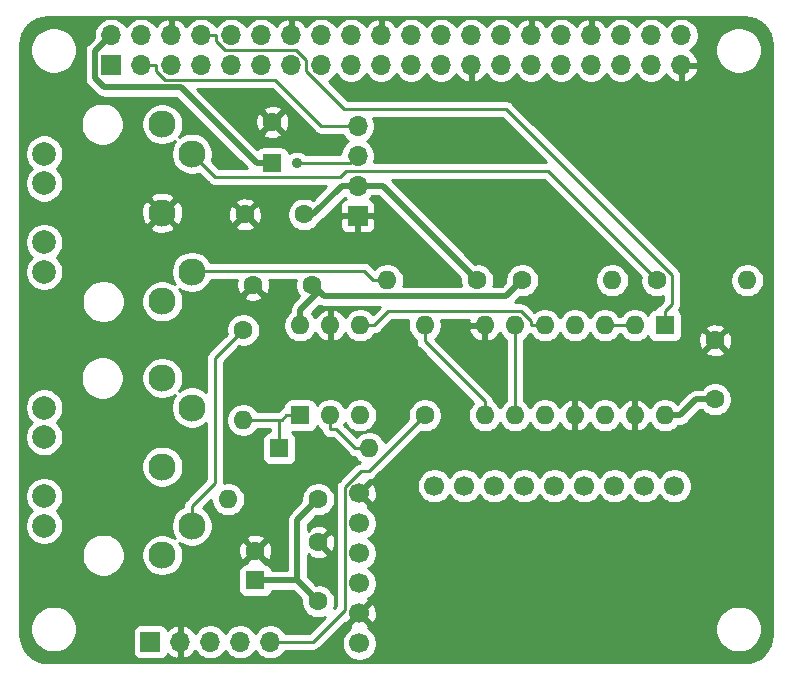
<source format=gtl>
G04 #@! TF.GenerationSoftware,KiCad,Pcbnew,5.1.7-a382d34a8~87~ubuntu18.04.1*
G04 #@! TF.CreationDate,2020-11-20T13:51:52+01:00*
G04 #@! TF.ProjectId,clumsyMIDI,636c756d-7379-44d4-9944-492e6b696361,rev?*
G04 #@! TF.SameCoordinates,Original*
G04 #@! TF.FileFunction,Copper,L1,Top*
G04 #@! TF.FilePolarity,Positive*
%FSLAX46Y46*%
G04 Gerber Fmt 4.6, Leading zero omitted, Abs format (unit mm)*
G04 Created by KiCad (PCBNEW 5.1.7-a382d34a8~87~ubuntu18.04.1) date 2020-11-20 13:51:52*
%MOMM*%
%LPD*%
G01*
G04 APERTURE LIST*
G04 #@! TA.AperFunction,ComponentPad*
%ADD10O,1.700000X1.700000*%
G04 #@! TD*
G04 #@! TA.AperFunction,ComponentPad*
%ADD11R,1.700000X1.700000*%
G04 #@! TD*
G04 #@! TA.AperFunction,ComponentPad*
%ADD12C,1.700000*%
G04 #@! TD*
G04 #@! TA.AperFunction,ComponentPad*
%ADD13C,2.000000*%
G04 #@! TD*
G04 #@! TA.AperFunction,ComponentPad*
%ADD14C,2.300000*%
G04 #@! TD*
G04 #@! TA.AperFunction,ComponentPad*
%ADD15O,1.600000X1.600000*%
G04 #@! TD*
G04 #@! TA.AperFunction,ComponentPad*
%ADD16C,1.600000*%
G04 #@! TD*
G04 #@! TA.AperFunction,ComponentPad*
%ADD17R,1.600000X1.600000*%
G04 #@! TD*
G04 #@! TA.AperFunction,ViaPad*
%ADD18C,0.900000*%
G04 #@! TD*
G04 #@! TA.AperFunction,Conductor*
%ADD19C,0.500000*%
G04 #@! TD*
G04 #@! TA.AperFunction,Conductor*
%ADD20C,0.250000*%
G04 #@! TD*
G04 #@! TA.AperFunction,Conductor*
%ADD21C,0.254000*%
G04 #@! TD*
G04 #@! TA.AperFunction,Conductor*
%ADD22C,0.100000*%
G04 #@! TD*
G04 APERTURE END LIST*
D10*
X229236000Y-103899000D03*
X229236000Y-106439000D03*
X229236000Y-108979000D03*
D11*
X229236000Y-111519000D03*
D12*
X229383000Y-147714000D03*
X229383000Y-145174000D03*
X229383000Y-142634000D03*
X229383000Y-140094000D03*
X229383000Y-137554000D03*
X229383000Y-135014000D03*
X256053000Y-134379000D03*
X253513000Y-134379000D03*
X250973000Y-134379000D03*
X248433000Y-134379000D03*
X245893000Y-134379000D03*
X243353000Y-134379000D03*
X240813000Y-134379000D03*
X238273000Y-134379000D03*
X235733000Y-134379000D03*
D13*
X202700000Y-127750000D03*
X202700000Y-137750000D03*
X202700000Y-130250000D03*
D14*
X215200000Y-137750000D03*
X212700000Y-140250000D03*
X212700000Y-132750000D03*
X212700000Y-125250000D03*
D13*
X202700000Y-135250000D03*
D14*
X215200000Y-127750000D03*
D13*
X202700000Y-106258000D03*
X202700000Y-116258000D03*
X202700000Y-108758000D03*
D14*
X215200000Y-116258000D03*
X212700000Y-118758000D03*
X212700000Y-111258000D03*
X212700000Y-103758000D03*
D13*
X202700000Y-113758000D03*
D14*
X215200000Y-106258000D03*
D15*
X234925000Y-120790000D03*
D16*
X234925000Y-128410000D03*
X225908000Y-135522000D03*
D15*
X218288000Y-135522000D03*
X219558000Y-128791000D03*
D16*
X219558000Y-121171000D03*
D15*
X250800000Y-116980000D03*
D16*
X243180000Y-116980000D03*
D15*
X231750000Y-116980000D03*
D16*
X239370000Y-116980000D03*
D15*
X262230000Y-116980000D03*
D16*
X254610000Y-116980000D03*
X224700000Y-111400000D03*
X219700000Y-111400000D03*
D10*
X221844000Y-147587000D03*
X219304000Y-147587000D03*
X216764000Y-147587000D03*
X214224000Y-147587000D03*
D11*
X211684000Y-147587000D03*
D15*
X224384000Y-120790000D03*
X229464000Y-128410000D03*
X226924000Y-120790000D03*
X226924000Y-128410000D03*
X229464000Y-120790000D03*
D17*
X224384000Y-128410000D03*
D15*
X255245000Y-128410000D03*
X240005000Y-120790000D03*
X252705000Y-128410000D03*
X242545000Y-120790000D03*
X250165000Y-128410000D03*
X245085000Y-120790000D03*
X247625000Y-128410000D03*
X247625000Y-120790000D03*
X245085000Y-128410000D03*
X250165000Y-120790000D03*
X242545000Y-128410000D03*
X252705000Y-120790000D03*
X240005000Y-128410000D03*
D17*
X255245000Y-120790000D03*
D15*
X230226000Y-131204000D03*
D17*
X222606000Y-131204000D03*
D16*
X259500000Y-127060000D03*
X259500000Y-122060000D03*
D17*
X220574000Y-142380000D03*
D16*
X220574000Y-139880000D03*
X225908000Y-144158000D03*
X225908000Y-139158000D03*
X220400000Y-117361000D03*
X225400000Y-117361000D03*
X222000000Y-103574000D03*
D17*
X222000000Y-107074000D03*
D11*
X208370000Y-98770000D03*
D10*
X208370000Y-96230000D03*
X210910000Y-98770000D03*
X210910000Y-96230000D03*
X213450000Y-98770000D03*
X213450000Y-96230000D03*
X215990000Y-98770000D03*
X215990000Y-96230000D03*
X218530000Y-98770000D03*
X218530000Y-96230000D03*
X221070000Y-98770000D03*
X221070000Y-96230000D03*
X223610000Y-98770000D03*
X223610000Y-96230000D03*
X226150000Y-98770000D03*
X226150000Y-96230000D03*
X228690000Y-98770000D03*
X228690000Y-96230000D03*
X231230000Y-98770000D03*
X231230000Y-96230000D03*
X233770000Y-98770000D03*
X233770000Y-96230000D03*
X236310000Y-98770000D03*
X236310000Y-96230000D03*
X238850000Y-98770000D03*
X238850000Y-96230000D03*
X241390000Y-98770000D03*
X241390000Y-96230000D03*
X243930000Y-98770000D03*
X243930000Y-96230000D03*
X246470000Y-98770000D03*
X246470000Y-96230000D03*
X249010000Y-98770000D03*
X249010000Y-96230000D03*
X251550000Y-98770000D03*
X251550000Y-96230000D03*
X254090000Y-98770000D03*
X254090000Y-96230000D03*
X256630000Y-98770000D03*
X256630000Y-96230000D03*
D18*
X218420000Y-101210000D03*
X206350000Y-106820000D03*
X206350000Y-109360000D03*
X206350000Y-111900000D03*
X206350000Y-114440000D03*
X206350000Y-129680000D03*
X206350000Y-132220000D03*
X206350000Y-134760000D03*
X206350000Y-137300000D03*
X238100000Y-139840000D03*
X240640000Y-139840000D03*
X243180000Y-139840000D03*
X245720000Y-139840000D03*
X248260000Y-139840000D03*
X238100000Y-146190000D03*
X240640000Y-146190000D03*
X243180000Y-146190000D03*
X245720000Y-146190000D03*
X248260000Y-146190000D03*
X242926000Y-111900000D03*
X245720000Y-111900000D03*
X235433000Y-108852000D03*
X234290000Y-105550000D03*
X238100000Y-105550000D03*
X259690000Y-103264000D03*
X261976000Y-103264000D03*
X261976000Y-108598000D03*
X259690000Y-108598000D03*
X232004000Y-142380000D03*
X226670000Y-105296000D03*
X226733500Y-112408000D03*
X224130000Y-107074000D03*
D19*
X225956400Y-117917300D02*
X226366800Y-118327800D01*
X226366800Y-118327800D02*
X241832200Y-118327800D01*
X241832200Y-118327800D02*
X243180000Y-116980000D01*
X225400000Y-117361000D02*
X225956400Y-117917300D01*
X224384000Y-119489700D02*
X225956400Y-117917300D01*
X224384000Y-120790000D02*
X224384000Y-119489700D01*
X224700000Y-111400000D02*
X225464700Y-111400000D01*
X225464700Y-111400000D02*
X227885700Y-108979000D01*
X222000000Y-107074000D02*
X220699700Y-107074000D01*
X208370000Y-96230000D02*
X207013100Y-97586900D01*
X207013100Y-97586900D02*
X207013100Y-99839100D01*
X207013100Y-99839100D02*
X207794700Y-100620700D01*
X207794700Y-100620700D02*
X214246400Y-100620700D01*
X214246400Y-100620700D02*
X220699700Y-107074000D01*
X229236000Y-108979000D02*
X227885700Y-108979000D01*
X255245000Y-128410000D02*
X256545300Y-128410000D01*
X259500000Y-127060000D02*
X257895300Y-127060000D01*
X257895300Y-127060000D02*
X256545300Y-128410000D01*
X239370000Y-116980000D02*
X231369000Y-108979000D01*
X231369000Y-108979000D02*
X229236000Y-108979000D01*
X224130000Y-142380000D02*
X225908000Y-144158000D01*
X220574000Y-142380000D02*
X224130000Y-142380000D01*
X224130000Y-137300000D02*
X224130000Y-142380000D01*
X225908000Y-135522000D02*
X224130000Y-137300000D01*
D20*
X245085000Y-120790000D02*
X243909700Y-120790000D01*
X229464000Y-120790000D02*
X230639300Y-120790000D01*
X230639300Y-120790000D02*
X231821100Y-119608200D01*
X231821100Y-119608200D02*
X243093200Y-119608200D01*
X243093200Y-119608200D02*
X243909700Y-120424700D01*
X243909700Y-120424700D02*
X243909700Y-120790000D01*
X226924000Y-128410000D02*
X226924000Y-129585300D01*
X230226000Y-131204000D02*
X229050700Y-131204000D01*
X229050700Y-131204000D02*
X227432000Y-129585300D01*
X227432000Y-129585300D02*
X226924000Y-129585300D01*
X222606000Y-128791000D02*
X222827700Y-128791000D01*
X222827700Y-128791000D02*
X223208700Y-128410000D01*
X220145700Y-128791000D02*
X222606000Y-128791000D01*
X222606000Y-130616300D02*
X222606000Y-128791000D01*
X224384000Y-128410000D02*
X223208700Y-128410000D01*
X219558000Y-128791000D02*
X220145700Y-128791000D01*
X222606000Y-131204000D02*
X222606000Y-130616300D01*
X210910000Y-98770000D02*
X212135300Y-98770000D01*
X212135300Y-98770000D02*
X212135300Y-99229600D01*
X212135300Y-99229600D02*
X212901000Y-99995300D01*
X212901000Y-99995300D02*
X222274700Y-99995300D01*
X222274700Y-99995300D02*
X226178400Y-103899000D01*
X226178400Y-103899000D02*
X229236000Y-103899000D01*
X228601000Y-107074000D02*
X229236000Y-106439000D01*
X224130000Y-107074000D02*
X228601000Y-107074000D01*
X231750000Y-116980000D02*
X230574700Y-116980000D01*
X230574700Y-116980000D02*
X229744100Y-116149400D01*
X229744100Y-116149400D02*
X215308600Y-116149400D01*
X215308600Y-116149400D02*
X215200000Y-116258000D01*
X254610000Y-116980000D02*
X245367500Y-107737500D01*
X245367500Y-107737500D02*
X228242700Y-107737500D01*
X228242700Y-107737500D02*
X227730800Y-108249400D01*
X227730800Y-108249400D02*
X217191400Y-108249400D01*
X217191400Y-108249400D02*
X215200000Y-106258000D01*
X219558000Y-121171000D02*
X217180600Y-123548400D01*
X215200000Y-136123655D02*
X215200000Y-137750000D01*
X217180600Y-134143055D02*
X215200000Y-136123655D01*
X217180600Y-123548400D02*
X217180600Y-134143055D01*
X224087100Y-147587000D02*
X221844000Y-147587000D01*
X230181400Y-133153600D02*
X229486300Y-133153600D01*
X225438400Y-147587000D02*
X224087100Y-147587000D01*
X229486300Y-133153600D02*
X228149700Y-134490200D01*
X234925000Y-128410000D02*
X230181400Y-133153600D01*
X228149700Y-134490200D02*
X228149700Y-144875700D01*
X228149700Y-144875700D02*
X225438400Y-147587000D01*
X255245000Y-120790000D02*
X255245000Y-119614700D01*
X215990000Y-96230000D02*
X217215300Y-96230000D01*
X217215300Y-96230000D02*
X217215300Y-96689600D01*
X217215300Y-96689600D02*
X217981000Y-97455300D01*
X217981000Y-97455300D02*
X224032200Y-97455300D01*
X224032200Y-97455300D02*
X224880000Y-98303100D01*
X224880000Y-98303100D02*
X224880000Y-99269200D01*
X224880000Y-99269200D02*
X228076000Y-102465200D01*
X228076000Y-102465200D02*
X241783900Y-102465200D01*
X241783900Y-102465200D02*
X255837800Y-116519100D01*
X255837800Y-116519100D02*
X255837800Y-119021900D01*
X255837800Y-119021900D02*
X255245000Y-119614700D01*
X240005000Y-128410000D02*
X240005000Y-127234700D01*
X240005000Y-127234700D02*
X234925000Y-122154700D01*
X234925000Y-122154700D02*
X234925000Y-120790000D01*
X242545000Y-128410000D02*
X242545000Y-120790000D01*
X252705000Y-120790000D02*
X250165000Y-120790000D01*
D21*
X262449016Y-94732312D02*
X262880930Y-94862714D01*
X263279285Y-95074524D01*
X263628914Y-95359675D01*
X263916497Y-95707303D01*
X264131086Y-96104177D01*
X264264498Y-96535161D01*
X264315001Y-97015663D01*
X264315000Y-146966495D01*
X264267688Y-147449016D01*
X264137287Y-147880927D01*
X263925480Y-148279280D01*
X263640325Y-148628914D01*
X263292697Y-148916497D01*
X262895825Y-149131085D01*
X262464834Y-149264500D01*
X261984346Y-149315000D01*
X203033504Y-149315000D01*
X202550984Y-149267688D01*
X202119073Y-149137287D01*
X201720720Y-148925480D01*
X201371086Y-148640325D01*
X201083503Y-148292697D01*
X200868915Y-147895825D01*
X200735500Y-147464834D01*
X200685000Y-146984346D01*
X200685000Y-146304495D01*
X201515000Y-146304495D01*
X201515000Y-146695505D01*
X201591282Y-147079003D01*
X201740915Y-147440250D01*
X201958149Y-147765364D01*
X202234636Y-148041851D01*
X202559750Y-148259085D01*
X202920997Y-148408718D01*
X203304495Y-148485000D01*
X203695505Y-148485000D01*
X204079003Y-148408718D01*
X204440250Y-148259085D01*
X204765364Y-148041851D01*
X205041851Y-147765364D01*
X205259085Y-147440250D01*
X205408718Y-147079003D01*
X205476746Y-146737000D01*
X210195928Y-146737000D01*
X210195928Y-148437000D01*
X210208188Y-148561482D01*
X210244498Y-148681180D01*
X210303463Y-148791494D01*
X210382815Y-148888185D01*
X210479506Y-148967537D01*
X210589820Y-149026502D01*
X210709518Y-149062812D01*
X210834000Y-149075072D01*
X212534000Y-149075072D01*
X212658482Y-149062812D01*
X212778180Y-149026502D01*
X212888494Y-148967537D01*
X212985185Y-148888185D01*
X213064537Y-148791494D01*
X213123502Y-148681180D01*
X213147966Y-148600534D01*
X213223731Y-148684588D01*
X213457080Y-148858641D01*
X213719901Y-148983825D01*
X213867110Y-149028476D01*
X214097000Y-148907155D01*
X214097000Y-147714000D01*
X214077000Y-147714000D01*
X214077000Y-147460000D01*
X214097000Y-147460000D01*
X214097000Y-146266845D01*
X214351000Y-146266845D01*
X214351000Y-147460000D01*
X214371000Y-147460000D01*
X214371000Y-147714000D01*
X214351000Y-147714000D01*
X214351000Y-148907155D01*
X214580890Y-149028476D01*
X214728099Y-148983825D01*
X214990920Y-148858641D01*
X215224269Y-148684588D01*
X215419178Y-148468355D01*
X215488805Y-148351466D01*
X215610525Y-148533632D01*
X215817368Y-148740475D01*
X216060589Y-148902990D01*
X216330842Y-149014932D01*
X216617740Y-149072000D01*
X216910260Y-149072000D01*
X217197158Y-149014932D01*
X217467411Y-148902990D01*
X217710632Y-148740475D01*
X217917475Y-148533632D01*
X218034000Y-148359240D01*
X218150525Y-148533632D01*
X218357368Y-148740475D01*
X218600589Y-148902990D01*
X218870842Y-149014932D01*
X219157740Y-149072000D01*
X219450260Y-149072000D01*
X219737158Y-149014932D01*
X220007411Y-148902990D01*
X220250632Y-148740475D01*
X220457475Y-148533632D01*
X220574000Y-148359240D01*
X220690525Y-148533632D01*
X220897368Y-148740475D01*
X221140589Y-148902990D01*
X221410842Y-149014932D01*
X221697740Y-149072000D01*
X221990260Y-149072000D01*
X222277158Y-149014932D01*
X222547411Y-148902990D01*
X222790632Y-148740475D01*
X222997475Y-148533632D01*
X223122178Y-148347000D01*
X225401078Y-148347000D01*
X225438400Y-148350676D01*
X225475722Y-148347000D01*
X225475733Y-148347000D01*
X225587386Y-148336003D01*
X225730647Y-148292546D01*
X225862676Y-148221974D01*
X225978401Y-148127001D01*
X226002204Y-148097997D01*
X226532461Y-147567740D01*
X227898000Y-147567740D01*
X227898000Y-147860260D01*
X227955068Y-148147158D01*
X228067010Y-148417411D01*
X228229525Y-148660632D01*
X228436368Y-148867475D01*
X228679589Y-149029990D01*
X228949842Y-149141932D01*
X229236740Y-149199000D01*
X229529260Y-149199000D01*
X229816158Y-149141932D01*
X230086411Y-149029990D01*
X230329632Y-148867475D01*
X230536475Y-148660632D01*
X230698990Y-148417411D01*
X230810932Y-148147158D01*
X230868000Y-147860260D01*
X230868000Y-147567740D01*
X230810932Y-147280842D01*
X230698990Y-147010589D01*
X230536475Y-146767368D01*
X230329632Y-146560525D01*
X230156271Y-146444689D01*
X230199968Y-146304495D01*
X259515000Y-146304495D01*
X259515000Y-146695505D01*
X259591282Y-147079003D01*
X259740915Y-147440250D01*
X259958149Y-147765364D01*
X260234636Y-148041851D01*
X260559750Y-148259085D01*
X260920997Y-148408718D01*
X261304495Y-148485000D01*
X261695505Y-148485000D01*
X262079003Y-148408718D01*
X262440250Y-148259085D01*
X262765364Y-148041851D01*
X263041851Y-147765364D01*
X263259085Y-147440250D01*
X263408718Y-147079003D01*
X263485000Y-146695505D01*
X263485000Y-146304495D01*
X263408718Y-145920997D01*
X263259085Y-145559750D01*
X263041851Y-145234636D01*
X262765364Y-144958149D01*
X262440250Y-144740915D01*
X262079003Y-144591282D01*
X261695505Y-144515000D01*
X261304495Y-144515000D01*
X260920997Y-144591282D01*
X260559750Y-144740915D01*
X260234636Y-144958149D01*
X259958149Y-145234636D01*
X259740915Y-145559750D01*
X259591282Y-145920997D01*
X259515000Y-146304495D01*
X230199968Y-146304495D01*
X230231792Y-146202397D01*
X229383000Y-145353605D01*
X228534208Y-146202397D01*
X228609729Y-146444689D01*
X228436368Y-146560525D01*
X228229525Y-146767368D01*
X228067010Y-147010589D01*
X227955068Y-147280842D01*
X227898000Y-147567740D01*
X226532461Y-147567740D01*
X228143278Y-145956924D01*
X228354603Y-146022792D01*
X229203395Y-145174000D01*
X229562605Y-145174000D01*
X230411397Y-146022792D01*
X230660472Y-145945157D01*
X230786371Y-145681117D01*
X230858339Y-145397589D01*
X230873611Y-145105469D01*
X230831599Y-144815981D01*
X230733919Y-144540253D01*
X230660472Y-144402843D01*
X230411397Y-144325208D01*
X229562605Y-145174000D01*
X229203395Y-145174000D01*
X229189253Y-145159858D01*
X229368858Y-144980253D01*
X229383000Y-144994395D01*
X230231792Y-144145603D01*
X230156271Y-143903311D01*
X230329632Y-143787475D01*
X230536475Y-143580632D01*
X230698990Y-143337411D01*
X230810932Y-143067158D01*
X230868000Y-142780260D01*
X230868000Y-142487740D01*
X230810932Y-142200842D01*
X230698990Y-141930589D01*
X230536475Y-141687368D01*
X230329632Y-141480525D01*
X230155240Y-141364000D01*
X230329632Y-141247475D01*
X230536475Y-141040632D01*
X230698990Y-140797411D01*
X230810932Y-140527158D01*
X230868000Y-140240260D01*
X230868000Y-139947740D01*
X230810932Y-139660842D01*
X230698990Y-139390589D01*
X230536475Y-139147368D01*
X230329632Y-138940525D01*
X230155240Y-138824000D01*
X230329632Y-138707475D01*
X230536475Y-138500632D01*
X230698990Y-138257411D01*
X230810932Y-137987158D01*
X230868000Y-137700260D01*
X230868000Y-137407740D01*
X230810932Y-137120842D01*
X230698990Y-136850589D01*
X230536475Y-136607368D01*
X230329632Y-136400525D01*
X230156271Y-136284689D01*
X230231792Y-136042397D01*
X229383000Y-135193605D01*
X229368858Y-135207748D01*
X229189253Y-135028143D01*
X229203395Y-135014000D01*
X229562605Y-135014000D01*
X230411397Y-135862792D01*
X230660472Y-135785157D01*
X230786371Y-135521117D01*
X230858339Y-135237589D01*
X230873611Y-134945469D01*
X230831599Y-134655981D01*
X230733919Y-134380253D01*
X230660472Y-134242843D01*
X230628059Y-134232740D01*
X234248000Y-134232740D01*
X234248000Y-134525260D01*
X234305068Y-134812158D01*
X234417010Y-135082411D01*
X234579525Y-135325632D01*
X234786368Y-135532475D01*
X235029589Y-135694990D01*
X235299842Y-135806932D01*
X235586740Y-135864000D01*
X235879260Y-135864000D01*
X236166158Y-135806932D01*
X236436411Y-135694990D01*
X236679632Y-135532475D01*
X236886475Y-135325632D01*
X237003000Y-135151240D01*
X237119525Y-135325632D01*
X237326368Y-135532475D01*
X237569589Y-135694990D01*
X237839842Y-135806932D01*
X238126740Y-135864000D01*
X238419260Y-135864000D01*
X238706158Y-135806932D01*
X238976411Y-135694990D01*
X239219632Y-135532475D01*
X239426475Y-135325632D01*
X239543000Y-135151240D01*
X239659525Y-135325632D01*
X239866368Y-135532475D01*
X240109589Y-135694990D01*
X240379842Y-135806932D01*
X240666740Y-135864000D01*
X240959260Y-135864000D01*
X241246158Y-135806932D01*
X241516411Y-135694990D01*
X241759632Y-135532475D01*
X241966475Y-135325632D01*
X242083000Y-135151240D01*
X242199525Y-135325632D01*
X242406368Y-135532475D01*
X242649589Y-135694990D01*
X242919842Y-135806932D01*
X243206740Y-135864000D01*
X243499260Y-135864000D01*
X243786158Y-135806932D01*
X244056411Y-135694990D01*
X244299632Y-135532475D01*
X244506475Y-135325632D01*
X244623000Y-135151240D01*
X244739525Y-135325632D01*
X244946368Y-135532475D01*
X245189589Y-135694990D01*
X245459842Y-135806932D01*
X245746740Y-135864000D01*
X246039260Y-135864000D01*
X246326158Y-135806932D01*
X246596411Y-135694990D01*
X246839632Y-135532475D01*
X247046475Y-135325632D01*
X247163000Y-135151240D01*
X247279525Y-135325632D01*
X247486368Y-135532475D01*
X247729589Y-135694990D01*
X247999842Y-135806932D01*
X248286740Y-135864000D01*
X248579260Y-135864000D01*
X248866158Y-135806932D01*
X249136411Y-135694990D01*
X249379632Y-135532475D01*
X249586475Y-135325632D01*
X249703000Y-135151240D01*
X249819525Y-135325632D01*
X250026368Y-135532475D01*
X250269589Y-135694990D01*
X250539842Y-135806932D01*
X250826740Y-135864000D01*
X251119260Y-135864000D01*
X251406158Y-135806932D01*
X251676411Y-135694990D01*
X251919632Y-135532475D01*
X252126475Y-135325632D01*
X252243000Y-135151240D01*
X252359525Y-135325632D01*
X252566368Y-135532475D01*
X252809589Y-135694990D01*
X253079842Y-135806932D01*
X253366740Y-135864000D01*
X253659260Y-135864000D01*
X253946158Y-135806932D01*
X254216411Y-135694990D01*
X254459632Y-135532475D01*
X254666475Y-135325632D01*
X254783000Y-135151240D01*
X254899525Y-135325632D01*
X255106368Y-135532475D01*
X255349589Y-135694990D01*
X255619842Y-135806932D01*
X255906740Y-135864000D01*
X256199260Y-135864000D01*
X256486158Y-135806932D01*
X256756411Y-135694990D01*
X256999632Y-135532475D01*
X257206475Y-135325632D01*
X257368990Y-135082411D01*
X257480932Y-134812158D01*
X257538000Y-134525260D01*
X257538000Y-134232740D01*
X257480932Y-133945842D01*
X257368990Y-133675589D01*
X257206475Y-133432368D01*
X256999632Y-133225525D01*
X256756411Y-133063010D01*
X256486158Y-132951068D01*
X256199260Y-132894000D01*
X255906740Y-132894000D01*
X255619842Y-132951068D01*
X255349589Y-133063010D01*
X255106368Y-133225525D01*
X254899525Y-133432368D01*
X254783000Y-133606760D01*
X254666475Y-133432368D01*
X254459632Y-133225525D01*
X254216411Y-133063010D01*
X253946158Y-132951068D01*
X253659260Y-132894000D01*
X253366740Y-132894000D01*
X253079842Y-132951068D01*
X252809589Y-133063010D01*
X252566368Y-133225525D01*
X252359525Y-133432368D01*
X252243000Y-133606760D01*
X252126475Y-133432368D01*
X251919632Y-133225525D01*
X251676411Y-133063010D01*
X251406158Y-132951068D01*
X251119260Y-132894000D01*
X250826740Y-132894000D01*
X250539842Y-132951068D01*
X250269589Y-133063010D01*
X250026368Y-133225525D01*
X249819525Y-133432368D01*
X249703000Y-133606760D01*
X249586475Y-133432368D01*
X249379632Y-133225525D01*
X249136411Y-133063010D01*
X248866158Y-132951068D01*
X248579260Y-132894000D01*
X248286740Y-132894000D01*
X247999842Y-132951068D01*
X247729589Y-133063010D01*
X247486368Y-133225525D01*
X247279525Y-133432368D01*
X247163000Y-133606760D01*
X247046475Y-133432368D01*
X246839632Y-133225525D01*
X246596411Y-133063010D01*
X246326158Y-132951068D01*
X246039260Y-132894000D01*
X245746740Y-132894000D01*
X245459842Y-132951068D01*
X245189589Y-133063010D01*
X244946368Y-133225525D01*
X244739525Y-133432368D01*
X244623000Y-133606760D01*
X244506475Y-133432368D01*
X244299632Y-133225525D01*
X244056411Y-133063010D01*
X243786158Y-132951068D01*
X243499260Y-132894000D01*
X243206740Y-132894000D01*
X242919842Y-132951068D01*
X242649589Y-133063010D01*
X242406368Y-133225525D01*
X242199525Y-133432368D01*
X242083000Y-133606760D01*
X241966475Y-133432368D01*
X241759632Y-133225525D01*
X241516411Y-133063010D01*
X241246158Y-132951068D01*
X240959260Y-132894000D01*
X240666740Y-132894000D01*
X240379842Y-132951068D01*
X240109589Y-133063010D01*
X239866368Y-133225525D01*
X239659525Y-133432368D01*
X239543000Y-133606760D01*
X239426475Y-133432368D01*
X239219632Y-133225525D01*
X238976411Y-133063010D01*
X238706158Y-132951068D01*
X238419260Y-132894000D01*
X238126740Y-132894000D01*
X237839842Y-132951068D01*
X237569589Y-133063010D01*
X237326368Y-133225525D01*
X237119525Y-133432368D01*
X237003000Y-133606760D01*
X236886475Y-133432368D01*
X236679632Y-133225525D01*
X236436411Y-133063010D01*
X236166158Y-132951068D01*
X235879260Y-132894000D01*
X235586740Y-132894000D01*
X235299842Y-132951068D01*
X235029589Y-133063010D01*
X234786368Y-133225525D01*
X234579525Y-133432368D01*
X234417010Y-133675589D01*
X234305068Y-133945842D01*
X234248000Y-134232740D01*
X230628059Y-134232740D01*
X230411397Y-134165208D01*
X229562605Y-135014000D01*
X229203395Y-135014000D01*
X229189253Y-134999858D01*
X229368858Y-134820253D01*
X229383000Y-134834395D01*
X230231792Y-133985603D01*
X230209628Y-133914496D01*
X230218722Y-133913600D01*
X230218733Y-133913600D01*
X230330386Y-133902603D01*
X230473647Y-133859146D01*
X230605676Y-133788574D01*
X230721401Y-133693601D01*
X230745204Y-133664597D01*
X234601115Y-129808688D01*
X234783665Y-129845000D01*
X235066335Y-129845000D01*
X235343574Y-129789853D01*
X235604727Y-129681680D01*
X235839759Y-129524637D01*
X236039637Y-129324759D01*
X236196680Y-129089727D01*
X236304853Y-128828574D01*
X236360000Y-128551335D01*
X236360000Y-128268665D01*
X236304853Y-127991426D01*
X236196680Y-127730273D01*
X236039637Y-127495241D01*
X235839759Y-127295363D01*
X235604727Y-127138320D01*
X235343574Y-127030147D01*
X235066335Y-126975000D01*
X234783665Y-126975000D01*
X234506426Y-127030147D01*
X234245273Y-127138320D01*
X234010241Y-127295363D01*
X233810363Y-127495241D01*
X233653320Y-127730273D01*
X233545147Y-127991426D01*
X233490000Y-128268665D01*
X233490000Y-128551335D01*
X233526312Y-128733885D01*
X231567460Y-130692738D01*
X231497680Y-130524273D01*
X231340637Y-130289241D01*
X231140759Y-130089363D01*
X230905727Y-129932320D01*
X230644574Y-129824147D01*
X230367335Y-129769000D01*
X230084665Y-129769000D01*
X229807426Y-129824147D01*
X229546273Y-129932320D01*
X229311241Y-130089363D01*
X229161053Y-130239551D01*
X228121799Y-129200298D01*
X228194000Y-129092241D01*
X228349363Y-129324759D01*
X228549241Y-129524637D01*
X228784273Y-129681680D01*
X229045426Y-129789853D01*
X229322665Y-129845000D01*
X229605335Y-129845000D01*
X229882574Y-129789853D01*
X230143727Y-129681680D01*
X230378759Y-129524637D01*
X230578637Y-129324759D01*
X230735680Y-129089727D01*
X230843853Y-128828574D01*
X230899000Y-128551335D01*
X230899000Y-128268665D01*
X230843853Y-127991426D01*
X230735680Y-127730273D01*
X230578637Y-127495241D01*
X230378759Y-127295363D01*
X230143727Y-127138320D01*
X229882574Y-127030147D01*
X229605335Y-126975000D01*
X229322665Y-126975000D01*
X229045426Y-127030147D01*
X228784273Y-127138320D01*
X228549241Y-127295363D01*
X228349363Y-127495241D01*
X228194000Y-127727759D01*
X228038637Y-127495241D01*
X227838759Y-127295363D01*
X227603727Y-127138320D01*
X227342574Y-127030147D01*
X227065335Y-126975000D01*
X226782665Y-126975000D01*
X226505426Y-127030147D01*
X226244273Y-127138320D01*
X226009241Y-127295363D01*
X225810643Y-127493961D01*
X225809812Y-127485518D01*
X225773502Y-127365820D01*
X225714537Y-127255506D01*
X225635185Y-127158815D01*
X225538494Y-127079463D01*
X225428180Y-127020498D01*
X225308482Y-126984188D01*
X225184000Y-126971928D01*
X223584000Y-126971928D01*
X223459518Y-126984188D01*
X223339820Y-127020498D01*
X223229506Y-127079463D01*
X223132815Y-127158815D01*
X223053463Y-127255506D01*
X222994498Y-127365820D01*
X222958188Y-127485518D01*
X222945928Y-127610000D01*
X222945928Y-127695513D01*
X222916453Y-127704454D01*
X222784424Y-127775026D01*
X222668699Y-127869999D01*
X222644896Y-127899003D01*
X222512899Y-128031000D01*
X220776043Y-128031000D01*
X220672637Y-127876241D01*
X220472759Y-127676363D01*
X220237727Y-127519320D01*
X219976574Y-127411147D01*
X219699335Y-127356000D01*
X219416665Y-127356000D01*
X219139426Y-127411147D01*
X218878273Y-127519320D01*
X218643241Y-127676363D01*
X218443363Y-127876241D01*
X218286320Y-128111273D01*
X218178147Y-128372426D01*
X218123000Y-128649665D01*
X218123000Y-128932335D01*
X218178147Y-129209574D01*
X218286320Y-129470727D01*
X218443363Y-129705759D01*
X218643241Y-129905637D01*
X218878273Y-130062680D01*
X219139426Y-130170853D01*
X219416665Y-130226000D01*
X219699335Y-130226000D01*
X219976574Y-130170853D01*
X220237727Y-130062680D01*
X220472759Y-129905637D01*
X220672637Y-129705759D01*
X220776043Y-129551000D01*
X221846001Y-129551000D01*
X221846000Y-129765928D01*
X221806000Y-129765928D01*
X221681518Y-129778188D01*
X221561820Y-129814498D01*
X221451506Y-129873463D01*
X221354815Y-129952815D01*
X221275463Y-130049506D01*
X221216498Y-130159820D01*
X221180188Y-130279518D01*
X221167928Y-130404000D01*
X221167928Y-132004000D01*
X221180188Y-132128482D01*
X221216498Y-132248180D01*
X221275463Y-132358494D01*
X221354815Y-132455185D01*
X221451506Y-132534537D01*
X221561820Y-132593502D01*
X221681518Y-132629812D01*
X221806000Y-132642072D01*
X223406000Y-132642072D01*
X223530482Y-132629812D01*
X223650180Y-132593502D01*
X223760494Y-132534537D01*
X223857185Y-132455185D01*
X223936537Y-132358494D01*
X223995502Y-132248180D01*
X224031812Y-132128482D01*
X224044072Y-132004000D01*
X224044072Y-130404000D01*
X224031812Y-130279518D01*
X223995502Y-130159820D01*
X223936537Y-130049506D01*
X223857185Y-129952815D01*
X223760494Y-129873463D01*
X223712992Y-129848072D01*
X225184000Y-129848072D01*
X225308482Y-129835812D01*
X225428180Y-129799502D01*
X225538494Y-129740537D01*
X225635185Y-129661185D01*
X225714537Y-129564494D01*
X225773502Y-129454180D01*
X225809812Y-129334482D01*
X225810643Y-129326039D01*
X226009241Y-129524637D01*
X226164570Y-129628425D01*
X226174997Y-129734286D01*
X226218454Y-129877547D01*
X226289026Y-130009576D01*
X226383999Y-130125301D01*
X226499724Y-130220274D01*
X226631753Y-130290846D01*
X226775014Y-130334303D01*
X226886667Y-130345300D01*
X226924000Y-130348977D01*
X226961333Y-130345300D01*
X227117199Y-130345300D01*
X228486905Y-131715008D01*
X228510699Y-131744001D01*
X228539692Y-131767795D01*
X228539696Y-131767799D01*
X228605946Y-131822168D01*
X228626424Y-131838974D01*
X228758453Y-131909546D01*
X228901714Y-131953003D01*
X229007575Y-131963430D01*
X229111363Y-132118759D01*
X229311241Y-132318637D01*
X229426712Y-132395792D01*
X229337314Y-132404597D01*
X229194053Y-132448054D01*
X229062024Y-132518626D01*
X228946299Y-132613599D01*
X228922501Y-132642597D01*
X227638703Y-133926396D01*
X227609699Y-133950199D01*
X227554571Y-134017374D01*
X227514726Y-134065924D01*
X227503461Y-134087000D01*
X227444154Y-134197954D01*
X227400697Y-134341215D01*
X227389700Y-134452868D01*
X227389700Y-134452878D01*
X227386024Y-134490200D01*
X227389700Y-134527522D01*
X227389701Y-144560897D01*
X227226921Y-144723677D01*
X227287853Y-144576574D01*
X227343000Y-144299335D01*
X227343000Y-144016665D01*
X227287853Y-143739426D01*
X227179680Y-143478273D01*
X227022637Y-143243241D01*
X226822759Y-143043363D01*
X226587727Y-142886320D01*
X226326574Y-142778147D01*
X226049335Y-142723000D01*
X225766665Y-142723000D01*
X225731561Y-142729983D01*
X225015000Y-142013422D01*
X225015000Y-140230607D01*
X225094903Y-140150704D01*
X225166486Y-140394671D01*
X225421996Y-140515571D01*
X225696184Y-140584300D01*
X225978512Y-140598217D01*
X226258130Y-140556787D01*
X226524292Y-140461603D01*
X226649514Y-140394671D01*
X226721097Y-140150702D01*
X225908000Y-139337605D01*
X225893858Y-139351748D01*
X225714253Y-139172143D01*
X225728395Y-139158000D01*
X226087605Y-139158000D01*
X226900702Y-139971097D01*
X227144671Y-139899514D01*
X227265571Y-139644004D01*
X227334300Y-139369816D01*
X227348217Y-139087488D01*
X227306787Y-138807870D01*
X227211603Y-138541708D01*
X227144671Y-138416486D01*
X226900702Y-138344903D01*
X226087605Y-139158000D01*
X225728395Y-139158000D01*
X225714253Y-139143858D01*
X225893858Y-138964253D01*
X225908000Y-138978395D01*
X226721097Y-138165298D01*
X226649514Y-137921329D01*
X226394004Y-137800429D01*
X226119816Y-137731700D01*
X225837488Y-137717783D01*
X225557870Y-137759213D01*
X225291708Y-137854397D01*
X225166486Y-137921329D01*
X225094903Y-138165296D01*
X225015000Y-138085393D01*
X225015000Y-137666578D01*
X225731561Y-136950017D01*
X225766665Y-136957000D01*
X226049335Y-136957000D01*
X226326574Y-136901853D01*
X226587727Y-136793680D01*
X226822759Y-136636637D01*
X227022637Y-136436759D01*
X227179680Y-136201727D01*
X227287853Y-135940574D01*
X227343000Y-135663335D01*
X227343000Y-135380665D01*
X227287853Y-135103426D01*
X227179680Y-134842273D01*
X227022637Y-134607241D01*
X226822759Y-134407363D01*
X226587727Y-134250320D01*
X226326574Y-134142147D01*
X226049335Y-134087000D01*
X225766665Y-134087000D01*
X225489426Y-134142147D01*
X225228273Y-134250320D01*
X224993241Y-134407363D01*
X224793363Y-134607241D01*
X224636320Y-134842273D01*
X224528147Y-135103426D01*
X224473000Y-135380665D01*
X224473000Y-135663335D01*
X224479983Y-135698439D01*
X223534956Y-136643466D01*
X223501183Y-136671183D01*
X223390589Y-136805942D01*
X223308411Y-136959688D01*
X223273157Y-137075904D01*
X223259525Y-137120842D01*
X223257805Y-137126511D01*
X223245000Y-137256524D01*
X223245000Y-137256531D01*
X223240719Y-137300000D01*
X223245000Y-137343469D01*
X223245001Y-141495000D01*
X222003701Y-141495000D01*
X221999812Y-141455518D01*
X221963502Y-141335820D01*
X221904537Y-141225506D01*
X221825185Y-141128815D01*
X221728494Y-141049463D01*
X221618180Y-140990498D01*
X221498482Y-140954188D01*
X221374000Y-140941928D01*
X221366785Y-140941928D01*
X221387097Y-140872702D01*
X220574000Y-140059605D01*
X219760903Y-140872702D01*
X219781215Y-140941928D01*
X219774000Y-140941928D01*
X219649518Y-140954188D01*
X219529820Y-140990498D01*
X219419506Y-141049463D01*
X219322815Y-141128815D01*
X219243463Y-141225506D01*
X219184498Y-141335820D01*
X219148188Y-141455518D01*
X219135928Y-141580000D01*
X219135928Y-143180000D01*
X219148188Y-143304482D01*
X219184498Y-143424180D01*
X219243463Y-143534494D01*
X219322815Y-143631185D01*
X219419506Y-143710537D01*
X219529820Y-143769502D01*
X219649518Y-143805812D01*
X219774000Y-143818072D01*
X221374000Y-143818072D01*
X221498482Y-143805812D01*
X221618180Y-143769502D01*
X221728494Y-143710537D01*
X221825185Y-143631185D01*
X221904537Y-143534494D01*
X221963502Y-143424180D01*
X221999812Y-143304482D01*
X222003701Y-143265000D01*
X223763422Y-143265000D01*
X224479983Y-143981561D01*
X224473000Y-144016665D01*
X224473000Y-144299335D01*
X224528147Y-144576574D01*
X224636320Y-144837727D01*
X224793363Y-145072759D01*
X224993241Y-145272637D01*
X225228273Y-145429680D01*
X225489426Y-145537853D01*
X225766665Y-145593000D01*
X226049335Y-145593000D01*
X226326574Y-145537853D01*
X226473678Y-145476921D01*
X225123599Y-146827000D01*
X223122178Y-146827000D01*
X222997475Y-146640368D01*
X222790632Y-146433525D01*
X222547411Y-146271010D01*
X222277158Y-146159068D01*
X221990260Y-146102000D01*
X221697740Y-146102000D01*
X221410842Y-146159068D01*
X221140589Y-146271010D01*
X220897368Y-146433525D01*
X220690525Y-146640368D01*
X220574000Y-146814760D01*
X220457475Y-146640368D01*
X220250632Y-146433525D01*
X220007411Y-146271010D01*
X219737158Y-146159068D01*
X219450260Y-146102000D01*
X219157740Y-146102000D01*
X218870842Y-146159068D01*
X218600589Y-146271010D01*
X218357368Y-146433525D01*
X218150525Y-146640368D01*
X218034000Y-146814760D01*
X217917475Y-146640368D01*
X217710632Y-146433525D01*
X217467411Y-146271010D01*
X217197158Y-146159068D01*
X216910260Y-146102000D01*
X216617740Y-146102000D01*
X216330842Y-146159068D01*
X216060589Y-146271010D01*
X215817368Y-146433525D01*
X215610525Y-146640368D01*
X215488805Y-146822534D01*
X215419178Y-146705645D01*
X215224269Y-146489412D01*
X214990920Y-146315359D01*
X214728099Y-146190175D01*
X214580890Y-146145524D01*
X214351000Y-146266845D01*
X214097000Y-146266845D01*
X213867110Y-146145524D01*
X213719901Y-146190175D01*
X213457080Y-146315359D01*
X213223731Y-146489412D01*
X213147966Y-146573466D01*
X213123502Y-146492820D01*
X213064537Y-146382506D01*
X212985185Y-146285815D01*
X212888494Y-146206463D01*
X212778180Y-146147498D01*
X212658482Y-146111188D01*
X212534000Y-146098928D01*
X210834000Y-146098928D01*
X210709518Y-146111188D01*
X210589820Y-146147498D01*
X210479506Y-146206463D01*
X210382815Y-146285815D01*
X210303463Y-146382506D01*
X210244498Y-146492820D01*
X210208188Y-146612518D01*
X210195928Y-146737000D01*
X205476746Y-146737000D01*
X205485000Y-146695505D01*
X205485000Y-146304495D01*
X205408718Y-145920997D01*
X205259085Y-145559750D01*
X205041851Y-145234636D01*
X204765364Y-144958149D01*
X204440250Y-144740915D01*
X204079003Y-144591282D01*
X203695505Y-144515000D01*
X203304495Y-144515000D01*
X202920997Y-144591282D01*
X202559750Y-144740915D01*
X202234636Y-144958149D01*
X201958149Y-145234636D01*
X201740915Y-145559750D01*
X201591282Y-145920997D01*
X201515000Y-146304495D01*
X200685000Y-146304495D01*
X200685000Y-140069268D01*
X205865000Y-140069268D01*
X205865000Y-140430732D01*
X205935518Y-140785250D01*
X206073844Y-141119199D01*
X206274662Y-141419744D01*
X206530256Y-141675338D01*
X206830801Y-141876156D01*
X207164750Y-142014482D01*
X207519268Y-142085000D01*
X207880732Y-142085000D01*
X208235250Y-142014482D01*
X208569199Y-141876156D01*
X208869744Y-141675338D01*
X209125338Y-141419744D01*
X209326156Y-141119199D01*
X209464482Y-140785250D01*
X209535000Y-140430732D01*
X209535000Y-140069268D01*
X209464482Y-139714750D01*
X209326156Y-139380801D01*
X209125338Y-139080256D01*
X208869744Y-138824662D01*
X208569199Y-138623844D01*
X208235250Y-138485518D01*
X207880732Y-138415000D01*
X207519268Y-138415000D01*
X207164750Y-138485518D01*
X206830801Y-138623844D01*
X206530256Y-138824662D01*
X206274662Y-139080256D01*
X206073844Y-139380801D01*
X205935518Y-139714750D01*
X205865000Y-140069268D01*
X200685000Y-140069268D01*
X200685000Y-135088967D01*
X201065000Y-135088967D01*
X201065000Y-135411033D01*
X201127832Y-135726912D01*
X201251082Y-136024463D01*
X201430013Y-136292252D01*
X201637761Y-136500000D01*
X201430013Y-136707748D01*
X201251082Y-136975537D01*
X201127832Y-137273088D01*
X201065000Y-137588967D01*
X201065000Y-137911033D01*
X201127832Y-138226912D01*
X201251082Y-138524463D01*
X201430013Y-138792252D01*
X201657748Y-139019987D01*
X201925537Y-139198918D01*
X202223088Y-139322168D01*
X202538967Y-139385000D01*
X202861033Y-139385000D01*
X203176912Y-139322168D01*
X203474463Y-139198918D01*
X203742252Y-139019987D01*
X203969987Y-138792252D01*
X204148918Y-138524463D01*
X204272168Y-138226912D01*
X204335000Y-137911033D01*
X204335000Y-137588967D01*
X204272168Y-137273088D01*
X204148918Y-136975537D01*
X203969987Y-136707748D01*
X203762239Y-136500000D01*
X203969987Y-136292252D01*
X204148918Y-136024463D01*
X204272168Y-135726912D01*
X204335000Y-135411033D01*
X204335000Y-135088967D01*
X204272168Y-134773088D01*
X204148918Y-134475537D01*
X203969987Y-134207748D01*
X203742252Y-133980013D01*
X203474463Y-133801082D01*
X203176912Y-133677832D01*
X202861033Y-133615000D01*
X202538967Y-133615000D01*
X202223088Y-133677832D01*
X201925537Y-133801082D01*
X201657748Y-133980013D01*
X201430013Y-134207748D01*
X201251082Y-134475537D01*
X201127832Y-134773088D01*
X201065000Y-135088967D01*
X200685000Y-135088967D01*
X200685000Y-132574193D01*
X210915000Y-132574193D01*
X210915000Y-132925807D01*
X210983596Y-133270665D01*
X211118153Y-133595515D01*
X211313500Y-133887871D01*
X211562129Y-134136500D01*
X211854485Y-134331847D01*
X212179335Y-134466404D01*
X212524193Y-134535000D01*
X212875807Y-134535000D01*
X213220665Y-134466404D01*
X213545515Y-134331847D01*
X213837871Y-134136500D01*
X214086500Y-133887871D01*
X214281847Y-133595515D01*
X214416404Y-133270665D01*
X214485000Y-132925807D01*
X214485000Y-132574193D01*
X214416404Y-132229335D01*
X214281847Y-131904485D01*
X214086500Y-131612129D01*
X213837871Y-131363500D01*
X213545515Y-131168153D01*
X213220665Y-131033596D01*
X212875807Y-130965000D01*
X212524193Y-130965000D01*
X212179335Y-131033596D01*
X211854485Y-131168153D01*
X211562129Y-131363500D01*
X211313500Y-131612129D01*
X211118153Y-131904485D01*
X210983596Y-132229335D01*
X210915000Y-132574193D01*
X200685000Y-132574193D01*
X200685000Y-127588967D01*
X201065000Y-127588967D01*
X201065000Y-127911033D01*
X201127832Y-128226912D01*
X201251082Y-128524463D01*
X201430013Y-128792252D01*
X201637761Y-129000000D01*
X201430013Y-129207748D01*
X201251082Y-129475537D01*
X201127832Y-129773088D01*
X201065000Y-130088967D01*
X201065000Y-130411033D01*
X201127832Y-130726912D01*
X201251082Y-131024463D01*
X201430013Y-131292252D01*
X201657748Y-131519987D01*
X201925537Y-131698918D01*
X202223088Y-131822168D01*
X202538967Y-131885000D01*
X202861033Y-131885000D01*
X203176912Y-131822168D01*
X203474463Y-131698918D01*
X203742252Y-131519987D01*
X203969987Y-131292252D01*
X204148918Y-131024463D01*
X204272168Y-130726912D01*
X204335000Y-130411033D01*
X204335000Y-130088967D01*
X204272168Y-129773088D01*
X204148918Y-129475537D01*
X203969987Y-129207748D01*
X203762239Y-129000000D01*
X203969987Y-128792252D01*
X204148918Y-128524463D01*
X204272168Y-128226912D01*
X204335000Y-127911033D01*
X204335000Y-127588967D01*
X204272168Y-127273088D01*
X204148918Y-126975537D01*
X203969987Y-126707748D01*
X203742252Y-126480013D01*
X203474463Y-126301082D01*
X203176912Y-126177832D01*
X202861033Y-126115000D01*
X202538967Y-126115000D01*
X202223088Y-126177832D01*
X201925537Y-126301082D01*
X201657748Y-126480013D01*
X201430013Y-126707748D01*
X201251082Y-126975537D01*
X201127832Y-127273088D01*
X201065000Y-127588967D01*
X200685000Y-127588967D01*
X200685000Y-125069268D01*
X205785000Y-125069268D01*
X205785000Y-125430732D01*
X205855518Y-125785250D01*
X205993844Y-126119199D01*
X206194662Y-126419744D01*
X206450256Y-126675338D01*
X206750801Y-126876156D01*
X207084750Y-127014482D01*
X207439268Y-127085000D01*
X207800732Y-127085000D01*
X208155250Y-127014482D01*
X208489199Y-126876156D01*
X208789744Y-126675338D01*
X209045338Y-126419744D01*
X209246156Y-126119199D01*
X209384482Y-125785250D01*
X209455000Y-125430732D01*
X209455000Y-125074193D01*
X210915000Y-125074193D01*
X210915000Y-125425807D01*
X210983596Y-125770665D01*
X211118153Y-126095515D01*
X211313500Y-126387871D01*
X211562129Y-126636500D01*
X211854485Y-126831847D01*
X212179335Y-126966404D01*
X212524193Y-127035000D01*
X212875807Y-127035000D01*
X213220665Y-126966404D01*
X213545515Y-126831847D01*
X213764424Y-126685576D01*
X213618153Y-126904485D01*
X213483596Y-127229335D01*
X213415000Y-127574193D01*
X213415000Y-127925807D01*
X213483596Y-128270665D01*
X213618153Y-128595515D01*
X213813500Y-128887871D01*
X214062129Y-129136500D01*
X214354485Y-129331847D01*
X214679335Y-129466404D01*
X215024193Y-129535000D01*
X215375807Y-129535000D01*
X215720665Y-129466404D01*
X216045515Y-129331847D01*
X216337871Y-129136500D01*
X216420601Y-129053770D01*
X216420601Y-133828251D01*
X214689002Y-135559851D01*
X214659999Y-135583654D01*
X214607400Y-135647747D01*
X214565026Y-135699379D01*
X214507537Y-135806932D01*
X214494454Y-135831409D01*
X214450997Y-135974670D01*
X214440000Y-136086323D01*
X214440000Y-136086333D01*
X214436324Y-136123655D01*
X214437327Y-136133839D01*
X214354485Y-136168153D01*
X214062129Y-136363500D01*
X213813500Y-136612129D01*
X213618153Y-136904485D01*
X213483596Y-137229335D01*
X213415000Y-137574193D01*
X213415000Y-137925807D01*
X213483596Y-138270665D01*
X213618153Y-138595515D01*
X213764424Y-138814424D01*
X213545515Y-138668153D01*
X213220665Y-138533596D01*
X212875807Y-138465000D01*
X212524193Y-138465000D01*
X212179335Y-138533596D01*
X211854485Y-138668153D01*
X211562129Y-138863500D01*
X211313500Y-139112129D01*
X211118153Y-139404485D01*
X210983596Y-139729335D01*
X210915000Y-140074193D01*
X210915000Y-140425807D01*
X210983596Y-140770665D01*
X211118153Y-141095515D01*
X211313500Y-141387871D01*
X211562129Y-141636500D01*
X211854485Y-141831847D01*
X212179335Y-141966404D01*
X212524193Y-142035000D01*
X212875807Y-142035000D01*
X213220665Y-141966404D01*
X213545515Y-141831847D01*
X213837871Y-141636500D01*
X214086500Y-141387871D01*
X214281847Y-141095515D01*
X214416404Y-140770665D01*
X214485000Y-140425807D01*
X214485000Y-140074193D01*
X214460399Y-139950512D01*
X219133783Y-139950512D01*
X219175213Y-140230130D01*
X219270397Y-140496292D01*
X219337329Y-140621514D01*
X219581298Y-140693097D01*
X220394395Y-139880000D01*
X220753605Y-139880000D01*
X221566702Y-140693097D01*
X221810671Y-140621514D01*
X221931571Y-140366004D01*
X222000300Y-140091816D01*
X222014217Y-139809488D01*
X221972787Y-139529870D01*
X221877603Y-139263708D01*
X221810671Y-139138486D01*
X221566702Y-139066903D01*
X220753605Y-139880000D01*
X220394395Y-139880000D01*
X219581298Y-139066903D01*
X219337329Y-139138486D01*
X219216429Y-139393996D01*
X219147700Y-139668184D01*
X219133783Y-139950512D01*
X214460399Y-139950512D01*
X214416404Y-139729335D01*
X214281847Y-139404485D01*
X214135576Y-139185576D01*
X214354485Y-139331847D01*
X214679335Y-139466404D01*
X215024193Y-139535000D01*
X215375807Y-139535000D01*
X215720665Y-139466404D01*
X216045515Y-139331847D01*
X216337871Y-139136500D01*
X216586500Y-138887871D01*
X216586882Y-138887298D01*
X219760903Y-138887298D01*
X220574000Y-139700395D01*
X221387097Y-138887298D01*
X221315514Y-138643329D01*
X221060004Y-138522429D01*
X220785816Y-138453700D01*
X220503488Y-138439783D01*
X220223870Y-138481213D01*
X219957708Y-138576397D01*
X219832486Y-138643329D01*
X219760903Y-138887298D01*
X216586882Y-138887298D01*
X216781847Y-138595515D01*
X216916404Y-138270665D01*
X216985000Y-137925807D01*
X216985000Y-137574193D01*
X216916404Y-137229335D01*
X216781847Y-136904485D01*
X216586500Y-136612129D01*
X216337871Y-136363500D01*
X216156287Y-136242169D01*
X216853000Y-135545457D01*
X216853000Y-135663335D01*
X216908147Y-135940574D01*
X217016320Y-136201727D01*
X217173363Y-136436759D01*
X217373241Y-136636637D01*
X217608273Y-136793680D01*
X217869426Y-136901853D01*
X218146665Y-136957000D01*
X218429335Y-136957000D01*
X218706574Y-136901853D01*
X218967727Y-136793680D01*
X219202759Y-136636637D01*
X219402637Y-136436759D01*
X219559680Y-136201727D01*
X219667853Y-135940574D01*
X219723000Y-135663335D01*
X219723000Y-135380665D01*
X219667853Y-135103426D01*
X219559680Y-134842273D01*
X219402637Y-134607241D01*
X219202759Y-134407363D01*
X218967727Y-134250320D01*
X218706574Y-134142147D01*
X218429335Y-134087000D01*
X218146665Y-134087000D01*
X217942750Y-134127562D01*
X217940600Y-134105733D01*
X217940600Y-123863201D01*
X219234114Y-122569688D01*
X219416665Y-122606000D01*
X219699335Y-122606000D01*
X219976574Y-122550853D01*
X220237727Y-122442680D01*
X220472759Y-122285637D01*
X220672637Y-122085759D01*
X220829680Y-121850727D01*
X220937853Y-121589574D01*
X220993000Y-121312335D01*
X220993000Y-121029665D01*
X220937853Y-120752426D01*
X220829680Y-120491273D01*
X220672637Y-120256241D01*
X220472759Y-120056363D01*
X220237727Y-119899320D01*
X219976574Y-119791147D01*
X219699335Y-119736000D01*
X219416665Y-119736000D01*
X219139426Y-119791147D01*
X218878273Y-119899320D01*
X218643241Y-120056363D01*
X218443363Y-120256241D01*
X218286320Y-120491273D01*
X218178147Y-120752426D01*
X218123000Y-121029665D01*
X218123000Y-121312335D01*
X218159312Y-121494886D01*
X216669603Y-122984596D01*
X216640599Y-123008399D01*
X216604241Y-123052702D01*
X216545626Y-123124124D01*
X216475055Y-123256153D01*
X216475054Y-123256154D01*
X216431597Y-123399415D01*
X216420600Y-123511068D01*
X216420600Y-123511078D01*
X216416924Y-123548400D01*
X216420600Y-123585722D01*
X216420600Y-126446229D01*
X216337871Y-126363500D01*
X216045515Y-126168153D01*
X215720665Y-126033596D01*
X215375807Y-125965000D01*
X215024193Y-125965000D01*
X214679335Y-126033596D01*
X214354485Y-126168153D01*
X214135576Y-126314424D01*
X214281847Y-126095515D01*
X214416404Y-125770665D01*
X214485000Y-125425807D01*
X214485000Y-125074193D01*
X214416404Y-124729335D01*
X214281847Y-124404485D01*
X214086500Y-124112129D01*
X213837871Y-123863500D01*
X213545515Y-123668153D01*
X213220665Y-123533596D01*
X212875807Y-123465000D01*
X212524193Y-123465000D01*
X212179335Y-123533596D01*
X211854485Y-123668153D01*
X211562129Y-123863500D01*
X211313500Y-124112129D01*
X211118153Y-124404485D01*
X210983596Y-124729335D01*
X210915000Y-125074193D01*
X209455000Y-125074193D01*
X209455000Y-125069268D01*
X209384482Y-124714750D01*
X209246156Y-124380801D01*
X209045338Y-124080256D01*
X208789744Y-123824662D01*
X208489199Y-123623844D01*
X208155250Y-123485518D01*
X207800732Y-123415000D01*
X207439268Y-123415000D01*
X207084750Y-123485518D01*
X206750801Y-123623844D01*
X206450256Y-123824662D01*
X206194662Y-124080256D01*
X205993844Y-124380801D01*
X205855518Y-124714750D01*
X205785000Y-125069268D01*
X200685000Y-125069268D01*
X200685000Y-118577268D01*
X205865000Y-118577268D01*
X205865000Y-118938732D01*
X205935518Y-119293250D01*
X206073844Y-119627199D01*
X206274662Y-119927744D01*
X206530256Y-120183338D01*
X206830801Y-120384156D01*
X207164750Y-120522482D01*
X207519268Y-120593000D01*
X207880732Y-120593000D01*
X208235250Y-120522482D01*
X208569199Y-120384156D01*
X208869744Y-120183338D01*
X209125338Y-119927744D01*
X209326156Y-119627199D01*
X209464482Y-119293250D01*
X209535000Y-118938732D01*
X209535000Y-118577268D01*
X209464482Y-118222750D01*
X209326156Y-117888801D01*
X209125338Y-117588256D01*
X208869744Y-117332662D01*
X208569199Y-117131844D01*
X208235250Y-116993518D01*
X207880732Y-116923000D01*
X207519268Y-116923000D01*
X207164750Y-116993518D01*
X206830801Y-117131844D01*
X206530256Y-117332662D01*
X206274662Y-117588256D01*
X206073844Y-117888801D01*
X205935518Y-118222750D01*
X205865000Y-118577268D01*
X200685000Y-118577268D01*
X200685000Y-113596967D01*
X201065000Y-113596967D01*
X201065000Y-113919033D01*
X201127832Y-114234912D01*
X201251082Y-114532463D01*
X201430013Y-114800252D01*
X201637761Y-115008000D01*
X201430013Y-115215748D01*
X201251082Y-115483537D01*
X201127832Y-115781088D01*
X201065000Y-116096967D01*
X201065000Y-116419033D01*
X201127832Y-116734912D01*
X201251082Y-117032463D01*
X201430013Y-117300252D01*
X201657748Y-117527987D01*
X201925537Y-117706918D01*
X202223088Y-117830168D01*
X202538967Y-117893000D01*
X202861033Y-117893000D01*
X203176912Y-117830168D01*
X203474463Y-117706918D01*
X203742252Y-117527987D01*
X203969987Y-117300252D01*
X204148918Y-117032463D01*
X204272168Y-116734912D01*
X204335000Y-116419033D01*
X204335000Y-116096967D01*
X204272168Y-115781088D01*
X204148918Y-115483537D01*
X203969987Y-115215748D01*
X203762239Y-115008000D01*
X203969987Y-114800252D01*
X204148918Y-114532463D01*
X204272168Y-114234912D01*
X204335000Y-113919033D01*
X204335000Y-113596967D01*
X204272168Y-113281088D01*
X204148918Y-112983537D01*
X203969987Y-112715748D01*
X203754588Y-112500349D01*
X211637256Y-112500349D01*
X211751118Y-112780090D01*
X212066296Y-112935961D01*
X212405826Y-113027349D01*
X212756661Y-113050741D01*
X213105319Y-113005240D01*
X213438400Y-112892594D01*
X213648882Y-112780090D01*
X213762744Y-112500349D01*
X213655097Y-112392702D01*
X218886903Y-112392702D01*
X218958486Y-112636671D01*
X219213996Y-112757571D01*
X219488184Y-112826300D01*
X219770512Y-112840217D01*
X220050130Y-112798787D01*
X220316292Y-112703603D01*
X220441514Y-112636671D01*
X220513097Y-112392702D01*
X219700000Y-111579605D01*
X218886903Y-112392702D01*
X213655097Y-112392702D01*
X212700000Y-111437605D01*
X211637256Y-112500349D01*
X203754588Y-112500349D01*
X203742252Y-112488013D01*
X203474463Y-112309082D01*
X203176912Y-112185832D01*
X202861033Y-112123000D01*
X202538967Y-112123000D01*
X202223088Y-112185832D01*
X201925537Y-112309082D01*
X201657748Y-112488013D01*
X201430013Y-112715748D01*
X201251082Y-112983537D01*
X201127832Y-113281088D01*
X201065000Y-113596967D01*
X200685000Y-113596967D01*
X200685000Y-111314661D01*
X210907259Y-111314661D01*
X210952760Y-111663319D01*
X211065406Y-111996400D01*
X211177910Y-112206882D01*
X211457651Y-112320744D01*
X212520395Y-111258000D01*
X212879605Y-111258000D01*
X213942349Y-112320744D01*
X214222090Y-112206882D01*
X214377961Y-111891704D01*
X214469349Y-111552174D01*
X214474793Y-111470512D01*
X218259783Y-111470512D01*
X218301213Y-111750130D01*
X218396397Y-112016292D01*
X218463329Y-112141514D01*
X218707298Y-112213097D01*
X219520395Y-111400000D01*
X219879605Y-111400000D01*
X220692702Y-112213097D01*
X220936671Y-112141514D01*
X221057571Y-111886004D01*
X221126300Y-111611816D01*
X221140217Y-111329488D01*
X221098787Y-111049870D01*
X221003603Y-110783708D01*
X220936671Y-110658486D01*
X220692702Y-110586903D01*
X219879605Y-111400000D01*
X219520395Y-111400000D01*
X218707298Y-110586903D01*
X218463329Y-110658486D01*
X218342429Y-110913996D01*
X218273700Y-111188184D01*
X218259783Y-111470512D01*
X214474793Y-111470512D01*
X214492741Y-111201339D01*
X214447240Y-110852681D01*
X214334594Y-110519600D01*
X214274568Y-110407298D01*
X218886903Y-110407298D01*
X219700000Y-111220395D01*
X220513097Y-110407298D01*
X220441514Y-110163329D01*
X220186004Y-110042429D01*
X219911816Y-109973700D01*
X219629488Y-109959783D01*
X219349870Y-110001213D01*
X219083708Y-110096397D01*
X218958486Y-110163329D01*
X218886903Y-110407298D01*
X214274568Y-110407298D01*
X214222090Y-110309118D01*
X213942349Y-110195256D01*
X212879605Y-111258000D01*
X212520395Y-111258000D01*
X211457651Y-110195256D01*
X211177910Y-110309118D01*
X211022039Y-110624296D01*
X210930651Y-110963826D01*
X210907259Y-111314661D01*
X200685000Y-111314661D01*
X200685000Y-106096967D01*
X201065000Y-106096967D01*
X201065000Y-106419033D01*
X201127832Y-106734912D01*
X201251082Y-107032463D01*
X201430013Y-107300252D01*
X201637761Y-107508000D01*
X201430013Y-107715748D01*
X201251082Y-107983537D01*
X201127832Y-108281088D01*
X201065000Y-108596967D01*
X201065000Y-108919033D01*
X201127832Y-109234912D01*
X201251082Y-109532463D01*
X201430013Y-109800252D01*
X201657748Y-110027987D01*
X201925537Y-110206918D01*
X202223088Y-110330168D01*
X202538967Y-110393000D01*
X202861033Y-110393000D01*
X203176912Y-110330168D01*
X203474463Y-110206918D01*
X203742252Y-110027987D01*
X203754588Y-110015651D01*
X211637256Y-110015651D01*
X212700000Y-111078395D01*
X213762744Y-110015651D01*
X213648882Y-109735910D01*
X213333704Y-109580039D01*
X212994174Y-109488651D01*
X212643339Y-109465259D01*
X212294681Y-109510760D01*
X211961600Y-109623406D01*
X211751118Y-109735910D01*
X211637256Y-110015651D01*
X203754588Y-110015651D01*
X203969987Y-109800252D01*
X204148918Y-109532463D01*
X204272168Y-109234912D01*
X204335000Y-108919033D01*
X204335000Y-108596967D01*
X204272168Y-108281088D01*
X204148918Y-107983537D01*
X203969987Y-107715748D01*
X203762239Y-107508000D01*
X203969987Y-107300252D01*
X204148918Y-107032463D01*
X204272168Y-106734912D01*
X204335000Y-106419033D01*
X204335000Y-106096967D01*
X204272168Y-105781088D01*
X204148918Y-105483537D01*
X203969987Y-105215748D01*
X203742252Y-104988013D01*
X203474463Y-104809082D01*
X203176912Y-104685832D01*
X202861033Y-104623000D01*
X202538967Y-104623000D01*
X202223088Y-104685832D01*
X201925537Y-104809082D01*
X201657748Y-104988013D01*
X201430013Y-105215748D01*
X201251082Y-105483537D01*
X201127832Y-105781088D01*
X201065000Y-106096967D01*
X200685000Y-106096967D01*
X200685000Y-103577268D01*
X205785000Y-103577268D01*
X205785000Y-103938732D01*
X205855518Y-104293250D01*
X205993844Y-104627199D01*
X206194662Y-104927744D01*
X206450256Y-105183338D01*
X206750801Y-105384156D01*
X207084750Y-105522482D01*
X207439268Y-105593000D01*
X207800732Y-105593000D01*
X208155250Y-105522482D01*
X208489199Y-105384156D01*
X208789744Y-105183338D01*
X209045338Y-104927744D01*
X209246156Y-104627199D01*
X209384482Y-104293250D01*
X209455000Y-103938732D01*
X209455000Y-103577268D01*
X209384482Y-103222750D01*
X209246156Y-102888801D01*
X209045338Y-102588256D01*
X208789744Y-102332662D01*
X208489199Y-102131844D01*
X208155250Y-101993518D01*
X207800732Y-101923000D01*
X207439268Y-101923000D01*
X207084750Y-101993518D01*
X206750801Y-102131844D01*
X206450256Y-102332662D01*
X206194662Y-102588256D01*
X205993844Y-102888801D01*
X205855518Y-103222750D01*
X205785000Y-103577268D01*
X200685000Y-103577268D01*
X200685000Y-97304495D01*
X201515000Y-97304495D01*
X201515000Y-97695505D01*
X201591282Y-98079003D01*
X201740915Y-98440250D01*
X201958149Y-98765364D01*
X202234636Y-99041851D01*
X202559750Y-99259085D01*
X202920997Y-99408718D01*
X203304495Y-99485000D01*
X203695505Y-99485000D01*
X204079003Y-99408718D01*
X204440250Y-99259085D01*
X204765364Y-99041851D01*
X205041851Y-98765364D01*
X205259085Y-98440250D01*
X205408718Y-98079003D01*
X205485000Y-97695505D01*
X205485000Y-97586900D01*
X206123819Y-97586900D01*
X206128100Y-97630369D01*
X206128101Y-99795621D01*
X206123819Y-99839100D01*
X206140905Y-100012590D01*
X206191512Y-100179413D01*
X206273690Y-100333159D01*
X206356568Y-100434146D01*
X206356571Y-100434149D01*
X206384284Y-100467917D01*
X206418051Y-100495629D01*
X207138170Y-101215749D01*
X207165883Y-101249517D01*
X207199651Y-101277230D01*
X207199653Y-101277232D01*
X207271152Y-101335910D01*
X207300641Y-101360111D01*
X207454387Y-101442289D01*
X207621210Y-101492895D01*
X207751223Y-101505700D01*
X207751233Y-101505700D01*
X207794699Y-101509981D01*
X207838165Y-101505700D01*
X213879822Y-101505700D01*
X219863521Y-107489400D01*
X217506202Y-107489400D01*
X216880982Y-106864181D01*
X216916404Y-106778665D01*
X216985000Y-106433807D01*
X216985000Y-106082193D01*
X216916404Y-105737335D01*
X216781847Y-105412485D01*
X216586500Y-105120129D01*
X216337871Y-104871500D01*
X216045515Y-104676153D01*
X215720665Y-104541596D01*
X215375807Y-104473000D01*
X215024193Y-104473000D01*
X214679335Y-104541596D01*
X214354485Y-104676153D01*
X214135576Y-104822424D01*
X214281847Y-104603515D01*
X214416404Y-104278665D01*
X214485000Y-103933807D01*
X214485000Y-103582193D01*
X214416404Y-103237335D01*
X214281847Y-102912485D01*
X214086500Y-102620129D01*
X213837871Y-102371500D01*
X213545515Y-102176153D01*
X213220665Y-102041596D01*
X212875807Y-101973000D01*
X212524193Y-101973000D01*
X212179335Y-102041596D01*
X211854485Y-102176153D01*
X211562129Y-102371500D01*
X211313500Y-102620129D01*
X211118153Y-102912485D01*
X210983596Y-103237335D01*
X210915000Y-103582193D01*
X210915000Y-103933807D01*
X210983596Y-104278665D01*
X211118153Y-104603515D01*
X211313500Y-104895871D01*
X211562129Y-105144500D01*
X211854485Y-105339847D01*
X212179335Y-105474404D01*
X212524193Y-105543000D01*
X212875807Y-105543000D01*
X213220665Y-105474404D01*
X213545515Y-105339847D01*
X213764424Y-105193576D01*
X213618153Y-105412485D01*
X213483596Y-105737335D01*
X213415000Y-106082193D01*
X213415000Y-106433807D01*
X213483596Y-106778665D01*
X213618153Y-107103515D01*
X213813500Y-107395871D01*
X214062129Y-107644500D01*
X214354485Y-107839847D01*
X214679335Y-107974404D01*
X215024193Y-108043000D01*
X215375807Y-108043000D01*
X215720665Y-107974404D01*
X215806181Y-107938982D01*
X216627601Y-108760403D01*
X216651399Y-108789401D01*
X216680397Y-108813199D01*
X216767123Y-108884374D01*
X216831965Y-108919033D01*
X216899153Y-108954946D01*
X217042414Y-108998403D01*
X217154067Y-109009400D01*
X217154077Y-109009400D01*
X217191400Y-109013076D01*
X217228723Y-109009400D01*
X226603721Y-109009400D01*
X225442715Y-110170407D01*
X225379727Y-110128320D01*
X225118574Y-110020147D01*
X224841335Y-109965000D01*
X224558665Y-109965000D01*
X224281426Y-110020147D01*
X224020273Y-110128320D01*
X223785241Y-110285363D01*
X223585363Y-110485241D01*
X223428320Y-110720273D01*
X223320147Y-110981426D01*
X223265000Y-111258665D01*
X223265000Y-111541335D01*
X223320147Y-111818574D01*
X223428320Y-112079727D01*
X223585363Y-112314759D01*
X223785241Y-112514637D01*
X224020273Y-112671680D01*
X224281426Y-112779853D01*
X224558665Y-112835000D01*
X224841335Y-112835000D01*
X225118574Y-112779853D01*
X225379727Y-112671680D01*
X225614759Y-112514637D01*
X225760396Y-112369000D01*
X227747928Y-112369000D01*
X227760188Y-112493482D01*
X227796498Y-112613180D01*
X227855463Y-112723494D01*
X227934815Y-112820185D01*
X228031506Y-112899537D01*
X228141820Y-112958502D01*
X228261518Y-112994812D01*
X228386000Y-113007072D01*
X228950250Y-113004000D01*
X229109000Y-112845250D01*
X229109000Y-111646000D01*
X229363000Y-111646000D01*
X229363000Y-112845250D01*
X229521750Y-113004000D01*
X230086000Y-113007072D01*
X230210482Y-112994812D01*
X230330180Y-112958502D01*
X230440494Y-112899537D01*
X230537185Y-112820185D01*
X230616537Y-112723494D01*
X230675502Y-112613180D01*
X230711812Y-112493482D01*
X230724072Y-112369000D01*
X230721000Y-111804750D01*
X230562250Y-111646000D01*
X229363000Y-111646000D01*
X229109000Y-111646000D01*
X227909750Y-111646000D01*
X227751000Y-111804750D01*
X227747928Y-112369000D01*
X225760396Y-112369000D01*
X225814637Y-112314759D01*
X225916824Y-112161826D01*
X225958759Y-112139411D01*
X226093517Y-112028817D01*
X226121234Y-111995044D01*
X228136586Y-109979693D01*
X228214380Y-110057487D01*
X228141820Y-110079498D01*
X228031506Y-110138463D01*
X227934815Y-110217815D01*
X227855463Y-110314506D01*
X227796498Y-110424820D01*
X227760188Y-110544518D01*
X227747928Y-110669000D01*
X227751000Y-111233250D01*
X227909750Y-111392000D01*
X229109000Y-111392000D01*
X229109000Y-111372000D01*
X229363000Y-111372000D01*
X229363000Y-111392000D01*
X230562250Y-111392000D01*
X230721000Y-111233250D01*
X230724072Y-110669000D01*
X230711812Y-110544518D01*
X230675502Y-110424820D01*
X230616537Y-110314506D01*
X230537185Y-110217815D01*
X230440494Y-110138463D01*
X230330180Y-110079498D01*
X230257620Y-110057487D01*
X230389475Y-109925632D01*
X230430656Y-109864000D01*
X231002422Y-109864000D01*
X237941983Y-116803562D01*
X237935000Y-116838665D01*
X237935000Y-117121335D01*
X237990147Y-117398574D01*
X238008466Y-117442800D01*
X233111534Y-117442800D01*
X233129853Y-117398574D01*
X233185000Y-117121335D01*
X233185000Y-116838665D01*
X233129853Y-116561426D01*
X233021680Y-116300273D01*
X232864637Y-116065241D01*
X232664759Y-115865363D01*
X232429727Y-115708320D01*
X232168574Y-115600147D01*
X231891335Y-115545000D01*
X231608665Y-115545000D01*
X231331426Y-115600147D01*
X231070273Y-115708320D01*
X230835241Y-115865363D01*
X230685053Y-116015551D01*
X230307903Y-115638402D01*
X230284101Y-115609399D01*
X230168376Y-115514426D01*
X230036347Y-115443854D01*
X229893086Y-115400397D01*
X229781433Y-115389400D01*
X229781422Y-115389400D01*
X229744100Y-115385724D01*
X229706778Y-115389400D01*
X216766422Y-115389400D01*
X216586500Y-115120129D01*
X216337871Y-114871500D01*
X216045515Y-114676153D01*
X215720665Y-114541596D01*
X215375807Y-114473000D01*
X215024193Y-114473000D01*
X214679335Y-114541596D01*
X214354485Y-114676153D01*
X214062129Y-114871500D01*
X213813500Y-115120129D01*
X213618153Y-115412485D01*
X213483596Y-115737335D01*
X213415000Y-116082193D01*
X213415000Y-116433807D01*
X213483596Y-116778665D01*
X213618153Y-117103515D01*
X213764424Y-117322424D01*
X213545515Y-117176153D01*
X213220665Y-117041596D01*
X212875807Y-116973000D01*
X212524193Y-116973000D01*
X212179335Y-117041596D01*
X211854485Y-117176153D01*
X211562129Y-117371500D01*
X211313500Y-117620129D01*
X211118153Y-117912485D01*
X210983596Y-118237335D01*
X210915000Y-118582193D01*
X210915000Y-118933807D01*
X210983596Y-119278665D01*
X211118153Y-119603515D01*
X211313500Y-119895871D01*
X211562129Y-120144500D01*
X211854485Y-120339847D01*
X212179335Y-120474404D01*
X212524193Y-120543000D01*
X212875807Y-120543000D01*
X213220665Y-120474404D01*
X213545515Y-120339847D01*
X213837871Y-120144500D01*
X214086500Y-119895871D01*
X214281847Y-119603515D01*
X214416404Y-119278665D01*
X214485000Y-118933807D01*
X214485000Y-118582193D01*
X214439551Y-118353702D01*
X219586903Y-118353702D01*
X219658486Y-118597671D01*
X219913996Y-118718571D01*
X220188184Y-118787300D01*
X220470512Y-118801217D01*
X220750130Y-118759787D01*
X221016292Y-118664603D01*
X221141514Y-118597671D01*
X221213097Y-118353702D01*
X220400000Y-117540605D01*
X219586903Y-118353702D01*
X214439551Y-118353702D01*
X214416404Y-118237335D01*
X214281847Y-117912485D01*
X214135576Y-117693576D01*
X214354485Y-117839847D01*
X214679335Y-117974404D01*
X215024193Y-118043000D01*
X215375807Y-118043000D01*
X215720665Y-117974404D01*
X216045515Y-117839847D01*
X216337871Y-117644500D01*
X216586500Y-117395871D01*
X216781847Y-117103515D01*
X216862252Y-116909400D01*
X219033805Y-116909400D01*
X218973700Y-117149184D01*
X218959783Y-117431512D01*
X219001213Y-117711130D01*
X219096397Y-117977292D01*
X219163329Y-118102514D01*
X219407298Y-118174097D01*
X220220395Y-117361000D01*
X220206253Y-117346858D01*
X220385858Y-117167253D01*
X220400000Y-117181395D01*
X220414143Y-117167253D01*
X220593748Y-117346858D01*
X220579605Y-117361000D01*
X221392702Y-118174097D01*
X221636671Y-118102514D01*
X221757571Y-117847004D01*
X221826300Y-117572816D01*
X221840217Y-117290488D01*
X221798787Y-117010870D01*
X221762500Y-116909400D01*
X224033827Y-116909400D01*
X224020147Y-116942426D01*
X223965000Y-117219665D01*
X223965000Y-117502335D01*
X224020147Y-117779574D01*
X224128320Y-118040727D01*
X224285363Y-118275759D01*
X224315863Y-118306259D01*
X223788951Y-118833171D01*
X223755184Y-118860883D01*
X223727471Y-118894651D01*
X223727468Y-118894654D01*
X223644590Y-118995641D01*
X223562412Y-119149387D01*
X223511805Y-119316210D01*
X223494719Y-119489700D01*
X223499001Y-119533178D01*
X223499001Y-119655478D01*
X223469241Y-119675363D01*
X223269363Y-119875241D01*
X223112320Y-120110273D01*
X223004147Y-120371426D01*
X222949000Y-120648665D01*
X222949000Y-120931335D01*
X223004147Y-121208574D01*
X223112320Y-121469727D01*
X223269363Y-121704759D01*
X223469241Y-121904637D01*
X223704273Y-122061680D01*
X223965426Y-122169853D01*
X224242665Y-122225000D01*
X224525335Y-122225000D01*
X224802574Y-122169853D01*
X225063727Y-122061680D01*
X225298759Y-121904637D01*
X225498637Y-121704759D01*
X225655680Y-121469727D01*
X225660067Y-121459135D01*
X225771615Y-121645131D01*
X225960586Y-121853519D01*
X226186580Y-122021037D01*
X226440913Y-122141246D01*
X226574961Y-122181904D01*
X226797000Y-122059915D01*
X226797000Y-120917000D01*
X226777000Y-120917000D01*
X226777000Y-120663000D01*
X226797000Y-120663000D01*
X226797000Y-119520085D01*
X226574961Y-119398096D01*
X226440913Y-119438754D01*
X226186580Y-119558963D01*
X225960586Y-119726481D01*
X225771615Y-119934869D01*
X225660067Y-120120865D01*
X225655680Y-120110273D01*
X225498637Y-119875241D01*
X225374337Y-119750941D01*
X225993510Y-119131769D01*
X226026386Y-119149347D01*
X226026438Y-119149363D01*
X226026487Y-119149389D01*
X226113246Y-119175707D01*
X226193203Y-119199973D01*
X226193254Y-119199978D01*
X226193310Y-119199995D01*
X226287261Y-119209248D01*
X226366691Y-119217081D01*
X226410214Y-119212800D01*
X231141698Y-119212800D01*
X230528947Y-119825551D01*
X230378759Y-119675363D01*
X230143727Y-119518320D01*
X229882574Y-119410147D01*
X229605335Y-119355000D01*
X229322665Y-119355000D01*
X229045426Y-119410147D01*
X228784273Y-119518320D01*
X228549241Y-119675363D01*
X228349363Y-119875241D01*
X228192320Y-120110273D01*
X228187933Y-120120865D01*
X228076385Y-119934869D01*
X227887414Y-119726481D01*
X227661420Y-119558963D01*
X227407087Y-119438754D01*
X227273039Y-119398096D01*
X227051000Y-119520085D01*
X227051000Y-120663000D01*
X227071000Y-120663000D01*
X227071000Y-120917000D01*
X227051000Y-120917000D01*
X227051000Y-122059915D01*
X227273039Y-122181904D01*
X227407087Y-122141246D01*
X227661420Y-122021037D01*
X227887414Y-121853519D01*
X228076385Y-121645131D01*
X228187933Y-121459135D01*
X228192320Y-121469727D01*
X228349363Y-121704759D01*
X228549241Y-121904637D01*
X228784273Y-122061680D01*
X229045426Y-122169853D01*
X229322665Y-122225000D01*
X229605335Y-122225000D01*
X229882574Y-122169853D01*
X230143727Y-122061680D01*
X230378759Y-121904637D01*
X230578637Y-121704759D01*
X230682425Y-121549430D01*
X230788286Y-121539003D01*
X230931547Y-121495546D01*
X231063576Y-121424974D01*
X231179301Y-121330001D01*
X231203104Y-121300997D01*
X232135902Y-120368200D01*
X233546483Y-120368200D01*
X233545147Y-120371426D01*
X233490000Y-120648665D01*
X233490000Y-120931335D01*
X233545147Y-121208574D01*
X233653320Y-121469727D01*
X233810363Y-121704759D01*
X234010241Y-121904637D01*
X234165000Y-122008044D01*
X234165000Y-122117377D01*
X234161324Y-122154700D01*
X234165000Y-122192022D01*
X234165000Y-122192032D01*
X234175997Y-122303685D01*
X234208286Y-122410130D01*
X234219454Y-122446946D01*
X234290026Y-122578976D01*
X234329871Y-122627526D01*
X234384999Y-122694701D01*
X234414003Y-122718504D01*
X239040551Y-127345053D01*
X238890363Y-127495241D01*
X238733320Y-127730273D01*
X238625147Y-127991426D01*
X238570000Y-128268665D01*
X238570000Y-128551335D01*
X238625147Y-128828574D01*
X238733320Y-129089727D01*
X238890363Y-129324759D01*
X239090241Y-129524637D01*
X239325273Y-129681680D01*
X239586426Y-129789853D01*
X239863665Y-129845000D01*
X240146335Y-129845000D01*
X240423574Y-129789853D01*
X240684727Y-129681680D01*
X240919759Y-129524637D01*
X241119637Y-129324759D01*
X241275000Y-129092241D01*
X241430363Y-129324759D01*
X241630241Y-129524637D01*
X241865273Y-129681680D01*
X242126426Y-129789853D01*
X242403665Y-129845000D01*
X242686335Y-129845000D01*
X242963574Y-129789853D01*
X243224727Y-129681680D01*
X243459759Y-129524637D01*
X243659637Y-129324759D01*
X243815000Y-129092241D01*
X243970363Y-129324759D01*
X244170241Y-129524637D01*
X244405273Y-129681680D01*
X244666426Y-129789853D01*
X244943665Y-129845000D01*
X245226335Y-129845000D01*
X245503574Y-129789853D01*
X245764727Y-129681680D01*
X245999759Y-129524637D01*
X246199637Y-129324759D01*
X246356680Y-129089727D01*
X246361067Y-129079135D01*
X246472615Y-129265131D01*
X246661586Y-129473519D01*
X246887580Y-129641037D01*
X247141913Y-129761246D01*
X247275961Y-129801904D01*
X247498000Y-129679915D01*
X247498000Y-128537000D01*
X247478000Y-128537000D01*
X247478000Y-128283000D01*
X247498000Y-128283000D01*
X247498000Y-127140085D01*
X247752000Y-127140085D01*
X247752000Y-128283000D01*
X247772000Y-128283000D01*
X247772000Y-128537000D01*
X247752000Y-128537000D01*
X247752000Y-129679915D01*
X247974039Y-129801904D01*
X248108087Y-129761246D01*
X248362420Y-129641037D01*
X248588414Y-129473519D01*
X248777385Y-129265131D01*
X248888933Y-129079135D01*
X248893320Y-129089727D01*
X249050363Y-129324759D01*
X249250241Y-129524637D01*
X249485273Y-129681680D01*
X249746426Y-129789853D01*
X250023665Y-129845000D01*
X250306335Y-129845000D01*
X250583574Y-129789853D01*
X250844727Y-129681680D01*
X251079759Y-129524637D01*
X251279637Y-129324759D01*
X251436680Y-129089727D01*
X251441067Y-129079135D01*
X251552615Y-129265131D01*
X251741586Y-129473519D01*
X251967580Y-129641037D01*
X252221913Y-129761246D01*
X252355961Y-129801904D01*
X252578000Y-129679915D01*
X252578000Y-128537000D01*
X252558000Y-128537000D01*
X252558000Y-128283000D01*
X252578000Y-128283000D01*
X252578000Y-127140085D01*
X252832000Y-127140085D01*
X252832000Y-128283000D01*
X252852000Y-128283000D01*
X252852000Y-128537000D01*
X252832000Y-128537000D01*
X252832000Y-129679915D01*
X253054039Y-129801904D01*
X253188087Y-129761246D01*
X253442420Y-129641037D01*
X253668414Y-129473519D01*
X253857385Y-129265131D01*
X253968933Y-129079135D01*
X253973320Y-129089727D01*
X254130363Y-129324759D01*
X254330241Y-129524637D01*
X254565273Y-129681680D01*
X254826426Y-129789853D01*
X255103665Y-129845000D01*
X255386335Y-129845000D01*
X255663574Y-129789853D01*
X255924727Y-129681680D01*
X256159759Y-129524637D01*
X256359637Y-129324759D01*
X256379521Y-129295000D01*
X256501831Y-129295000D01*
X256545300Y-129299281D01*
X256588769Y-129295000D01*
X256588777Y-129295000D01*
X256718790Y-129282195D01*
X256885613Y-129231589D01*
X257039359Y-129149411D01*
X257174117Y-129038817D01*
X257201834Y-129005044D01*
X258261879Y-127945000D01*
X258365479Y-127945000D01*
X258385363Y-127974759D01*
X258585241Y-128174637D01*
X258820273Y-128331680D01*
X259081426Y-128439853D01*
X259358665Y-128495000D01*
X259641335Y-128495000D01*
X259918574Y-128439853D01*
X260179727Y-128331680D01*
X260414759Y-128174637D01*
X260614637Y-127974759D01*
X260771680Y-127739727D01*
X260879853Y-127478574D01*
X260935000Y-127201335D01*
X260935000Y-126918665D01*
X260879853Y-126641426D01*
X260771680Y-126380273D01*
X260614637Y-126145241D01*
X260414759Y-125945363D01*
X260179727Y-125788320D01*
X259918574Y-125680147D01*
X259641335Y-125625000D01*
X259358665Y-125625000D01*
X259081426Y-125680147D01*
X258820273Y-125788320D01*
X258585241Y-125945363D01*
X258385363Y-126145241D01*
X258365479Y-126175000D01*
X257938765Y-126175000D01*
X257895299Y-126170719D01*
X257851833Y-126175000D01*
X257851823Y-126175000D01*
X257721810Y-126187805D01*
X257554987Y-126238411D01*
X257401241Y-126320589D01*
X257401239Y-126320590D01*
X257401240Y-126320590D01*
X257300253Y-126403468D01*
X257300251Y-126403470D01*
X257266483Y-126431183D01*
X257238770Y-126464951D01*
X256284059Y-127419663D01*
X256159759Y-127295363D01*
X255924727Y-127138320D01*
X255663574Y-127030147D01*
X255386335Y-126975000D01*
X255103665Y-126975000D01*
X254826426Y-127030147D01*
X254565273Y-127138320D01*
X254330241Y-127295363D01*
X254130363Y-127495241D01*
X253973320Y-127730273D01*
X253968933Y-127740865D01*
X253857385Y-127554869D01*
X253668414Y-127346481D01*
X253442420Y-127178963D01*
X253188087Y-127058754D01*
X253054039Y-127018096D01*
X252832000Y-127140085D01*
X252578000Y-127140085D01*
X252355961Y-127018096D01*
X252221913Y-127058754D01*
X251967580Y-127178963D01*
X251741586Y-127346481D01*
X251552615Y-127554869D01*
X251441067Y-127740865D01*
X251436680Y-127730273D01*
X251279637Y-127495241D01*
X251079759Y-127295363D01*
X250844727Y-127138320D01*
X250583574Y-127030147D01*
X250306335Y-126975000D01*
X250023665Y-126975000D01*
X249746426Y-127030147D01*
X249485273Y-127138320D01*
X249250241Y-127295363D01*
X249050363Y-127495241D01*
X248893320Y-127730273D01*
X248888933Y-127740865D01*
X248777385Y-127554869D01*
X248588414Y-127346481D01*
X248362420Y-127178963D01*
X248108087Y-127058754D01*
X247974039Y-127018096D01*
X247752000Y-127140085D01*
X247498000Y-127140085D01*
X247275961Y-127018096D01*
X247141913Y-127058754D01*
X246887580Y-127178963D01*
X246661586Y-127346481D01*
X246472615Y-127554869D01*
X246361067Y-127740865D01*
X246356680Y-127730273D01*
X246199637Y-127495241D01*
X245999759Y-127295363D01*
X245764727Y-127138320D01*
X245503574Y-127030147D01*
X245226335Y-126975000D01*
X244943665Y-126975000D01*
X244666426Y-127030147D01*
X244405273Y-127138320D01*
X244170241Y-127295363D01*
X243970363Y-127495241D01*
X243815000Y-127727759D01*
X243659637Y-127495241D01*
X243459759Y-127295363D01*
X243305000Y-127191957D01*
X243305000Y-123052702D01*
X258686903Y-123052702D01*
X258758486Y-123296671D01*
X259013996Y-123417571D01*
X259288184Y-123486300D01*
X259570512Y-123500217D01*
X259850130Y-123458787D01*
X260116292Y-123363603D01*
X260241514Y-123296671D01*
X260313097Y-123052702D01*
X259500000Y-122239605D01*
X258686903Y-123052702D01*
X243305000Y-123052702D01*
X243305000Y-122008043D01*
X243459759Y-121904637D01*
X243659637Y-121704759D01*
X243769794Y-121539897D01*
X243866575Y-121549430D01*
X243970363Y-121704759D01*
X244170241Y-121904637D01*
X244405273Y-122061680D01*
X244666426Y-122169853D01*
X244943665Y-122225000D01*
X245226335Y-122225000D01*
X245503574Y-122169853D01*
X245764727Y-122061680D01*
X245999759Y-121904637D01*
X246199637Y-121704759D01*
X246355000Y-121472241D01*
X246510363Y-121704759D01*
X246710241Y-121904637D01*
X246945273Y-122061680D01*
X247206426Y-122169853D01*
X247483665Y-122225000D01*
X247766335Y-122225000D01*
X248043574Y-122169853D01*
X248304727Y-122061680D01*
X248539759Y-121904637D01*
X248739637Y-121704759D01*
X248895000Y-121472241D01*
X249050363Y-121704759D01*
X249250241Y-121904637D01*
X249485273Y-122061680D01*
X249746426Y-122169853D01*
X250023665Y-122225000D01*
X250306335Y-122225000D01*
X250583574Y-122169853D01*
X250844727Y-122061680D01*
X251079759Y-121904637D01*
X251279637Y-121704759D01*
X251383043Y-121550000D01*
X251486957Y-121550000D01*
X251590363Y-121704759D01*
X251790241Y-121904637D01*
X252025273Y-122061680D01*
X252286426Y-122169853D01*
X252563665Y-122225000D01*
X252846335Y-122225000D01*
X253123574Y-122169853D01*
X253384727Y-122061680D01*
X253619759Y-121904637D01*
X253818357Y-121706039D01*
X253819188Y-121714482D01*
X253855498Y-121834180D01*
X253914463Y-121944494D01*
X253993815Y-122041185D01*
X254090506Y-122120537D01*
X254200820Y-122179502D01*
X254320518Y-122215812D01*
X254445000Y-122228072D01*
X256045000Y-122228072D01*
X256169482Y-122215812D01*
X256289180Y-122179502D01*
X256380832Y-122130512D01*
X258059783Y-122130512D01*
X258101213Y-122410130D01*
X258196397Y-122676292D01*
X258263329Y-122801514D01*
X258507298Y-122873097D01*
X259320395Y-122060000D01*
X259679605Y-122060000D01*
X260492702Y-122873097D01*
X260736671Y-122801514D01*
X260857571Y-122546004D01*
X260926300Y-122271816D01*
X260940217Y-121989488D01*
X260898787Y-121709870D01*
X260803603Y-121443708D01*
X260736671Y-121318486D01*
X260492702Y-121246903D01*
X259679605Y-122060000D01*
X259320395Y-122060000D01*
X258507298Y-121246903D01*
X258263329Y-121318486D01*
X258142429Y-121573996D01*
X258073700Y-121848184D01*
X258059783Y-122130512D01*
X256380832Y-122130512D01*
X256399494Y-122120537D01*
X256496185Y-122041185D01*
X256575537Y-121944494D01*
X256634502Y-121834180D01*
X256670812Y-121714482D01*
X256683072Y-121590000D01*
X256683072Y-121067298D01*
X258686903Y-121067298D01*
X259500000Y-121880395D01*
X260313097Y-121067298D01*
X260241514Y-120823329D01*
X259986004Y-120702429D01*
X259711816Y-120633700D01*
X259429488Y-120619783D01*
X259149870Y-120661213D01*
X258883708Y-120756397D01*
X258758486Y-120823329D01*
X258686903Y-121067298D01*
X256683072Y-121067298D01*
X256683072Y-119990000D01*
X256670812Y-119865518D01*
X256634502Y-119745820D01*
X256575537Y-119635506D01*
X256496185Y-119538815D01*
X256436766Y-119490052D01*
X256472774Y-119446176D01*
X256543346Y-119314147D01*
X256586803Y-119170886D01*
X256597800Y-119059233D01*
X256597800Y-119059223D01*
X256601476Y-119021900D01*
X256597800Y-118984577D01*
X256597800Y-116838665D01*
X260795000Y-116838665D01*
X260795000Y-117121335D01*
X260850147Y-117398574D01*
X260958320Y-117659727D01*
X261115363Y-117894759D01*
X261315241Y-118094637D01*
X261550273Y-118251680D01*
X261811426Y-118359853D01*
X262088665Y-118415000D01*
X262371335Y-118415000D01*
X262648574Y-118359853D01*
X262909727Y-118251680D01*
X263144759Y-118094637D01*
X263344637Y-117894759D01*
X263501680Y-117659727D01*
X263609853Y-117398574D01*
X263665000Y-117121335D01*
X263665000Y-116838665D01*
X263609853Y-116561426D01*
X263501680Y-116300273D01*
X263344637Y-116065241D01*
X263144759Y-115865363D01*
X262909727Y-115708320D01*
X262648574Y-115600147D01*
X262371335Y-115545000D01*
X262088665Y-115545000D01*
X261811426Y-115600147D01*
X261550273Y-115708320D01*
X261315241Y-115865363D01*
X261115363Y-116065241D01*
X260958320Y-116300273D01*
X260850147Y-116561426D01*
X260795000Y-116838665D01*
X256597800Y-116838665D01*
X256597800Y-116556422D01*
X256601476Y-116519100D01*
X256597800Y-116481777D01*
X256597800Y-116481767D01*
X256586803Y-116370114D01*
X256543346Y-116226853D01*
X256488545Y-116124329D01*
X256472774Y-116094823D01*
X256401599Y-116008097D01*
X256377801Y-115979099D01*
X256348804Y-115955302D01*
X242347704Y-101954203D01*
X242323901Y-101925199D01*
X242208176Y-101830226D01*
X242076147Y-101759654D01*
X241932886Y-101716197D01*
X241821233Y-101705200D01*
X241821222Y-101705200D01*
X241783900Y-101701524D01*
X241746578Y-101705200D01*
X228390802Y-101705200D01*
X226795556Y-100109954D01*
X226853411Y-100085990D01*
X227096632Y-99923475D01*
X227303475Y-99716632D01*
X227420000Y-99542240D01*
X227536525Y-99716632D01*
X227743368Y-99923475D01*
X227986589Y-100085990D01*
X228256842Y-100197932D01*
X228543740Y-100255000D01*
X228836260Y-100255000D01*
X229123158Y-100197932D01*
X229393411Y-100085990D01*
X229636632Y-99923475D01*
X229843475Y-99716632D01*
X229960000Y-99542240D01*
X230076525Y-99716632D01*
X230283368Y-99923475D01*
X230526589Y-100085990D01*
X230796842Y-100197932D01*
X231083740Y-100255000D01*
X231376260Y-100255000D01*
X231663158Y-100197932D01*
X231933411Y-100085990D01*
X232176632Y-99923475D01*
X232383475Y-99716632D01*
X232500000Y-99542240D01*
X232616525Y-99716632D01*
X232823368Y-99923475D01*
X233066589Y-100085990D01*
X233336842Y-100197932D01*
X233623740Y-100255000D01*
X233916260Y-100255000D01*
X234203158Y-100197932D01*
X234473411Y-100085990D01*
X234716632Y-99923475D01*
X234923475Y-99716632D01*
X235040000Y-99542240D01*
X235156525Y-99716632D01*
X235363368Y-99923475D01*
X235606589Y-100085990D01*
X235876842Y-100197932D01*
X236163740Y-100255000D01*
X236456260Y-100255000D01*
X236743158Y-100197932D01*
X237013411Y-100085990D01*
X237256632Y-99923475D01*
X237463475Y-99716632D01*
X237585195Y-99534466D01*
X237654822Y-99651355D01*
X237849731Y-99867588D01*
X238083080Y-100041641D01*
X238345901Y-100166825D01*
X238493110Y-100211476D01*
X238723000Y-100090155D01*
X238723000Y-98897000D01*
X238703000Y-98897000D01*
X238703000Y-98643000D01*
X238723000Y-98643000D01*
X238723000Y-98623000D01*
X238977000Y-98623000D01*
X238977000Y-98643000D01*
X238997000Y-98643000D01*
X238997000Y-98897000D01*
X238977000Y-98897000D01*
X238977000Y-100090155D01*
X239206890Y-100211476D01*
X239354099Y-100166825D01*
X239616920Y-100041641D01*
X239850269Y-99867588D01*
X240045178Y-99651355D01*
X240114805Y-99534466D01*
X240236525Y-99716632D01*
X240443368Y-99923475D01*
X240686589Y-100085990D01*
X240956842Y-100197932D01*
X241243740Y-100255000D01*
X241536260Y-100255000D01*
X241823158Y-100197932D01*
X242093411Y-100085990D01*
X242336632Y-99923475D01*
X242543475Y-99716632D01*
X242660000Y-99542240D01*
X242776525Y-99716632D01*
X242983368Y-99923475D01*
X243226589Y-100085990D01*
X243496842Y-100197932D01*
X243783740Y-100255000D01*
X244076260Y-100255000D01*
X244363158Y-100197932D01*
X244633411Y-100085990D01*
X244876632Y-99923475D01*
X245083475Y-99716632D01*
X245200000Y-99542240D01*
X245316525Y-99716632D01*
X245523368Y-99923475D01*
X245766589Y-100085990D01*
X246036842Y-100197932D01*
X246323740Y-100255000D01*
X246616260Y-100255000D01*
X246903158Y-100197932D01*
X247173411Y-100085990D01*
X247416632Y-99923475D01*
X247623475Y-99716632D01*
X247740000Y-99542240D01*
X247856525Y-99716632D01*
X248063368Y-99923475D01*
X248306589Y-100085990D01*
X248576842Y-100197932D01*
X248863740Y-100255000D01*
X249156260Y-100255000D01*
X249443158Y-100197932D01*
X249713411Y-100085990D01*
X249956632Y-99923475D01*
X250163475Y-99716632D01*
X250280000Y-99542240D01*
X250396525Y-99716632D01*
X250603368Y-99923475D01*
X250846589Y-100085990D01*
X251116842Y-100197932D01*
X251403740Y-100255000D01*
X251696260Y-100255000D01*
X251983158Y-100197932D01*
X252253411Y-100085990D01*
X252496632Y-99923475D01*
X252703475Y-99716632D01*
X252820000Y-99542240D01*
X252936525Y-99716632D01*
X253143368Y-99923475D01*
X253386589Y-100085990D01*
X253656842Y-100197932D01*
X253943740Y-100255000D01*
X254236260Y-100255000D01*
X254523158Y-100197932D01*
X254793411Y-100085990D01*
X255036632Y-99923475D01*
X255243475Y-99716632D01*
X255365195Y-99534466D01*
X255434822Y-99651355D01*
X255629731Y-99867588D01*
X255863080Y-100041641D01*
X256125901Y-100166825D01*
X256273110Y-100211476D01*
X256503000Y-100090155D01*
X256503000Y-98897000D01*
X256757000Y-98897000D01*
X256757000Y-100090155D01*
X256986890Y-100211476D01*
X257134099Y-100166825D01*
X257396920Y-100041641D01*
X257630269Y-99867588D01*
X257825178Y-99651355D01*
X257974157Y-99401252D01*
X258071481Y-99126891D01*
X257950814Y-98897000D01*
X256757000Y-98897000D01*
X256503000Y-98897000D01*
X256483000Y-98897000D01*
X256483000Y-98643000D01*
X256503000Y-98643000D01*
X256503000Y-98623000D01*
X256757000Y-98623000D01*
X256757000Y-98643000D01*
X257950814Y-98643000D01*
X258071481Y-98413109D01*
X257974157Y-98138748D01*
X257825178Y-97888645D01*
X257630269Y-97672412D01*
X257400594Y-97501100D01*
X257576632Y-97383475D01*
X257655612Y-97304495D01*
X259515000Y-97304495D01*
X259515000Y-97695505D01*
X259591282Y-98079003D01*
X259740915Y-98440250D01*
X259958149Y-98765364D01*
X260234636Y-99041851D01*
X260559750Y-99259085D01*
X260920997Y-99408718D01*
X261304495Y-99485000D01*
X261695505Y-99485000D01*
X262079003Y-99408718D01*
X262440250Y-99259085D01*
X262765364Y-99041851D01*
X263041851Y-98765364D01*
X263259085Y-98440250D01*
X263408718Y-98079003D01*
X263485000Y-97695505D01*
X263485000Y-97304495D01*
X263408718Y-96920997D01*
X263259085Y-96559750D01*
X263041851Y-96234636D01*
X262765364Y-95958149D01*
X262440250Y-95740915D01*
X262079003Y-95591282D01*
X261695505Y-95515000D01*
X261304495Y-95515000D01*
X260920997Y-95591282D01*
X260559750Y-95740915D01*
X260234636Y-95958149D01*
X259958149Y-96234636D01*
X259740915Y-96559750D01*
X259591282Y-96920997D01*
X259515000Y-97304495D01*
X257655612Y-97304495D01*
X257783475Y-97176632D01*
X257945990Y-96933411D01*
X258057932Y-96663158D01*
X258115000Y-96376260D01*
X258115000Y-96083740D01*
X258057932Y-95796842D01*
X257945990Y-95526589D01*
X257783475Y-95283368D01*
X257576632Y-95076525D01*
X257333411Y-94914010D01*
X257063158Y-94802068D01*
X256776260Y-94745000D01*
X256483740Y-94745000D01*
X256196842Y-94802068D01*
X255926589Y-94914010D01*
X255683368Y-95076525D01*
X255476525Y-95283368D01*
X255360000Y-95457760D01*
X255243475Y-95283368D01*
X255036632Y-95076525D01*
X254793411Y-94914010D01*
X254523158Y-94802068D01*
X254236260Y-94745000D01*
X253943740Y-94745000D01*
X253656842Y-94802068D01*
X253386589Y-94914010D01*
X253143368Y-95076525D01*
X252936525Y-95283368D01*
X252820000Y-95457760D01*
X252703475Y-95283368D01*
X252496632Y-95076525D01*
X252253411Y-94914010D01*
X251983158Y-94802068D01*
X251696260Y-94745000D01*
X251403740Y-94745000D01*
X251116842Y-94802068D01*
X250846589Y-94914010D01*
X250603368Y-95076525D01*
X250396525Y-95283368D01*
X250274805Y-95465534D01*
X250205178Y-95348645D01*
X250010269Y-95132412D01*
X249776920Y-94958359D01*
X249514099Y-94833175D01*
X249366890Y-94788524D01*
X249137000Y-94909845D01*
X249137000Y-96103000D01*
X249157000Y-96103000D01*
X249157000Y-96357000D01*
X249137000Y-96357000D01*
X249137000Y-96377000D01*
X248883000Y-96377000D01*
X248883000Y-96357000D01*
X248863000Y-96357000D01*
X248863000Y-96103000D01*
X248883000Y-96103000D01*
X248883000Y-94909845D01*
X248653110Y-94788524D01*
X248505901Y-94833175D01*
X248243080Y-94958359D01*
X248009731Y-95132412D01*
X247814822Y-95348645D01*
X247745195Y-95465534D01*
X247623475Y-95283368D01*
X247416632Y-95076525D01*
X247173411Y-94914010D01*
X246903158Y-94802068D01*
X246616260Y-94745000D01*
X246323740Y-94745000D01*
X246036842Y-94802068D01*
X245766589Y-94914010D01*
X245523368Y-95076525D01*
X245316525Y-95283368D01*
X245194805Y-95465534D01*
X245125178Y-95348645D01*
X244930269Y-95132412D01*
X244696920Y-94958359D01*
X244434099Y-94833175D01*
X244286890Y-94788524D01*
X244057000Y-94909845D01*
X244057000Y-96103000D01*
X244077000Y-96103000D01*
X244077000Y-96357000D01*
X244057000Y-96357000D01*
X244057000Y-96377000D01*
X243803000Y-96377000D01*
X243803000Y-96357000D01*
X243783000Y-96357000D01*
X243783000Y-96103000D01*
X243803000Y-96103000D01*
X243803000Y-94909845D01*
X243573110Y-94788524D01*
X243425901Y-94833175D01*
X243163080Y-94958359D01*
X242929731Y-95132412D01*
X242734822Y-95348645D01*
X242665195Y-95465534D01*
X242543475Y-95283368D01*
X242336632Y-95076525D01*
X242093411Y-94914010D01*
X241823158Y-94802068D01*
X241536260Y-94745000D01*
X241243740Y-94745000D01*
X240956842Y-94802068D01*
X240686589Y-94914010D01*
X240443368Y-95076525D01*
X240236525Y-95283368D01*
X240120000Y-95457760D01*
X240003475Y-95283368D01*
X239796632Y-95076525D01*
X239553411Y-94914010D01*
X239283158Y-94802068D01*
X238996260Y-94745000D01*
X238703740Y-94745000D01*
X238416842Y-94802068D01*
X238146589Y-94914010D01*
X237903368Y-95076525D01*
X237696525Y-95283368D01*
X237580000Y-95457760D01*
X237463475Y-95283368D01*
X237256632Y-95076525D01*
X237013411Y-94914010D01*
X236743158Y-94802068D01*
X236456260Y-94745000D01*
X236163740Y-94745000D01*
X235876842Y-94802068D01*
X235606589Y-94914010D01*
X235363368Y-95076525D01*
X235156525Y-95283368D01*
X235040000Y-95457760D01*
X234923475Y-95283368D01*
X234716632Y-95076525D01*
X234473411Y-94914010D01*
X234203158Y-94802068D01*
X233916260Y-94745000D01*
X233623740Y-94745000D01*
X233336842Y-94802068D01*
X233066589Y-94914010D01*
X232823368Y-95076525D01*
X232616525Y-95283368D01*
X232494805Y-95465534D01*
X232425178Y-95348645D01*
X232230269Y-95132412D01*
X231996920Y-94958359D01*
X231734099Y-94833175D01*
X231586890Y-94788524D01*
X231357000Y-94909845D01*
X231357000Y-96103000D01*
X231377000Y-96103000D01*
X231377000Y-96357000D01*
X231357000Y-96357000D01*
X231357000Y-96377000D01*
X231103000Y-96377000D01*
X231103000Y-96357000D01*
X231083000Y-96357000D01*
X231083000Y-96103000D01*
X231103000Y-96103000D01*
X231103000Y-94909845D01*
X230873110Y-94788524D01*
X230725901Y-94833175D01*
X230463080Y-94958359D01*
X230229731Y-95132412D01*
X230034822Y-95348645D01*
X229965195Y-95465534D01*
X229843475Y-95283368D01*
X229636632Y-95076525D01*
X229393411Y-94914010D01*
X229123158Y-94802068D01*
X228836260Y-94745000D01*
X228543740Y-94745000D01*
X228256842Y-94802068D01*
X227986589Y-94914010D01*
X227743368Y-95076525D01*
X227536525Y-95283368D01*
X227420000Y-95457760D01*
X227303475Y-95283368D01*
X227096632Y-95076525D01*
X226853411Y-94914010D01*
X226583158Y-94802068D01*
X226296260Y-94745000D01*
X226003740Y-94745000D01*
X225716842Y-94802068D01*
X225446589Y-94914010D01*
X225203368Y-95076525D01*
X224996525Y-95283368D01*
X224874805Y-95465534D01*
X224805178Y-95348645D01*
X224610269Y-95132412D01*
X224376920Y-94958359D01*
X224114099Y-94833175D01*
X223966890Y-94788524D01*
X223737000Y-94909845D01*
X223737000Y-96103000D01*
X223757000Y-96103000D01*
X223757000Y-96357000D01*
X223737000Y-96357000D01*
X223737000Y-96377000D01*
X223483000Y-96377000D01*
X223483000Y-96357000D01*
X223463000Y-96357000D01*
X223463000Y-96103000D01*
X223483000Y-96103000D01*
X223483000Y-94909845D01*
X223253110Y-94788524D01*
X223105901Y-94833175D01*
X222843080Y-94958359D01*
X222609731Y-95132412D01*
X222414822Y-95348645D01*
X222345195Y-95465534D01*
X222223475Y-95283368D01*
X222016632Y-95076525D01*
X221773411Y-94914010D01*
X221503158Y-94802068D01*
X221216260Y-94745000D01*
X220923740Y-94745000D01*
X220636842Y-94802068D01*
X220366589Y-94914010D01*
X220123368Y-95076525D01*
X219916525Y-95283368D01*
X219800000Y-95457760D01*
X219683475Y-95283368D01*
X219476632Y-95076525D01*
X219233411Y-94914010D01*
X218963158Y-94802068D01*
X218676260Y-94745000D01*
X218383740Y-94745000D01*
X218096842Y-94802068D01*
X217826589Y-94914010D01*
X217583368Y-95076525D01*
X217376525Y-95283368D01*
X217260000Y-95457760D01*
X217143475Y-95283368D01*
X216936632Y-95076525D01*
X216693411Y-94914010D01*
X216423158Y-94802068D01*
X216136260Y-94745000D01*
X215843740Y-94745000D01*
X215556842Y-94802068D01*
X215286589Y-94914010D01*
X215043368Y-95076525D01*
X214836525Y-95283368D01*
X214714805Y-95465534D01*
X214645178Y-95348645D01*
X214450269Y-95132412D01*
X214216920Y-94958359D01*
X213954099Y-94833175D01*
X213806890Y-94788524D01*
X213577000Y-94909845D01*
X213577000Y-96103000D01*
X213597000Y-96103000D01*
X213597000Y-96357000D01*
X213577000Y-96357000D01*
X213577000Y-96377000D01*
X213323000Y-96377000D01*
X213323000Y-96357000D01*
X213303000Y-96357000D01*
X213303000Y-96103000D01*
X213323000Y-96103000D01*
X213323000Y-94909845D01*
X213093110Y-94788524D01*
X212945901Y-94833175D01*
X212683080Y-94958359D01*
X212449731Y-95132412D01*
X212254822Y-95348645D01*
X212185195Y-95465534D01*
X212063475Y-95283368D01*
X211856632Y-95076525D01*
X211613411Y-94914010D01*
X211343158Y-94802068D01*
X211056260Y-94745000D01*
X210763740Y-94745000D01*
X210476842Y-94802068D01*
X210206589Y-94914010D01*
X209963368Y-95076525D01*
X209756525Y-95283368D01*
X209640000Y-95457760D01*
X209523475Y-95283368D01*
X209316632Y-95076525D01*
X209073411Y-94914010D01*
X208803158Y-94802068D01*
X208516260Y-94745000D01*
X208223740Y-94745000D01*
X207936842Y-94802068D01*
X207666589Y-94914010D01*
X207423368Y-95076525D01*
X207216525Y-95283368D01*
X207054010Y-95526589D01*
X206942068Y-95796842D01*
X206885000Y-96083740D01*
X206885000Y-96376260D01*
X206899461Y-96448960D01*
X206418056Y-96930366D01*
X206384283Y-96958083D01*
X206273689Y-97092842D01*
X206191511Y-97246588D01*
X206140905Y-97413411D01*
X206128100Y-97543424D01*
X206128100Y-97543431D01*
X206123819Y-97586900D01*
X205485000Y-97586900D01*
X205485000Y-97304495D01*
X205408718Y-96920997D01*
X205259085Y-96559750D01*
X205041851Y-96234636D01*
X204765364Y-95958149D01*
X204440250Y-95740915D01*
X204079003Y-95591282D01*
X203695505Y-95515000D01*
X203304495Y-95515000D01*
X202920997Y-95591282D01*
X202559750Y-95740915D01*
X202234636Y-95958149D01*
X201958149Y-96234636D01*
X201740915Y-96559750D01*
X201591282Y-96920997D01*
X201515000Y-97304495D01*
X200685000Y-97304495D01*
X200685000Y-97033505D01*
X200732312Y-96550984D01*
X200862714Y-96119070D01*
X201074524Y-95720715D01*
X201359675Y-95371086D01*
X201707303Y-95083503D01*
X202104177Y-94868914D01*
X202535161Y-94735502D01*
X203015654Y-94685000D01*
X261966495Y-94685000D01*
X262449016Y-94732312D01*
G04 #@! TA.AperFunction,Conductor*
D22*
G36*
X262449016Y-94732312D02*
G01*
X262880930Y-94862714D01*
X263279285Y-95074524D01*
X263628914Y-95359675D01*
X263916497Y-95707303D01*
X264131086Y-96104177D01*
X264264498Y-96535161D01*
X264315001Y-97015663D01*
X264315000Y-146966495D01*
X264267688Y-147449016D01*
X264137287Y-147880927D01*
X263925480Y-148279280D01*
X263640325Y-148628914D01*
X263292697Y-148916497D01*
X262895825Y-149131085D01*
X262464834Y-149264500D01*
X261984346Y-149315000D01*
X203033504Y-149315000D01*
X202550984Y-149267688D01*
X202119073Y-149137287D01*
X201720720Y-148925480D01*
X201371086Y-148640325D01*
X201083503Y-148292697D01*
X200868915Y-147895825D01*
X200735500Y-147464834D01*
X200685000Y-146984346D01*
X200685000Y-146304495D01*
X201515000Y-146304495D01*
X201515000Y-146695505D01*
X201591282Y-147079003D01*
X201740915Y-147440250D01*
X201958149Y-147765364D01*
X202234636Y-148041851D01*
X202559750Y-148259085D01*
X202920997Y-148408718D01*
X203304495Y-148485000D01*
X203695505Y-148485000D01*
X204079003Y-148408718D01*
X204440250Y-148259085D01*
X204765364Y-148041851D01*
X205041851Y-147765364D01*
X205259085Y-147440250D01*
X205408718Y-147079003D01*
X205476746Y-146737000D01*
X210195928Y-146737000D01*
X210195928Y-148437000D01*
X210208188Y-148561482D01*
X210244498Y-148681180D01*
X210303463Y-148791494D01*
X210382815Y-148888185D01*
X210479506Y-148967537D01*
X210589820Y-149026502D01*
X210709518Y-149062812D01*
X210834000Y-149075072D01*
X212534000Y-149075072D01*
X212658482Y-149062812D01*
X212778180Y-149026502D01*
X212888494Y-148967537D01*
X212985185Y-148888185D01*
X213064537Y-148791494D01*
X213123502Y-148681180D01*
X213147966Y-148600534D01*
X213223731Y-148684588D01*
X213457080Y-148858641D01*
X213719901Y-148983825D01*
X213867110Y-149028476D01*
X214097000Y-148907155D01*
X214097000Y-147714000D01*
X214077000Y-147714000D01*
X214077000Y-147460000D01*
X214097000Y-147460000D01*
X214097000Y-146266845D01*
X214351000Y-146266845D01*
X214351000Y-147460000D01*
X214371000Y-147460000D01*
X214371000Y-147714000D01*
X214351000Y-147714000D01*
X214351000Y-148907155D01*
X214580890Y-149028476D01*
X214728099Y-148983825D01*
X214990920Y-148858641D01*
X215224269Y-148684588D01*
X215419178Y-148468355D01*
X215488805Y-148351466D01*
X215610525Y-148533632D01*
X215817368Y-148740475D01*
X216060589Y-148902990D01*
X216330842Y-149014932D01*
X216617740Y-149072000D01*
X216910260Y-149072000D01*
X217197158Y-149014932D01*
X217467411Y-148902990D01*
X217710632Y-148740475D01*
X217917475Y-148533632D01*
X218034000Y-148359240D01*
X218150525Y-148533632D01*
X218357368Y-148740475D01*
X218600589Y-148902990D01*
X218870842Y-149014932D01*
X219157740Y-149072000D01*
X219450260Y-149072000D01*
X219737158Y-149014932D01*
X220007411Y-148902990D01*
X220250632Y-148740475D01*
X220457475Y-148533632D01*
X220574000Y-148359240D01*
X220690525Y-148533632D01*
X220897368Y-148740475D01*
X221140589Y-148902990D01*
X221410842Y-149014932D01*
X221697740Y-149072000D01*
X221990260Y-149072000D01*
X222277158Y-149014932D01*
X222547411Y-148902990D01*
X222790632Y-148740475D01*
X222997475Y-148533632D01*
X223122178Y-148347000D01*
X225401078Y-148347000D01*
X225438400Y-148350676D01*
X225475722Y-148347000D01*
X225475733Y-148347000D01*
X225587386Y-148336003D01*
X225730647Y-148292546D01*
X225862676Y-148221974D01*
X225978401Y-148127001D01*
X226002204Y-148097997D01*
X226532461Y-147567740D01*
X227898000Y-147567740D01*
X227898000Y-147860260D01*
X227955068Y-148147158D01*
X228067010Y-148417411D01*
X228229525Y-148660632D01*
X228436368Y-148867475D01*
X228679589Y-149029990D01*
X228949842Y-149141932D01*
X229236740Y-149199000D01*
X229529260Y-149199000D01*
X229816158Y-149141932D01*
X230086411Y-149029990D01*
X230329632Y-148867475D01*
X230536475Y-148660632D01*
X230698990Y-148417411D01*
X230810932Y-148147158D01*
X230868000Y-147860260D01*
X230868000Y-147567740D01*
X230810932Y-147280842D01*
X230698990Y-147010589D01*
X230536475Y-146767368D01*
X230329632Y-146560525D01*
X230156271Y-146444689D01*
X230199968Y-146304495D01*
X259515000Y-146304495D01*
X259515000Y-146695505D01*
X259591282Y-147079003D01*
X259740915Y-147440250D01*
X259958149Y-147765364D01*
X260234636Y-148041851D01*
X260559750Y-148259085D01*
X260920997Y-148408718D01*
X261304495Y-148485000D01*
X261695505Y-148485000D01*
X262079003Y-148408718D01*
X262440250Y-148259085D01*
X262765364Y-148041851D01*
X263041851Y-147765364D01*
X263259085Y-147440250D01*
X263408718Y-147079003D01*
X263485000Y-146695505D01*
X263485000Y-146304495D01*
X263408718Y-145920997D01*
X263259085Y-145559750D01*
X263041851Y-145234636D01*
X262765364Y-144958149D01*
X262440250Y-144740915D01*
X262079003Y-144591282D01*
X261695505Y-144515000D01*
X261304495Y-144515000D01*
X260920997Y-144591282D01*
X260559750Y-144740915D01*
X260234636Y-144958149D01*
X259958149Y-145234636D01*
X259740915Y-145559750D01*
X259591282Y-145920997D01*
X259515000Y-146304495D01*
X230199968Y-146304495D01*
X230231792Y-146202397D01*
X229383000Y-145353605D01*
X228534208Y-146202397D01*
X228609729Y-146444689D01*
X228436368Y-146560525D01*
X228229525Y-146767368D01*
X228067010Y-147010589D01*
X227955068Y-147280842D01*
X227898000Y-147567740D01*
X226532461Y-147567740D01*
X228143278Y-145956924D01*
X228354603Y-146022792D01*
X229203395Y-145174000D01*
X229562605Y-145174000D01*
X230411397Y-146022792D01*
X230660472Y-145945157D01*
X230786371Y-145681117D01*
X230858339Y-145397589D01*
X230873611Y-145105469D01*
X230831599Y-144815981D01*
X230733919Y-144540253D01*
X230660472Y-144402843D01*
X230411397Y-144325208D01*
X229562605Y-145174000D01*
X229203395Y-145174000D01*
X229189253Y-145159858D01*
X229368858Y-144980253D01*
X229383000Y-144994395D01*
X230231792Y-144145603D01*
X230156271Y-143903311D01*
X230329632Y-143787475D01*
X230536475Y-143580632D01*
X230698990Y-143337411D01*
X230810932Y-143067158D01*
X230868000Y-142780260D01*
X230868000Y-142487740D01*
X230810932Y-142200842D01*
X230698990Y-141930589D01*
X230536475Y-141687368D01*
X230329632Y-141480525D01*
X230155240Y-141364000D01*
X230329632Y-141247475D01*
X230536475Y-141040632D01*
X230698990Y-140797411D01*
X230810932Y-140527158D01*
X230868000Y-140240260D01*
X230868000Y-139947740D01*
X230810932Y-139660842D01*
X230698990Y-139390589D01*
X230536475Y-139147368D01*
X230329632Y-138940525D01*
X230155240Y-138824000D01*
X230329632Y-138707475D01*
X230536475Y-138500632D01*
X230698990Y-138257411D01*
X230810932Y-137987158D01*
X230868000Y-137700260D01*
X230868000Y-137407740D01*
X230810932Y-137120842D01*
X230698990Y-136850589D01*
X230536475Y-136607368D01*
X230329632Y-136400525D01*
X230156271Y-136284689D01*
X230231792Y-136042397D01*
X229383000Y-135193605D01*
X229368858Y-135207748D01*
X229189253Y-135028143D01*
X229203395Y-135014000D01*
X229562605Y-135014000D01*
X230411397Y-135862792D01*
X230660472Y-135785157D01*
X230786371Y-135521117D01*
X230858339Y-135237589D01*
X230873611Y-134945469D01*
X230831599Y-134655981D01*
X230733919Y-134380253D01*
X230660472Y-134242843D01*
X230628059Y-134232740D01*
X234248000Y-134232740D01*
X234248000Y-134525260D01*
X234305068Y-134812158D01*
X234417010Y-135082411D01*
X234579525Y-135325632D01*
X234786368Y-135532475D01*
X235029589Y-135694990D01*
X235299842Y-135806932D01*
X235586740Y-135864000D01*
X235879260Y-135864000D01*
X236166158Y-135806932D01*
X236436411Y-135694990D01*
X236679632Y-135532475D01*
X236886475Y-135325632D01*
X237003000Y-135151240D01*
X237119525Y-135325632D01*
X237326368Y-135532475D01*
X237569589Y-135694990D01*
X237839842Y-135806932D01*
X238126740Y-135864000D01*
X238419260Y-135864000D01*
X238706158Y-135806932D01*
X238976411Y-135694990D01*
X239219632Y-135532475D01*
X239426475Y-135325632D01*
X239543000Y-135151240D01*
X239659525Y-135325632D01*
X239866368Y-135532475D01*
X240109589Y-135694990D01*
X240379842Y-135806932D01*
X240666740Y-135864000D01*
X240959260Y-135864000D01*
X241246158Y-135806932D01*
X241516411Y-135694990D01*
X241759632Y-135532475D01*
X241966475Y-135325632D01*
X242083000Y-135151240D01*
X242199525Y-135325632D01*
X242406368Y-135532475D01*
X242649589Y-135694990D01*
X242919842Y-135806932D01*
X243206740Y-135864000D01*
X243499260Y-135864000D01*
X243786158Y-135806932D01*
X244056411Y-135694990D01*
X244299632Y-135532475D01*
X244506475Y-135325632D01*
X244623000Y-135151240D01*
X244739525Y-135325632D01*
X244946368Y-135532475D01*
X245189589Y-135694990D01*
X245459842Y-135806932D01*
X245746740Y-135864000D01*
X246039260Y-135864000D01*
X246326158Y-135806932D01*
X246596411Y-135694990D01*
X246839632Y-135532475D01*
X247046475Y-135325632D01*
X247163000Y-135151240D01*
X247279525Y-135325632D01*
X247486368Y-135532475D01*
X247729589Y-135694990D01*
X247999842Y-135806932D01*
X248286740Y-135864000D01*
X248579260Y-135864000D01*
X248866158Y-135806932D01*
X249136411Y-135694990D01*
X249379632Y-135532475D01*
X249586475Y-135325632D01*
X249703000Y-135151240D01*
X249819525Y-135325632D01*
X250026368Y-135532475D01*
X250269589Y-135694990D01*
X250539842Y-135806932D01*
X250826740Y-135864000D01*
X251119260Y-135864000D01*
X251406158Y-135806932D01*
X251676411Y-135694990D01*
X251919632Y-135532475D01*
X252126475Y-135325632D01*
X252243000Y-135151240D01*
X252359525Y-135325632D01*
X252566368Y-135532475D01*
X252809589Y-135694990D01*
X253079842Y-135806932D01*
X253366740Y-135864000D01*
X253659260Y-135864000D01*
X253946158Y-135806932D01*
X254216411Y-135694990D01*
X254459632Y-135532475D01*
X254666475Y-135325632D01*
X254783000Y-135151240D01*
X254899525Y-135325632D01*
X255106368Y-135532475D01*
X255349589Y-135694990D01*
X255619842Y-135806932D01*
X255906740Y-135864000D01*
X256199260Y-135864000D01*
X256486158Y-135806932D01*
X256756411Y-135694990D01*
X256999632Y-135532475D01*
X257206475Y-135325632D01*
X257368990Y-135082411D01*
X257480932Y-134812158D01*
X257538000Y-134525260D01*
X257538000Y-134232740D01*
X257480932Y-133945842D01*
X257368990Y-133675589D01*
X257206475Y-133432368D01*
X256999632Y-133225525D01*
X256756411Y-133063010D01*
X256486158Y-132951068D01*
X256199260Y-132894000D01*
X255906740Y-132894000D01*
X255619842Y-132951068D01*
X255349589Y-133063010D01*
X255106368Y-133225525D01*
X254899525Y-133432368D01*
X254783000Y-133606760D01*
X254666475Y-133432368D01*
X254459632Y-133225525D01*
X254216411Y-133063010D01*
X253946158Y-132951068D01*
X253659260Y-132894000D01*
X253366740Y-132894000D01*
X253079842Y-132951068D01*
X252809589Y-133063010D01*
X252566368Y-133225525D01*
X252359525Y-133432368D01*
X252243000Y-133606760D01*
X252126475Y-133432368D01*
X251919632Y-133225525D01*
X251676411Y-133063010D01*
X251406158Y-132951068D01*
X251119260Y-132894000D01*
X250826740Y-132894000D01*
X250539842Y-132951068D01*
X250269589Y-133063010D01*
X250026368Y-133225525D01*
X249819525Y-133432368D01*
X249703000Y-133606760D01*
X249586475Y-133432368D01*
X249379632Y-133225525D01*
X249136411Y-133063010D01*
X248866158Y-132951068D01*
X248579260Y-132894000D01*
X248286740Y-132894000D01*
X247999842Y-132951068D01*
X247729589Y-133063010D01*
X247486368Y-133225525D01*
X247279525Y-133432368D01*
X247163000Y-133606760D01*
X247046475Y-133432368D01*
X246839632Y-133225525D01*
X246596411Y-133063010D01*
X246326158Y-132951068D01*
X246039260Y-132894000D01*
X245746740Y-132894000D01*
X245459842Y-132951068D01*
X245189589Y-133063010D01*
X244946368Y-133225525D01*
X244739525Y-133432368D01*
X244623000Y-133606760D01*
X244506475Y-133432368D01*
X244299632Y-133225525D01*
X244056411Y-133063010D01*
X243786158Y-132951068D01*
X243499260Y-132894000D01*
X243206740Y-132894000D01*
X242919842Y-132951068D01*
X242649589Y-133063010D01*
X242406368Y-133225525D01*
X242199525Y-133432368D01*
X242083000Y-133606760D01*
X241966475Y-133432368D01*
X241759632Y-133225525D01*
X241516411Y-133063010D01*
X241246158Y-132951068D01*
X240959260Y-132894000D01*
X240666740Y-132894000D01*
X240379842Y-132951068D01*
X240109589Y-133063010D01*
X239866368Y-133225525D01*
X239659525Y-133432368D01*
X239543000Y-133606760D01*
X239426475Y-133432368D01*
X239219632Y-133225525D01*
X238976411Y-133063010D01*
X238706158Y-132951068D01*
X238419260Y-132894000D01*
X238126740Y-132894000D01*
X237839842Y-132951068D01*
X237569589Y-133063010D01*
X237326368Y-133225525D01*
X237119525Y-133432368D01*
X237003000Y-133606760D01*
X236886475Y-133432368D01*
X236679632Y-133225525D01*
X236436411Y-133063010D01*
X236166158Y-132951068D01*
X235879260Y-132894000D01*
X235586740Y-132894000D01*
X235299842Y-132951068D01*
X235029589Y-133063010D01*
X234786368Y-133225525D01*
X234579525Y-133432368D01*
X234417010Y-133675589D01*
X234305068Y-133945842D01*
X234248000Y-134232740D01*
X230628059Y-134232740D01*
X230411397Y-134165208D01*
X229562605Y-135014000D01*
X229203395Y-135014000D01*
X229189253Y-134999858D01*
X229368858Y-134820253D01*
X229383000Y-134834395D01*
X230231792Y-133985603D01*
X230209628Y-133914496D01*
X230218722Y-133913600D01*
X230218733Y-133913600D01*
X230330386Y-133902603D01*
X230473647Y-133859146D01*
X230605676Y-133788574D01*
X230721401Y-133693601D01*
X230745204Y-133664597D01*
X234601115Y-129808688D01*
X234783665Y-129845000D01*
X235066335Y-129845000D01*
X235343574Y-129789853D01*
X235604727Y-129681680D01*
X235839759Y-129524637D01*
X236039637Y-129324759D01*
X236196680Y-129089727D01*
X236304853Y-128828574D01*
X236360000Y-128551335D01*
X236360000Y-128268665D01*
X236304853Y-127991426D01*
X236196680Y-127730273D01*
X236039637Y-127495241D01*
X235839759Y-127295363D01*
X235604727Y-127138320D01*
X235343574Y-127030147D01*
X235066335Y-126975000D01*
X234783665Y-126975000D01*
X234506426Y-127030147D01*
X234245273Y-127138320D01*
X234010241Y-127295363D01*
X233810363Y-127495241D01*
X233653320Y-127730273D01*
X233545147Y-127991426D01*
X233490000Y-128268665D01*
X233490000Y-128551335D01*
X233526312Y-128733885D01*
X231567460Y-130692738D01*
X231497680Y-130524273D01*
X231340637Y-130289241D01*
X231140759Y-130089363D01*
X230905727Y-129932320D01*
X230644574Y-129824147D01*
X230367335Y-129769000D01*
X230084665Y-129769000D01*
X229807426Y-129824147D01*
X229546273Y-129932320D01*
X229311241Y-130089363D01*
X229161053Y-130239551D01*
X228121799Y-129200298D01*
X228194000Y-129092241D01*
X228349363Y-129324759D01*
X228549241Y-129524637D01*
X228784273Y-129681680D01*
X229045426Y-129789853D01*
X229322665Y-129845000D01*
X229605335Y-129845000D01*
X229882574Y-129789853D01*
X230143727Y-129681680D01*
X230378759Y-129524637D01*
X230578637Y-129324759D01*
X230735680Y-129089727D01*
X230843853Y-128828574D01*
X230899000Y-128551335D01*
X230899000Y-128268665D01*
X230843853Y-127991426D01*
X230735680Y-127730273D01*
X230578637Y-127495241D01*
X230378759Y-127295363D01*
X230143727Y-127138320D01*
X229882574Y-127030147D01*
X229605335Y-126975000D01*
X229322665Y-126975000D01*
X229045426Y-127030147D01*
X228784273Y-127138320D01*
X228549241Y-127295363D01*
X228349363Y-127495241D01*
X228194000Y-127727759D01*
X228038637Y-127495241D01*
X227838759Y-127295363D01*
X227603727Y-127138320D01*
X227342574Y-127030147D01*
X227065335Y-126975000D01*
X226782665Y-126975000D01*
X226505426Y-127030147D01*
X226244273Y-127138320D01*
X226009241Y-127295363D01*
X225810643Y-127493961D01*
X225809812Y-127485518D01*
X225773502Y-127365820D01*
X225714537Y-127255506D01*
X225635185Y-127158815D01*
X225538494Y-127079463D01*
X225428180Y-127020498D01*
X225308482Y-126984188D01*
X225184000Y-126971928D01*
X223584000Y-126971928D01*
X223459518Y-126984188D01*
X223339820Y-127020498D01*
X223229506Y-127079463D01*
X223132815Y-127158815D01*
X223053463Y-127255506D01*
X222994498Y-127365820D01*
X222958188Y-127485518D01*
X222945928Y-127610000D01*
X222945928Y-127695513D01*
X222916453Y-127704454D01*
X222784424Y-127775026D01*
X222668699Y-127869999D01*
X222644896Y-127899003D01*
X222512899Y-128031000D01*
X220776043Y-128031000D01*
X220672637Y-127876241D01*
X220472759Y-127676363D01*
X220237727Y-127519320D01*
X219976574Y-127411147D01*
X219699335Y-127356000D01*
X219416665Y-127356000D01*
X219139426Y-127411147D01*
X218878273Y-127519320D01*
X218643241Y-127676363D01*
X218443363Y-127876241D01*
X218286320Y-128111273D01*
X218178147Y-128372426D01*
X218123000Y-128649665D01*
X218123000Y-128932335D01*
X218178147Y-129209574D01*
X218286320Y-129470727D01*
X218443363Y-129705759D01*
X218643241Y-129905637D01*
X218878273Y-130062680D01*
X219139426Y-130170853D01*
X219416665Y-130226000D01*
X219699335Y-130226000D01*
X219976574Y-130170853D01*
X220237727Y-130062680D01*
X220472759Y-129905637D01*
X220672637Y-129705759D01*
X220776043Y-129551000D01*
X221846001Y-129551000D01*
X221846000Y-129765928D01*
X221806000Y-129765928D01*
X221681518Y-129778188D01*
X221561820Y-129814498D01*
X221451506Y-129873463D01*
X221354815Y-129952815D01*
X221275463Y-130049506D01*
X221216498Y-130159820D01*
X221180188Y-130279518D01*
X221167928Y-130404000D01*
X221167928Y-132004000D01*
X221180188Y-132128482D01*
X221216498Y-132248180D01*
X221275463Y-132358494D01*
X221354815Y-132455185D01*
X221451506Y-132534537D01*
X221561820Y-132593502D01*
X221681518Y-132629812D01*
X221806000Y-132642072D01*
X223406000Y-132642072D01*
X223530482Y-132629812D01*
X223650180Y-132593502D01*
X223760494Y-132534537D01*
X223857185Y-132455185D01*
X223936537Y-132358494D01*
X223995502Y-132248180D01*
X224031812Y-132128482D01*
X224044072Y-132004000D01*
X224044072Y-130404000D01*
X224031812Y-130279518D01*
X223995502Y-130159820D01*
X223936537Y-130049506D01*
X223857185Y-129952815D01*
X223760494Y-129873463D01*
X223712992Y-129848072D01*
X225184000Y-129848072D01*
X225308482Y-129835812D01*
X225428180Y-129799502D01*
X225538494Y-129740537D01*
X225635185Y-129661185D01*
X225714537Y-129564494D01*
X225773502Y-129454180D01*
X225809812Y-129334482D01*
X225810643Y-129326039D01*
X226009241Y-129524637D01*
X226164570Y-129628425D01*
X226174997Y-129734286D01*
X226218454Y-129877547D01*
X226289026Y-130009576D01*
X226383999Y-130125301D01*
X226499724Y-130220274D01*
X226631753Y-130290846D01*
X226775014Y-130334303D01*
X226886667Y-130345300D01*
X226924000Y-130348977D01*
X226961333Y-130345300D01*
X227117199Y-130345300D01*
X228486905Y-131715008D01*
X228510699Y-131744001D01*
X228539692Y-131767795D01*
X228539696Y-131767799D01*
X228605946Y-131822168D01*
X228626424Y-131838974D01*
X228758453Y-131909546D01*
X228901714Y-131953003D01*
X229007575Y-131963430D01*
X229111363Y-132118759D01*
X229311241Y-132318637D01*
X229426712Y-132395792D01*
X229337314Y-132404597D01*
X229194053Y-132448054D01*
X229062024Y-132518626D01*
X228946299Y-132613599D01*
X228922501Y-132642597D01*
X227638703Y-133926396D01*
X227609699Y-133950199D01*
X227554571Y-134017374D01*
X227514726Y-134065924D01*
X227503461Y-134087000D01*
X227444154Y-134197954D01*
X227400697Y-134341215D01*
X227389700Y-134452868D01*
X227389700Y-134452878D01*
X227386024Y-134490200D01*
X227389700Y-134527522D01*
X227389701Y-144560897D01*
X227226921Y-144723677D01*
X227287853Y-144576574D01*
X227343000Y-144299335D01*
X227343000Y-144016665D01*
X227287853Y-143739426D01*
X227179680Y-143478273D01*
X227022637Y-143243241D01*
X226822759Y-143043363D01*
X226587727Y-142886320D01*
X226326574Y-142778147D01*
X226049335Y-142723000D01*
X225766665Y-142723000D01*
X225731561Y-142729983D01*
X225015000Y-142013422D01*
X225015000Y-140230607D01*
X225094903Y-140150704D01*
X225166486Y-140394671D01*
X225421996Y-140515571D01*
X225696184Y-140584300D01*
X225978512Y-140598217D01*
X226258130Y-140556787D01*
X226524292Y-140461603D01*
X226649514Y-140394671D01*
X226721097Y-140150702D01*
X225908000Y-139337605D01*
X225893858Y-139351748D01*
X225714253Y-139172143D01*
X225728395Y-139158000D01*
X226087605Y-139158000D01*
X226900702Y-139971097D01*
X227144671Y-139899514D01*
X227265571Y-139644004D01*
X227334300Y-139369816D01*
X227348217Y-139087488D01*
X227306787Y-138807870D01*
X227211603Y-138541708D01*
X227144671Y-138416486D01*
X226900702Y-138344903D01*
X226087605Y-139158000D01*
X225728395Y-139158000D01*
X225714253Y-139143858D01*
X225893858Y-138964253D01*
X225908000Y-138978395D01*
X226721097Y-138165298D01*
X226649514Y-137921329D01*
X226394004Y-137800429D01*
X226119816Y-137731700D01*
X225837488Y-137717783D01*
X225557870Y-137759213D01*
X225291708Y-137854397D01*
X225166486Y-137921329D01*
X225094903Y-138165296D01*
X225015000Y-138085393D01*
X225015000Y-137666578D01*
X225731561Y-136950017D01*
X225766665Y-136957000D01*
X226049335Y-136957000D01*
X226326574Y-136901853D01*
X226587727Y-136793680D01*
X226822759Y-136636637D01*
X227022637Y-136436759D01*
X227179680Y-136201727D01*
X227287853Y-135940574D01*
X227343000Y-135663335D01*
X227343000Y-135380665D01*
X227287853Y-135103426D01*
X227179680Y-134842273D01*
X227022637Y-134607241D01*
X226822759Y-134407363D01*
X226587727Y-134250320D01*
X226326574Y-134142147D01*
X226049335Y-134087000D01*
X225766665Y-134087000D01*
X225489426Y-134142147D01*
X225228273Y-134250320D01*
X224993241Y-134407363D01*
X224793363Y-134607241D01*
X224636320Y-134842273D01*
X224528147Y-135103426D01*
X224473000Y-135380665D01*
X224473000Y-135663335D01*
X224479983Y-135698439D01*
X223534956Y-136643466D01*
X223501183Y-136671183D01*
X223390589Y-136805942D01*
X223308411Y-136959688D01*
X223273157Y-137075904D01*
X223259525Y-137120842D01*
X223257805Y-137126511D01*
X223245000Y-137256524D01*
X223245000Y-137256531D01*
X223240719Y-137300000D01*
X223245000Y-137343469D01*
X223245001Y-141495000D01*
X222003701Y-141495000D01*
X221999812Y-141455518D01*
X221963502Y-141335820D01*
X221904537Y-141225506D01*
X221825185Y-141128815D01*
X221728494Y-141049463D01*
X221618180Y-140990498D01*
X221498482Y-140954188D01*
X221374000Y-140941928D01*
X221366785Y-140941928D01*
X221387097Y-140872702D01*
X220574000Y-140059605D01*
X219760903Y-140872702D01*
X219781215Y-140941928D01*
X219774000Y-140941928D01*
X219649518Y-140954188D01*
X219529820Y-140990498D01*
X219419506Y-141049463D01*
X219322815Y-141128815D01*
X219243463Y-141225506D01*
X219184498Y-141335820D01*
X219148188Y-141455518D01*
X219135928Y-141580000D01*
X219135928Y-143180000D01*
X219148188Y-143304482D01*
X219184498Y-143424180D01*
X219243463Y-143534494D01*
X219322815Y-143631185D01*
X219419506Y-143710537D01*
X219529820Y-143769502D01*
X219649518Y-143805812D01*
X219774000Y-143818072D01*
X221374000Y-143818072D01*
X221498482Y-143805812D01*
X221618180Y-143769502D01*
X221728494Y-143710537D01*
X221825185Y-143631185D01*
X221904537Y-143534494D01*
X221963502Y-143424180D01*
X221999812Y-143304482D01*
X222003701Y-143265000D01*
X223763422Y-143265000D01*
X224479983Y-143981561D01*
X224473000Y-144016665D01*
X224473000Y-144299335D01*
X224528147Y-144576574D01*
X224636320Y-144837727D01*
X224793363Y-145072759D01*
X224993241Y-145272637D01*
X225228273Y-145429680D01*
X225489426Y-145537853D01*
X225766665Y-145593000D01*
X226049335Y-145593000D01*
X226326574Y-145537853D01*
X226473678Y-145476921D01*
X225123599Y-146827000D01*
X223122178Y-146827000D01*
X222997475Y-146640368D01*
X222790632Y-146433525D01*
X222547411Y-146271010D01*
X222277158Y-146159068D01*
X221990260Y-146102000D01*
X221697740Y-146102000D01*
X221410842Y-146159068D01*
X221140589Y-146271010D01*
X220897368Y-146433525D01*
X220690525Y-146640368D01*
X220574000Y-146814760D01*
X220457475Y-146640368D01*
X220250632Y-146433525D01*
X220007411Y-146271010D01*
X219737158Y-146159068D01*
X219450260Y-146102000D01*
X219157740Y-146102000D01*
X218870842Y-146159068D01*
X218600589Y-146271010D01*
X218357368Y-146433525D01*
X218150525Y-146640368D01*
X218034000Y-146814760D01*
X217917475Y-146640368D01*
X217710632Y-146433525D01*
X217467411Y-146271010D01*
X217197158Y-146159068D01*
X216910260Y-146102000D01*
X216617740Y-146102000D01*
X216330842Y-146159068D01*
X216060589Y-146271010D01*
X215817368Y-146433525D01*
X215610525Y-146640368D01*
X215488805Y-146822534D01*
X215419178Y-146705645D01*
X215224269Y-146489412D01*
X214990920Y-146315359D01*
X214728099Y-146190175D01*
X214580890Y-146145524D01*
X214351000Y-146266845D01*
X214097000Y-146266845D01*
X213867110Y-146145524D01*
X213719901Y-146190175D01*
X213457080Y-146315359D01*
X213223731Y-146489412D01*
X213147966Y-146573466D01*
X213123502Y-146492820D01*
X213064537Y-146382506D01*
X212985185Y-146285815D01*
X212888494Y-146206463D01*
X212778180Y-146147498D01*
X212658482Y-146111188D01*
X212534000Y-146098928D01*
X210834000Y-146098928D01*
X210709518Y-146111188D01*
X210589820Y-146147498D01*
X210479506Y-146206463D01*
X210382815Y-146285815D01*
X210303463Y-146382506D01*
X210244498Y-146492820D01*
X210208188Y-146612518D01*
X210195928Y-146737000D01*
X205476746Y-146737000D01*
X205485000Y-146695505D01*
X205485000Y-146304495D01*
X205408718Y-145920997D01*
X205259085Y-145559750D01*
X205041851Y-145234636D01*
X204765364Y-144958149D01*
X204440250Y-144740915D01*
X204079003Y-144591282D01*
X203695505Y-144515000D01*
X203304495Y-144515000D01*
X202920997Y-144591282D01*
X202559750Y-144740915D01*
X202234636Y-144958149D01*
X201958149Y-145234636D01*
X201740915Y-145559750D01*
X201591282Y-145920997D01*
X201515000Y-146304495D01*
X200685000Y-146304495D01*
X200685000Y-140069268D01*
X205865000Y-140069268D01*
X205865000Y-140430732D01*
X205935518Y-140785250D01*
X206073844Y-141119199D01*
X206274662Y-141419744D01*
X206530256Y-141675338D01*
X206830801Y-141876156D01*
X207164750Y-142014482D01*
X207519268Y-142085000D01*
X207880732Y-142085000D01*
X208235250Y-142014482D01*
X208569199Y-141876156D01*
X208869744Y-141675338D01*
X209125338Y-141419744D01*
X209326156Y-141119199D01*
X209464482Y-140785250D01*
X209535000Y-140430732D01*
X209535000Y-140069268D01*
X209464482Y-139714750D01*
X209326156Y-139380801D01*
X209125338Y-139080256D01*
X208869744Y-138824662D01*
X208569199Y-138623844D01*
X208235250Y-138485518D01*
X207880732Y-138415000D01*
X207519268Y-138415000D01*
X207164750Y-138485518D01*
X206830801Y-138623844D01*
X206530256Y-138824662D01*
X206274662Y-139080256D01*
X206073844Y-139380801D01*
X205935518Y-139714750D01*
X205865000Y-140069268D01*
X200685000Y-140069268D01*
X200685000Y-135088967D01*
X201065000Y-135088967D01*
X201065000Y-135411033D01*
X201127832Y-135726912D01*
X201251082Y-136024463D01*
X201430013Y-136292252D01*
X201637761Y-136500000D01*
X201430013Y-136707748D01*
X201251082Y-136975537D01*
X201127832Y-137273088D01*
X201065000Y-137588967D01*
X201065000Y-137911033D01*
X201127832Y-138226912D01*
X201251082Y-138524463D01*
X201430013Y-138792252D01*
X201657748Y-139019987D01*
X201925537Y-139198918D01*
X202223088Y-139322168D01*
X202538967Y-139385000D01*
X202861033Y-139385000D01*
X203176912Y-139322168D01*
X203474463Y-139198918D01*
X203742252Y-139019987D01*
X203969987Y-138792252D01*
X204148918Y-138524463D01*
X204272168Y-138226912D01*
X204335000Y-137911033D01*
X204335000Y-137588967D01*
X204272168Y-137273088D01*
X204148918Y-136975537D01*
X203969987Y-136707748D01*
X203762239Y-136500000D01*
X203969987Y-136292252D01*
X204148918Y-136024463D01*
X204272168Y-135726912D01*
X204335000Y-135411033D01*
X204335000Y-135088967D01*
X204272168Y-134773088D01*
X204148918Y-134475537D01*
X203969987Y-134207748D01*
X203742252Y-133980013D01*
X203474463Y-133801082D01*
X203176912Y-133677832D01*
X202861033Y-133615000D01*
X202538967Y-133615000D01*
X202223088Y-133677832D01*
X201925537Y-133801082D01*
X201657748Y-133980013D01*
X201430013Y-134207748D01*
X201251082Y-134475537D01*
X201127832Y-134773088D01*
X201065000Y-135088967D01*
X200685000Y-135088967D01*
X200685000Y-132574193D01*
X210915000Y-132574193D01*
X210915000Y-132925807D01*
X210983596Y-133270665D01*
X211118153Y-133595515D01*
X211313500Y-133887871D01*
X211562129Y-134136500D01*
X211854485Y-134331847D01*
X212179335Y-134466404D01*
X212524193Y-134535000D01*
X212875807Y-134535000D01*
X213220665Y-134466404D01*
X213545515Y-134331847D01*
X213837871Y-134136500D01*
X214086500Y-133887871D01*
X214281847Y-133595515D01*
X214416404Y-133270665D01*
X214485000Y-132925807D01*
X214485000Y-132574193D01*
X214416404Y-132229335D01*
X214281847Y-131904485D01*
X214086500Y-131612129D01*
X213837871Y-131363500D01*
X213545515Y-131168153D01*
X213220665Y-131033596D01*
X212875807Y-130965000D01*
X212524193Y-130965000D01*
X212179335Y-131033596D01*
X211854485Y-131168153D01*
X211562129Y-131363500D01*
X211313500Y-131612129D01*
X211118153Y-131904485D01*
X210983596Y-132229335D01*
X210915000Y-132574193D01*
X200685000Y-132574193D01*
X200685000Y-127588967D01*
X201065000Y-127588967D01*
X201065000Y-127911033D01*
X201127832Y-128226912D01*
X201251082Y-128524463D01*
X201430013Y-128792252D01*
X201637761Y-129000000D01*
X201430013Y-129207748D01*
X201251082Y-129475537D01*
X201127832Y-129773088D01*
X201065000Y-130088967D01*
X201065000Y-130411033D01*
X201127832Y-130726912D01*
X201251082Y-131024463D01*
X201430013Y-131292252D01*
X201657748Y-131519987D01*
X201925537Y-131698918D01*
X202223088Y-131822168D01*
X202538967Y-131885000D01*
X202861033Y-131885000D01*
X203176912Y-131822168D01*
X203474463Y-131698918D01*
X203742252Y-131519987D01*
X203969987Y-131292252D01*
X204148918Y-131024463D01*
X204272168Y-130726912D01*
X204335000Y-130411033D01*
X204335000Y-130088967D01*
X204272168Y-129773088D01*
X204148918Y-129475537D01*
X203969987Y-129207748D01*
X203762239Y-129000000D01*
X203969987Y-128792252D01*
X204148918Y-128524463D01*
X204272168Y-128226912D01*
X204335000Y-127911033D01*
X204335000Y-127588967D01*
X204272168Y-127273088D01*
X204148918Y-126975537D01*
X203969987Y-126707748D01*
X203742252Y-126480013D01*
X203474463Y-126301082D01*
X203176912Y-126177832D01*
X202861033Y-126115000D01*
X202538967Y-126115000D01*
X202223088Y-126177832D01*
X201925537Y-126301082D01*
X201657748Y-126480013D01*
X201430013Y-126707748D01*
X201251082Y-126975537D01*
X201127832Y-127273088D01*
X201065000Y-127588967D01*
X200685000Y-127588967D01*
X200685000Y-125069268D01*
X205785000Y-125069268D01*
X205785000Y-125430732D01*
X205855518Y-125785250D01*
X205993844Y-126119199D01*
X206194662Y-126419744D01*
X206450256Y-126675338D01*
X206750801Y-126876156D01*
X207084750Y-127014482D01*
X207439268Y-127085000D01*
X207800732Y-127085000D01*
X208155250Y-127014482D01*
X208489199Y-126876156D01*
X208789744Y-126675338D01*
X209045338Y-126419744D01*
X209246156Y-126119199D01*
X209384482Y-125785250D01*
X209455000Y-125430732D01*
X209455000Y-125074193D01*
X210915000Y-125074193D01*
X210915000Y-125425807D01*
X210983596Y-125770665D01*
X211118153Y-126095515D01*
X211313500Y-126387871D01*
X211562129Y-126636500D01*
X211854485Y-126831847D01*
X212179335Y-126966404D01*
X212524193Y-127035000D01*
X212875807Y-127035000D01*
X213220665Y-126966404D01*
X213545515Y-126831847D01*
X213764424Y-126685576D01*
X213618153Y-126904485D01*
X213483596Y-127229335D01*
X213415000Y-127574193D01*
X213415000Y-127925807D01*
X213483596Y-128270665D01*
X213618153Y-128595515D01*
X213813500Y-128887871D01*
X214062129Y-129136500D01*
X214354485Y-129331847D01*
X214679335Y-129466404D01*
X215024193Y-129535000D01*
X215375807Y-129535000D01*
X215720665Y-129466404D01*
X216045515Y-129331847D01*
X216337871Y-129136500D01*
X216420601Y-129053770D01*
X216420601Y-133828251D01*
X214689002Y-135559851D01*
X214659999Y-135583654D01*
X214607400Y-135647747D01*
X214565026Y-135699379D01*
X214507537Y-135806932D01*
X214494454Y-135831409D01*
X214450997Y-135974670D01*
X214440000Y-136086323D01*
X214440000Y-136086333D01*
X214436324Y-136123655D01*
X214437327Y-136133839D01*
X214354485Y-136168153D01*
X214062129Y-136363500D01*
X213813500Y-136612129D01*
X213618153Y-136904485D01*
X213483596Y-137229335D01*
X213415000Y-137574193D01*
X213415000Y-137925807D01*
X213483596Y-138270665D01*
X213618153Y-138595515D01*
X213764424Y-138814424D01*
X213545515Y-138668153D01*
X213220665Y-138533596D01*
X212875807Y-138465000D01*
X212524193Y-138465000D01*
X212179335Y-138533596D01*
X211854485Y-138668153D01*
X211562129Y-138863500D01*
X211313500Y-139112129D01*
X211118153Y-139404485D01*
X210983596Y-139729335D01*
X210915000Y-140074193D01*
X210915000Y-140425807D01*
X210983596Y-140770665D01*
X211118153Y-141095515D01*
X211313500Y-141387871D01*
X211562129Y-141636500D01*
X211854485Y-141831847D01*
X212179335Y-141966404D01*
X212524193Y-142035000D01*
X212875807Y-142035000D01*
X213220665Y-141966404D01*
X213545515Y-141831847D01*
X213837871Y-141636500D01*
X214086500Y-141387871D01*
X214281847Y-141095515D01*
X214416404Y-140770665D01*
X214485000Y-140425807D01*
X214485000Y-140074193D01*
X214460399Y-139950512D01*
X219133783Y-139950512D01*
X219175213Y-140230130D01*
X219270397Y-140496292D01*
X219337329Y-140621514D01*
X219581298Y-140693097D01*
X220394395Y-139880000D01*
X220753605Y-139880000D01*
X221566702Y-140693097D01*
X221810671Y-140621514D01*
X221931571Y-140366004D01*
X222000300Y-140091816D01*
X222014217Y-139809488D01*
X221972787Y-139529870D01*
X221877603Y-139263708D01*
X221810671Y-139138486D01*
X221566702Y-139066903D01*
X220753605Y-139880000D01*
X220394395Y-139880000D01*
X219581298Y-139066903D01*
X219337329Y-139138486D01*
X219216429Y-139393996D01*
X219147700Y-139668184D01*
X219133783Y-139950512D01*
X214460399Y-139950512D01*
X214416404Y-139729335D01*
X214281847Y-139404485D01*
X214135576Y-139185576D01*
X214354485Y-139331847D01*
X214679335Y-139466404D01*
X215024193Y-139535000D01*
X215375807Y-139535000D01*
X215720665Y-139466404D01*
X216045515Y-139331847D01*
X216337871Y-139136500D01*
X216586500Y-138887871D01*
X216586882Y-138887298D01*
X219760903Y-138887298D01*
X220574000Y-139700395D01*
X221387097Y-138887298D01*
X221315514Y-138643329D01*
X221060004Y-138522429D01*
X220785816Y-138453700D01*
X220503488Y-138439783D01*
X220223870Y-138481213D01*
X219957708Y-138576397D01*
X219832486Y-138643329D01*
X219760903Y-138887298D01*
X216586882Y-138887298D01*
X216781847Y-138595515D01*
X216916404Y-138270665D01*
X216985000Y-137925807D01*
X216985000Y-137574193D01*
X216916404Y-137229335D01*
X216781847Y-136904485D01*
X216586500Y-136612129D01*
X216337871Y-136363500D01*
X216156287Y-136242169D01*
X216853000Y-135545457D01*
X216853000Y-135663335D01*
X216908147Y-135940574D01*
X217016320Y-136201727D01*
X217173363Y-136436759D01*
X217373241Y-136636637D01*
X217608273Y-136793680D01*
X217869426Y-136901853D01*
X218146665Y-136957000D01*
X218429335Y-136957000D01*
X218706574Y-136901853D01*
X218967727Y-136793680D01*
X219202759Y-136636637D01*
X219402637Y-136436759D01*
X219559680Y-136201727D01*
X219667853Y-135940574D01*
X219723000Y-135663335D01*
X219723000Y-135380665D01*
X219667853Y-135103426D01*
X219559680Y-134842273D01*
X219402637Y-134607241D01*
X219202759Y-134407363D01*
X218967727Y-134250320D01*
X218706574Y-134142147D01*
X218429335Y-134087000D01*
X218146665Y-134087000D01*
X217942750Y-134127562D01*
X217940600Y-134105733D01*
X217940600Y-123863201D01*
X219234114Y-122569688D01*
X219416665Y-122606000D01*
X219699335Y-122606000D01*
X219976574Y-122550853D01*
X220237727Y-122442680D01*
X220472759Y-122285637D01*
X220672637Y-122085759D01*
X220829680Y-121850727D01*
X220937853Y-121589574D01*
X220993000Y-121312335D01*
X220993000Y-121029665D01*
X220937853Y-120752426D01*
X220829680Y-120491273D01*
X220672637Y-120256241D01*
X220472759Y-120056363D01*
X220237727Y-119899320D01*
X219976574Y-119791147D01*
X219699335Y-119736000D01*
X219416665Y-119736000D01*
X219139426Y-119791147D01*
X218878273Y-119899320D01*
X218643241Y-120056363D01*
X218443363Y-120256241D01*
X218286320Y-120491273D01*
X218178147Y-120752426D01*
X218123000Y-121029665D01*
X218123000Y-121312335D01*
X218159312Y-121494886D01*
X216669603Y-122984596D01*
X216640599Y-123008399D01*
X216604241Y-123052702D01*
X216545626Y-123124124D01*
X216475055Y-123256153D01*
X216475054Y-123256154D01*
X216431597Y-123399415D01*
X216420600Y-123511068D01*
X216420600Y-123511078D01*
X216416924Y-123548400D01*
X216420600Y-123585722D01*
X216420600Y-126446229D01*
X216337871Y-126363500D01*
X216045515Y-126168153D01*
X215720665Y-126033596D01*
X215375807Y-125965000D01*
X215024193Y-125965000D01*
X214679335Y-126033596D01*
X214354485Y-126168153D01*
X214135576Y-126314424D01*
X214281847Y-126095515D01*
X214416404Y-125770665D01*
X214485000Y-125425807D01*
X214485000Y-125074193D01*
X214416404Y-124729335D01*
X214281847Y-124404485D01*
X214086500Y-124112129D01*
X213837871Y-123863500D01*
X213545515Y-123668153D01*
X213220665Y-123533596D01*
X212875807Y-123465000D01*
X212524193Y-123465000D01*
X212179335Y-123533596D01*
X211854485Y-123668153D01*
X211562129Y-123863500D01*
X211313500Y-124112129D01*
X211118153Y-124404485D01*
X210983596Y-124729335D01*
X210915000Y-125074193D01*
X209455000Y-125074193D01*
X209455000Y-125069268D01*
X209384482Y-124714750D01*
X209246156Y-124380801D01*
X209045338Y-124080256D01*
X208789744Y-123824662D01*
X208489199Y-123623844D01*
X208155250Y-123485518D01*
X207800732Y-123415000D01*
X207439268Y-123415000D01*
X207084750Y-123485518D01*
X206750801Y-123623844D01*
X206450256Y-123824662D01*
X206194662Y-124080256D01*
X205993844Y-124380801D01*
X205855518Y-124714750D01*
X205785000Y-125069268D01*
X200685000Y-125069268D01*
X200685000Y-118577268D01*
X205865000Y-118577268D01*
X205865000Y-118938732D01*
X205935518Y-119293250D01*
X206073844Y-119627199D01*
X206274662Y-119927744D01*
X206530256Y-120183338D01*
X206830801Y-120384156D01*
X207164750Y-120522482D01*
X207519268Y-120593000D01*
X207880732Y-120593000D01*
X208235250Y-120522482D01*
X208569199Y-120384156D01*
X208869744Y-120183338D01*
X209125338Y-119927744D01*
X209326156Y-119627199D01*
X209464482Y-119293250D01*
X209535000Y-118938732D01*
X209535000Y-118577268D01*
X209464482Y-118222750D01*
X209326156Y-117888801D01*
X209125338Y-117588256D01*
X208869744Y-117332662D01*
X208569199Y-117131844D01*
X208235250Y-116993518D01*
X207880732Y-116923000D01*
X207519268Y-116923000D01*
X207164750Y-116993518D01*
X206830801Y-117131844D01*
X206530256Y-117332662D01*
X206274662Y-117588256D01*
X206073844Y-117888801D01*
X205935518Y-118222750D01*
X205865000Y-118577268D01*
X200685000Y-118577268D01*
X200685000Y-113596967D01*
X201065000Y-113596967D01*
X201065000Y-113919033D01*
X201127832Y-114234912D01*
X201251082Y-114532463D01*
X201430013Y-114800252D01*
X201637761Y-115008000D01*
X201430013Y-115215748D01*
X201251082Y-115483537D01*
X201127832Y-115781088D01*
X201065000Y-116096967D01*
X201065000Y-116419033D01*
X201127832Y-116734912D01*
X201251082Y-117032463D01*
X201430013Y-117300252D01*
X201657748Y-117527987D01*
X201925537Y-117706918D01*
X202223088Y-117830168D01*
X202538967Y-117893000D01*
X202861033Y-117893000D01*
X203176912Y-117830168D01*
X203474463Y-117706918D01*
X203742252Y-117527987D01*
X203969987Y-117300252D01*
X204148918Y-117032463D01*
X204272168Y-116734912D01*
X204335000Y-116419033D01*
X204335000Y-116096967D01*
X204272168Y-115781088D01*
X204148918Y-115483537D01*
X203969987Y-115215748D01*
X203762239Y-115008000D01*
X203969987Y-114800252D01*
X204148918Y-114532463D01*
X204272168Y-114234912D01*
X204335000Y-113919033D01*
X204335000Y-113596967D01*
X204272168Y-113281088D01*
X204148918Y-112983537D01*
X203969987Y-112715748D01*
X203754588Y-112500349D01*
X211637256Y-112500349D01*
X211751118Y-112780090D01*
X212066296Y-112935961D01*
X212405826Y-113027349D01*
X212756661Y-113050741D01*
X213105319Y-113005240D01*
X213438400Y-112892594D01*
X213648882Y-112780090D01*
X213762744Y-112500349D01*
X213655097Y-112392702D01*
X218886903Y-112392702D01*
X218958486Y-112636671D01*
X219213996Y-112757571D01*
X219488184Y-112826300D01*
X219770512Y-112840217D01*
X220050130Y-112798787D01*
X220316292Y-112703603D01*
X220441514Y-112636671D01*
X220513097Y-112392702D01*
X219700000Y-111579605D01*
X218886903Y-112392702D01*
X213655097Y-112392702D01*
X212700000Y-111437605D01*
X211637256Y-112500349D01*
X203754588Y-112500349D01*
X203742252Y-112488013D01*
X203474463Y-112309082D01*
X203176912Y-112185832D01*
X202861033Y-112123000D01*
X202538967Y-112123000D01*
X202223088Y-112185832D01*
X201925537Y-112309082D01*
X201657748Y-112488013D01*
X201430013Y-112715748D01*
X201251082Y-112983537D01*
X201127832Y-113281088D01*
X201065000Y-113596967D01*
X200685000Y-113596967D01*
X200685000Y-111314661D01*
X210907259Y-111314661D01*
X210952760Y-111663319D01*
X211065406Y-111996400D01*
X211177910Y-112206882D01*
X211457651Y-112320744D01*
X212520395Y-111258000D01*
X212879605Y-111258000D01*
X213942349Y-112320744D01*
X214222090Y-112206882D01*
X214377961Y-111891704D01*
X214469349Y-111552174D01*
X214474793Y-111470512D01*
X218259783Y-111470512D01*
X218301213Y-111750130D01*
X218396397Y-112016292D01*
X218463329Y-112141514D01*
X218707298Y-112213097D01*
X219520395Y-111400000D01*
X219879605Y-111400000D01*
X220692702Y-112213097D01*
X220936671Y-112141514D01*
X221057571Y-111886004D01*
X221126300Y-111611816D01*
X221140217Y-111329488D01*
X221098787Y-111049870D01*
X221003603Y-110783708D01*
X220936671Y-110658486D01*
X220692702Y-110586903D01*
X219879605Y-111400000D01*
X219520395Y-111400000D01*
X218707298Y-110586903D01*
X218463329Y-110658486D01*
X218342429Y-110913996D01*
X218273700Y-111188184D01*
X218259783Y-111470512D01*
X214474793Y-111470512D01*
X214492741Y-111201339D01*
X214447240Y-110852681D01*
X214334594Y-110519600D01*
X214274568Y-110407298D01*
X218886903Y-110407298D01*
X219700000Y-111220395D01*
X220513097Y-110407298D01*
X220441514Y-110163329D01*
X220186004Y-110042429D01*
X219911816Y-109973700D01*
X219629488Y-109959783D01*
X219349870Y-110001213D01*
X219083708Y-110096397D01*
X218958486Y-110163329D01*
X218886903Y-110407298D01*
X214274568Y-110407298D01*
X214222090Y-110309118D01*
X213942349Y-110195256D01*
X212879605Y-111258000D01*
X212520395Y-111258000D01*
X211457651Y-110195256D01*
X211177910Y-110309118D01*
X211022039Y-110624296D01*
X210930651Y-110963826D01*
X210907259Y-111314661D01*
X200685000Y-111314661D01*
X200685000Y-106096967D01*
X201065000Y-106096967D01*
X201065000Y-106419033D01*
X201127832Y-106734912D01*
X201251082Y-107032463D01*
X201430013Y-107300252D01*
X201637761Y-107508000D01*
X201430013Y-107715748D01*
X201251082Y-107983537D01*
X201127832Y-108281088D01*
X201065000Y-108596967D01*
X201065000Y-108919033D01*
X201127832Y-109234912D01*
X201251082Y-109532463D01*
X201430013Y-109800252D01*
X201657748Y-110027987D01*
X201925537Y-110206918D01*
X202223088Y-110330168D01*
X202538967Y-110393000D01*
X202861033Y-110393000D01*
X203176912Y-110330168D01*
X203474463Y-110206918D01*
X203742252Y-110027987D01*
X203754588Y-110015651D01*
X211637256Y-110015651D01*
X212700000Y-111078395D01*
X213762744Y-110015651D01*
X213648882Y-109735910D01*
X213333704Y-109580039D01*
X212994174Y-109488651D01*
X212643339Y-109465259D01*
X212294681Y-109510760D01*
X211961600Y-109623406D01*
X211751118Y-109735910D01*
X211637256Y-110015651D01*
X203754588Y-110015651D01*
X203969987Y-109800252D01*
X204148918Y-109532463D01*
X204272168Y-109234912D01*
X204335000Y-108919033D01*
X204335000Y-108596967D01*
X204272168Y-108281088D01*
X204148918Y-107983537D01*
X203969987Y-107715748D01*
X203762239Y-107508000D01*
X203969987Y-107300252D01*
X204148918Y-107032463D01*
X204272168Y-106734912D01*
X204335000Y-106419033D01*
X204335000Y-106096967D01*
X204272168Y-105781088D01*
X204148918Y-105483537D01*
X203969987Y-105215748D01*
X203742252Y-104988013D01*
X203474463Y-104809082D01*
X203176912Y-104685832D01*
X202861033Y-104623000D01*
X202538967Y-104623000D01*
X202223088Y-104685832D01*
X201925537Y-104809082D01*
X201657748Y-104988013D01*
X201430013Y-105215748D01*
X201251082Y-105483537D01*
X201127832Y-105781088D01*
X201065000Y-106096967D01*
X200685000Y-106096967D01*
X200685000Y-103577268D01*
X205785000Y-103577268D01*
X205785000Y-103938732D01*
X205855518Y-104293250D01*
X205993844Y-104627199D01*
X206194662Y-104927744D01*
X206450256Y-105183338D01*
X206750801Y-105384156D01*
X207084750Y-105522482D01*
X207439268Y-105593000D01*
X207800732Y-105593000D01*
X208155250Y-105522482D01*
X208489199Y-105384156D01*
X208789744Y-105183338D01*
X209045338Y-104927744D01*
X209246156Y-104627199D01*
X209384482Y-104293250D01*
X209455000Y-103938732D01*
X209455000Y-103577268D01*
X209384482Y-103222750D01*
X209246156Y-102888801D01*
X209045338Y-102588256D01*
X208789744Y-102332662D01*
X208489199Y-102131844D01*
X208155250Y-101993518D01*
X207800732Y-101923000D01*
X207439268Y-101923000D01*
X207084750Y-101993518D01*
X206750801Y-102131844D01*
X206450256Y-102332662D01*
X206194662Y-102588256D01*
X205993844Y-102888801D01*
X205855518Y-103222750D01*
X205785000Y-103577268D01*
X200685000Y-103577268D01*
X200685000Y-97304495D01*
X201515000Y-97304495D01*
X201515000Y-97695505D01*
X201591282Y-98079003D01*
X201740915Y-98440250D01*
X201958149Y-98765364D01*
X202234636Y-99041851D01*
X202559750Y-99259085D01*
X202920997Y-99408718D01*
X203304495Y-99485000D01*
X203695505Y-99485000D01*
X204079003Y-99408718D01*
X204440250Y-99259085D01*
X204765364Y-99041851D01*
X205041851Y-98765364D01*
X205259085Y-98440250D01*
X205408718Y-98079003D01*
X205485000Y-97695505D01*
X205485000Y-97586900D01*
X206123819Y-97586900D01*
X206128100Y-97630369D01*
X206128101Y-99795621D01*
X206123819Y-99839100D01*
X206140905Y-100012590D01*
X206191512Y-100179413D01*
X206273690Y-100333159D01*
X206356568Y-100434146D01*
X206356571Y-100434149D01*
X206384284Y-100467917D01*
X206418051Y-100495629D01*
X207138170Y-101215749D01*
X207165883Y-101249517D01*
X207199651Y-101277230D01*
X207199653Y-101277232D01*
X207271152Y-101335910D01*
X207300641Y-101360111D01*
X207454387Y-101442289D01*
X207621210Y-101492895D01*
X207751223Y-101505700D01*
X207751233Y-101505700D01*
X207794699Y-101509981D01*
X207838165Y-101505700D01*
X213879822Y-101505700D01*
X219863521Y-107489400D01*
X217506202Y-107489400D01*
X216880982Y-106864181D01*
X216916404Y-106778665D01*
X216985000Y-106433807D01*
X216985000Y-106082193D01*
X216916404Y-105737335D01*
X216781847Y-105412485D01*
X216586500Y-105120129D01*
X216337871Y-104871500D01*
X216045515Y-104676153D01*
X215720665Y-104541596D01*
X215375807Y-104473000D01*
X215024193Y-104473000D01*
X214679335Y-104541596D01*
X214354485Y-104676153D01*
X214135576Y-104822424D01*
X214281847Y-104603515D01*
X214416404Y-104278665D01*
X214485000Y-103933807D01*
X214485000Y-103582193D01*
X214416404Y-103237335D01*
X214281847Y-102912485D01*
X214086500Y-102620129D01*
X213837871Y-102371500D01*
X213545515Y-102176153D01*
X213220665Y-102041596D01*
X212875807Y-101973000D01*
X212524193Y-101973000D01*
X212179335Y-102041596D01*
X211854485Y-102176153D01*
X211562129Y-102371500D01*
X211313500Y-102620129D01*
X211118153Y-102912485D01*
X210983596Y-103237335D01*
X210915000Y-103582193D01*
X210915000Y-103933807D01*
X210983596Y-104278665D01*
X211118153Y-104603515D01*
X211313500Y-104895871D01*
X211562129Y-105144500D01*
X211854485Y-105339847D01*
X212179335Y-105474404D01*
X212524193Y-105543000D01*
X212875807Y-105543000D01*
X213220665Y-105474404D01*
X213545515Y-105339847D01*
X213764424Y-105193576D01*
X213618153Y-105412485D01*
X213483596Y-105737335D01*
X213415000Y-106082193D01*
X213415000Y-106433807D01*
X213483596Y-106778665D01*
X213618153Y-107103515D01*
X213813500Y-107395871D01*
X214062129Y-107644500D01*
X214354485Y-107839847D01*
X214679335Y-107974404D01*
X215024193Y-108043000D01*
X215375807Y-108043000D01*
X215720665Y-107974404D01*
X215806181Y-107938982D01*
X216627601Y-108760403D01*
X216651399Y-108789401D01*
X216680397Y-108813199D01*
X216767123Y-108884374D01*
X216831965Y-108919033D01*
X216899153Y-108954946D01*
X217042414Y-108998403D01*
X217154067Y-109009400D01*
X217154077Y-109009400D01*
X217191400Y-109013076D01*
X217228723Y-109009400D01*
X226603721Y-109009400D01*
X225442715Y-110170407D01*
X225379727Y-110128320D01*
X225118574Y-110020147D01*
X224841335Y-109965000D01*
X224558665Y-109965000D01*
X224281426Y-110020147D01*
X224020273Y-110128320D01*
X223785241Y-110285363D01*
X223585363Y-110485241D01*
X223428320Y-110720273D01*
X223320147Y-110981426D01*
X223265000Y-111258665D01*
X223265000Y-111541335D01*
X223320147Y-111818574D01*
X223428320Y-112079727D01*
X223585363Y-112314759D01*
X223785241Y-112514637D01*
X224020273Y-112671680D01*
X224281426Y-112779853D01*
X224558665Y-112835000D01*
X224841335Y-112835000D01*
X225118574Y-112779853D01*
X225379727Y-112671680D01*
X225614759Y-112514637D01*
X225760396Y-112369000D01*
X227747928Y-112369000D01*
X227760188Y-112493482D01*
X227796498Y-112613180D01*
X227855463Y-112723494D01*
X227934815Y-112820185D01*
X228031506Y-112899537D01*
X228141820Y-112958502D01*
X228261518Y-112994812D01*
X228386000Y-113007072D01*
X228950250Y-113004000D01*
X229109000Y-112845250D01*
X229109000Y-111646000D01*
X229363000Y-111646000D01*
X229363000Y-112845250D01*
X229521750Y-113004000D01*
X230086000Y-113007072D01*
X230210482Y-112994812D01*
X230330180Y-112958502D01*
X230440494Y-112899537D01*
X230537185Y-112820185D01*
X230616537Y-112723494D01*
X230675502Y-112613180D01*
X230711812Y-112493482D01*
X230724072Y-112369000D01*
X230721000Y-111804750D01*
X230562250Y-111646000D01*
X229363000Y-111646000D01*
X229109000Y-111646000D01*
X227909750Y-111646000D01*
X227751000Y-111804750D01*
X227747928Y-112369000D01*
X225760396Y-112369000D01*
X225814637Y-112314759D01*
X225916824Y-112161826D01*
X225958759Y-112139411D01*
X226093517Y-112028817D01*
X226121234Y-111995044D01*
X228136586Y-109979693D01*
X228214380Y-110057487D01*
X228141820Y-110079498D01*
X228031506Y-110138463D01*
X227934815Y-110217815D01*
X227855463Y-110314506D01*
X227796498Y-110424820D01*
X227760188Y-110544518D01*
X227747928Y-110669000D01*
X227751000Y-111233250D01*
X227909750Y-111392000D01*
X229109000Y-111392000D01*
X229109000Y-111372000D01*
X229363000Y-111372000D01*
X229363000Y-111392000D01*
X230562250Y-111392000D01*
X230721000Y-111233250D01*
X230724072Y-110669000D01*
X230711812Y-110544518D01*
X230675502Y-110424820D01*
X230616537Y-110314506D01*
X230537185Y-110217815D01*
X230440494Y-110138463D01*
X230330180Y-110079498D01*
X230257620Y-110057487D01*
X230389475Y-109925632D01*
X230430656Y-109864000D01*
X231002422Y-109864000D01*
X237941983Y-116803562D01*
X237935000Y-116838665D01*
X237935000Y-117121335D01*
X237990147Y-117398574D01*
X238008466Y-117442800D01*
X233111534Y-117442800D01*
X233129853Y-117398574D01*
X233185000Y-117121335D01*
X233185000Y-116838665D01*
X233129853Y-116561426D01*
X233021680Y-116300273D01*
X232864637Y-116065241D01*
X232664759Y-115865363D01*
X232429727Y-115708320D01*
X232168574Y-115600147D01*
X231891335Y-115545000D01*
X231608665Y-115545000D01*
X231331426Y-115600147D01*
X231070273Y-115708320D01*
X230835241Y-115865363D01*
X230685053Y-116015551D01*
X230307903Y-115638402D01*
X230284101Y-115609399D01*
X230168376Y-115514426D01*
X230036347Y-115443854D01*
X229893086Y-115400397D01*
X229781433Y-115389400D01*
X229781422Y-115389400D01*
X229744100Y-115385724D01*
X229706778Y-115389400D01*
X216766422Y-115389400D01*
X216586500Y-115120129D01*
X216337871Y-114871500D01*
X216045515Y-114676153D01*
X215720665Y-114541596D01*
X215375807Y-114473000D01*
X215024193Y-114473000D01*
X214679335Y-114541596D01*
X214354485Y-114676153D01*
X214062129Y-114871500D01*
X213813500Y-115120129D01*
X213618153Y-115412485D01*
X213483596Y-115737335D01*
X213415000Y-116082193D01*
X213415000Y-116433807D01*
X213483596Y-116778665D01*
X213618153Y-117103515D01*
X213764424Y-117322424D01*
X213545515Y-117176153D01*
X213220665Y-117041596D01*
X212875807Y-116973000D01*
X212524193Y-116973000D01*
X212179335Y-117041596D01*
X211854485Y-117176153D01*
X211562129Y-117371500D01*
X211313500Y-117620129D01*
X211118153Y-117912485D01*
X210983596Y-118237335D01*
X210915000Y-118582193D01*
X210915000Y-118933807D01*
X210983596Y-119278665D01*
X211118153Y-119603515D01*
X211313500Y-119895871D01*
X211562129Y-120144500D01*
X211854485Y-120339847D01*
X212179335Y-120474404D01*
X212524193Y-120543000D01*
X212875807Y-120543000D01*
X213220665Y-120474404D01*
X213545515Y-120339847D01*
X213837871Y-120144500D01*
X214086500Y-119895871D01*
X214281847Y-119603515D01*
X214416404Y-119278665D01*
X214485000Y-118933807D01*
X214485000Y-118582193D01*
X214439551Y-118353702D01*
X219586903Y-118353702D01*
X219658486Y-118597671D01*
X219913996Y-118718571D01*
X220188184Y-118787300D01*
X220470512Y-118801217D01*
X220750130Y-118759787D01*
X221016292Y-118664603D01*
X221141514Y-118597671D01*
X221213097Y-118353702D01*
X220400000Y-117540605D01*
X219586903Y-118353702D01*
X214439551Y-118353702D01*
X214416404Y-118237335D01*
X214281847Y-117912485D01*
X214135576Y-117693576D01*
X214354485Y-117839847D01*
X214679335Y-117974404D01*
X215024193Y-118043000D01*
X215375807Y-118043000D01*
X215720665Y-117974404D01*
X216045515Y-117839847D01*
X216337871Y-117644500D01*
X216586500Y-117395871D01*
X216781847Y-117103515D01*
X216862252Y-116909400D01*
X219033805Y-116909400D01*
X218973700Y-117149184D01*
X218959783Y-117431512D01*
X219001213Y-117711130D01*
X219096397Y-117977292D01*
X219163329Y-118102514D01*
X219407298Y-118174097D01*
X220220395Y-117361000D01*
X220206253Y-117346858D01*
X220385858Y-117167253D01*
X220400000Y-117181395D01*
X220414143Y-117167253D01*
X220593748Y-117346858D01*
X220579605Y-117361000D01*
X221392702Y-118174097D01*
X221636671Y-118102514D01*
X221757571Y-117847004D01*
X221826300Y-117572816D01*
X221840217Y-117290488D01*
X221798787Y-117010870D01*
X221762500Y-116909400D01*
X224033827Y-116909400D01*
X224020147Y-116942426D01*
X223965000Y-117219665D01*
X223965000Y-117502335D01*
X224020147Y-117779574D01*
X224128320Y-118040727D01*
X224285363Y-118275759D01*
X224315863Y-118306259D01*
X223788951Y-118833171D01*
X223755184Y-118860883D01*
X223727471Y-118894651D01*
X223727468Y-118894654D01*
X223644590Y-118995641D01*
X223562412Y-119149387D01*
X223511805Y-119316210D01*
X223494719Y-119489700D01*
X223499001Y-119533178D01*
X223499001Y-119655478D01*
X223469241Y-119675363D01*
X223269363Y-119875241D01*
X223112320Y-120110273D01*
X223004147Y-120371426D01*
X222949000Y-120648665D01*
X222949000Y-120931335D01*
X223004147Y-121208574D01*
X223112320Y-121469727D01*
X223269363Y-121704759D01*
X223469241Y-121904637D01*
X223704273Y-122061680D01*
X223965426Y-122169853D01*
X224242665Y-122225000D01*
X224525335Y-122225000D01*
X224802574Y-122169853D01*
X225063727Y-122061680D01*
X225298759Y-121904637D01*
X225498637Y-121704759D01*
X225655680Y-121469727D01*
X225660067Y-121459135D01*
X225771615Y-121645131D01*
X225960586Y-121853519D01*
X226186580Y-122021037D01*
X226440913Y-122141246D01*
X226574961Y-122181904D01*
X226797000Y-122059915D01*
X226797000Y-120917000D01*
X226777000Y-120917000D01*
X226777000Y-120663000D01*
X226797000Y-120663000D01*
X226797000Y-119520085D01*
X226574961Y-119398096D01*
X226440913Y-119438754D01*
X226186580Y-119558963D01*
X225960586Y-119726481D01*
X225771615Y-119934869D01*
X225660067Y-120120865D01*
X225655680Y-120110273D01*
X225498637Y-119875241D01*
X225374337Y-119750941D01*
X225993510Y-119131769D01*
X226026386Y-119149347D01*
X226026438Y-119149363D01*
X226026487Y-119149389D01*
X226113246Y-119175707D01*
X226193203Y-119199973D01*
X226193254Y-119199978D01*
X226193310Y-119199995D01*
X226287261Y-119209248D01*
X226366691Y-119217081D01*
X226410214Y-119212800D01*
X231141698Y-119212800D01*
X230528947Y-119825551D01*
X230378759Y-119675363D01*
X230143727Y-119518320D01*
X229882574Y-119410147D01*
X229605335Y-119355000D01*
X229322665Y-119355000D01*
X229045426Y-119410147D01*
X228784273Y-119518320D01*
X228549241Y-119675363D01*
X228349363Y-119875241D01*
X228192320Y-120110273D01*
X228187933Y-120120865D01*
X228076385Y-119934869D01*
X227887414Y-119726481D01*
X227661420Y-119558963D01*
X227407087Y-119438754D01*
X227273039Y-119398096D01*
X227051000Y-119520085D01*
X227051000Y-120663000D01*
X227071000Y-120663000D01*
X227071000Y-120917000D01*
X227051000Y-120917000D01*
X227051000Y-122059915D01*
X227273039Y-122181904D01*
X227407087Y-122141246D01*
X227661420Y-122021037D01*
X227887414Y-121853519D01*
X228076385Y-121645131D01*
X228187933Y-121459135D01*
X228192320Y-121469727D01*
X228349363Y-121704759D01*
X228549241Y-121904637D01*
X228784273Y-122061680D01*
X229045426Y-122169853D01*
X229322665Y-122225000D01*
X229605335Y-122225000D01*
X229882574Y-122169853D01*
X230143727Y-122061680D01*
X230378759Y-121904637D01*
X230578637Y-121704759D01*
X230682425Y-121549430D01*
X230788286Y-121539003D01*
X230931547Y-121495546D01*
X231063576Y-121424974D01*
X231179301Y-121330001D01*
X231203104Y-121300997D01*
X232135902Y-120368200D01*
X233546483Y-120368200D01*
X233545147Y-120371426D01*
X233490000Y-120648665D01*
X233490000Y-120931335D01*
X233545147Y-121208574D01*
X233653320Y-121469727D01*
X233810363Y-121704759D01*
X234010241Y-121904637D01*
X234165000Y-122008044D01*
X234165000Y-122117377D01*
X234161324Y-122154700D01*
X234165000Y-122192022D01*
X234165000Y-122192032D01*
X234175997Y-122303685D01*
X234208286Y-122410130D01*
X234219454Y-122446946D01*
X234290026Y-122578976D01*
X234329871Y-122627526D01*
X234384999Y-122694701D01*
X234414003Y-122718504D01*
X239040551Y-127345053D01*
X238890363Y-127495241D01*
X238733320Y-127730273D01*
X238625147Y-127991426D01*
X238570000Y-128268665D01*
X238570000Y-128551335D01*
X238625147Y-128828574D01*
X238733320Y-129089727D01*
X238890363Y-129324759D01*
X239090241Y-129524637D01*
X239325273Y-129681680D01*
X239586426Y-129789853D01*
X239863665Y-129845000D01*
X240146335Y-129845000D01*
X240423574Y-129789853D01*
X240684727Y-129681680D01*
X240919759Y-129524637D01*
X241119637Y-129324759D01*
X241275000Y-129092241D01*
X241430363Y-129324759D01*
X241630241Y-129524637D01*
X241865273Y-129681680D01*
X242126426Y-129789853D01*
X242403665Y-129845000D01*
X242686335Y-129845000D01*
X242963574Y-129789853D01*
X243224727Y-129681680D01*
X243459759Y-129524637D01*
X243659637Y-129324759D01*
X243815000Y-129092241D01*
X243970363Y-129324759D01*
X244170241Y-129524637D01*
X244405273Y-129681680D01*
X244666426Y-129789853D01*
X244943665Y-129845000D01*
X245226335Y-129845000D01*
X245503574Y-129789853D01*
X245764727Y-129681680D01*
X245999759Y-129524637D01*
X246199637Y-129324759D01*
X246356680Y-129089727D01*
X246361067Y-129079135D01*
X246472615Y-129265131D01*
X246661586Y-129473519D01*
X246887580Y-129641037D01*
X247141913Y-129761246D01*
X247275961Y-129801904D01*
X247498000Y-129679915D01*
X247498000Y-128537000D01*
X247478000Y-128537000D01*
X247478000Y-128283000D01*
X247498000Y-128283000D01*
X247498000Y-127140085D01*
X247752000Y-127140085D01*
X247752000Y-128283000D01*
X247772000Y-128283000D01*
X247772000Y-128537000D01*
X247752000Y-128537000D01*
X247752000Y-129679915D01*
X247974039Y-129801904D01*
X248108087Y-129761246D01*
X248362420Y-129641037D01*
X248588414Y-129473519D01*
X248777385Y-129265131D01*
X248888933Y-129079135D01*
X248893320Y-129089727D01*
X249050363Y-129324759D01*
X249250241Y-129524637D01*
X249485273Y-129681680D01*
X249746426Y-129789853D01*
X250023665Y-129845000D01*
X250306335Y-129845000D01*
X250583574Y-129789853D01*
X250844727Y-129681680D01*
X251079759Y-129524637D01*
X251279637Y-129324759D01*
X251436680Y-129089727D01*
X251441067Y-129079135D01*
X251552615Y-129265131D01*
X251741586Y-129473519D01*
X251967580Y-129641037D01*
X252221913Y-129761246D01*
X252355961Y-129801904D01*
X252578000Y-129679915D01*
X252578000Y-128537000D01*
X252558000Y-128537000D01*
X252558000Y-128283000D01*
X252578000Y-128283000D01*
X252578000Y-127140085D01*
X252832000Y-127140085D01*
X252832000Y-128283000D01*
X252852000Y-128283000D01*
X252852000Y-128537000D01*
X252832000Y-128537000D01*
X252832000Y-129679915D01*
X253054039Y-129801904D01*
X253188087Y-129761246D01*
X253442420Y-129641037D01*
X253668414Y-129473519D01*
X253857385Y-129265131D01*
X253968933Y-129079135D01*
X253973320Y-129089727D01*
X254130363Y-129324759D01*
X254330241Y-129524637D01*
X254565273Y-129681680D01*
X254826426Y-129789853D01*
X255103665Y-129845000D01*
X255386335Y-129845000D01*
X255663574Y-129789853D01*
X255924727Y-129681680D01*
X256159759Y-129524637D01*
X256359637Y-129324759D01*
X256379521Y-129295000D01*
X256501831Y-129295000D01*
X256545300Y-129299281D01*
X256588769Y-129295000D01*
X256588777Y-129295000D01*
X256718790Y-129282195D01*
X256885613Y-129231589D01*
X257039359Y-129149411D01*
X257174117Y-129038817D01*
X257201834Y-129005044D01*
X258261879Y-127945000D01*
X258365479Y-127945000D01*
X258385363Y-127974759D01*
X258585241Y-128174637D01*
X258820273Y-128331680D01*
X259081426Y-128439853D01*
X259358665Y-128495000D01*
X259641335Y-128495000D01*
X259918574Y-128439853D01*
X260179727Y-128331680D01*
X260414759Y-128174637D01*
X260614637Y-127974759D01*
X260771680Y-127739727D01*
X260879853Y-127478574D01*
X260935000Y-127201335D01*
X260935000Y-126918665D01*
X260879853Y-126641426D01*
X260771680Y-126380273D01*
X260614637Y-126145241D01*
X260414759Y-125945363D01*
X260179727Y-125788320D01*
X259918574Y-125680147D01*
X259641335Y-125625000D01*
X259358665Y-125625000D01*
X259081426Y-125680147D01*
X258820273Y-125788320D01*
X258585241Y-125945363D01*
X258385363Y-126145241D01*
X258365479Y-126175000D01*
X257938765Y-126175000D01*
X257895299Y-126170719D01*
X257851833Y-126175000D01*
X257851823Y-126175000D01*
X257721810Y-126187805D01*
X257554987Y-126238411D01*
X257401241Y-126320589D01*
X257401239Y-126320590D01*
X257401240Y-126320590D01*
X257300253Y-126403468D01*
X257300251Y-126403470D01*
X257266483Y-126431183D01*
X257238770Y-126464951D01*
X256284059Y-127419663D01*
X256159759Y-127295363D01*
X255924727Y-127138320D01*
X255663574Y-127030147D01*
X255386335Y-126975000D01*
X255103665Y-126975000D01*
X254826426Y-127030147D01*
X254565273Y-127138320D01*
X254330241Y-127295363D01*
X254130363Y-127495241D01*
X253973320Y-127730273D01*
X253968933Y-127740865D01*
X253857385Y-127554869D01*
X253668414Y-127346481D01*
X253442420Y-127178963D01*
X253188087Y-127058754D01*
X253054039Y-127018096D01*
X252832000Y-127140085D01*
X252578000Y-127140085D01*
X252355961Y-127018096D01*
X252221913Y-127058754D01*
X251967580Y-127178963D01*
X251741586Y-127346481D01*
X251552615Y-127554869D01*
X251441067Y-127740865D01*
X251436680Y-127730273D01*
X251279637Y-127495241D01*
X251079759Y-127295363D01*
X250844727Y-127138320D01*
X250583574Y-127030147D01*
X250306335Y-126975000D01*
X250023665Y-126975000D01*
X249746426Y-127030147D01*
X249485273Y-127138320D01*
X249250241Y-127295363D01*
X249050363Y-127495241D01*
X248893320Y-127730273D01*
X248888933Y-127740865D01*
X248777385Y-127554869D01*
X248588414Y-127346481D01*
X248362420Y-127178963D01*
X248108087Y-127058754D01*
X247974039Y-127018096D01*
X247752000Y-127140085D01*
X247498000Y-127140085D01*
X247275961Y-127018096D01*
X247141913Y-127058754D01*
X246887580Y-127178963D01*
X246661586Y-127346481D01*
X246472615Y-127554869D01*
X246361067Y-127740865D01*
X246356680Y-127730273D01*
X246199637Y-127495241D01*
X245999759Y-127295363D01*
X245764727Y-127138320D01*
X245503574Y-127030147D01*
X245226335Y-126975000D01*
X244943665Y-126975000D01*
X244666426Y-127030147D01*
X244405273Y-127138320D01*
X244170241Y-127295363D01*
X243970363Y-127495241D01*
X243815000Y-127727759D01*
X243659637Y-127495241D01*
X243459759Y-127295363D01*
X243305000Y-127191957D01*
X243305000Y-123052702D01*
X258686903Y-123052702D01*
X258758486Y-123296671D01*
X259013996Y-123417571D01*
X259288184Y-123486300D01*
X259570512Y-123500217D01*
X259850130Y-123458787D01*
X260116292Y-123363603D01*
X260241514Y-123296671D01*
X260313097Y-123052702D01*
X259500000Y-122239605D01*
X258686903Y-123052702D01*
X243305000Y-123052702D01*
X243305000Y-122008043D01*
X243459759Y-121904637D01*
X243659637Y-121704759D01*
X243769794Y-121539897D01*
X243866575Y-121549430D01*
X243970363Y-121704759D01*
X244170241Y-121904637D01*
X244405273Y-122061680D01*
X244666426Y-122169853D01*
X244943665Y-122225000D01*
X245226335Y-122225000D01*
X245503574Y-122169853D01*
X245764727Y-122061680D01*
X245999759Y-121904637D01*
X246199637Y-121704759D01*
X246355000Y-121472241D01*
X246510363Y-121704759D01*
X246710241Y-121904637D01*
X246945273Y-122061680D01*
X247206426Y-122169853D01*
X247483665Y-122225000D01*
X247766335Y-122225000D01*
X248043574Y-122169853D01*
X248304727Y-122061680D01*
X248539759Y-121904637D01*
X248739637Y-121704759D01*
X248895000Y-121472241D01*
X249050363Y-121704759D01*
X249250241Y-121904637D01*
X249485273Y-122061680D01*
X249746426Y-122169853D01*
X250023665Y-122225000D01*
X250306335Y-122225000D01*
X250583574Y-122169853D01*
X250844727Y-122061680D01*
X251079759Y-121904637D01*
X251279637Y-121704759D01*
X251383043Y-121550000D01*
X251486957Y-121550000D01*
X251590363Y-121704759D01*
X251790241Y-121904637D01*
X252025273Y-122061680D01*
X252286426Y-122169853D01*
X252563665Y-122225000D01*
X252846335Y-122225000D01*
X253123574Y-122169853D01*
X253384727Y-122061680D01*
X253619759Y-121904637D01*
X253818357Y-121706039D01*
X253819188Y-121714482D01*
X253855498Y-121834180D01*
X253914463Y-121944494D01*
X253993815Y-122041185D01*
X254090506Y-122120537D01*
X254200820Y-122179502D01*
X254320518Y-122215812D01*
X254445000Y-122228072D01*
X256045000Y-122228072D01*
X256169482Y-122215812D01*
X256289180Y-122179502D01*
X256380832Y-122130512D01*
X258059783Y-122130512D01*
X258101213Y-122410130D01*
X258196397Y-122676292D01*
X258263329Y-122801514D01*
X258507298Y-122873097D01*
X259320395Y-122060000D01*
X259679605Y-122060000D01*
X260492702Y-122873097D01*
X260736671Y-122801514D01*
X260857571Y-122546004D01*
X260926300Y-122271816D01*
X260940217Y-121989488D01*
X260898787Y-121709870D01*
X260803603Y-121443708D01*
X260736671Y-121318486D01*
X260492702Y-121246903D01*
X259679605Y-122060000D01*
X259320395Y-122060000D01*
X258507298Y-121246903D01*
X258263329Y-121318486D01*
X258142429Y-121573996D01*
X258073700Y-121848184D01*
X258059783Y-122130512D01*
X256380832Y-122130512D01*
X256399494Y-122120537D01*
X256496185Y-122041185D01*
X256575537Y-121944494D01*
X256634502Y-121834180D01*
X256670812Y-121714482D01*
X256683072Y-121590000D01*
X256683072Y-121067298D01*
X258686903Y-121067298D01*
X259500000Y-121880395D01*
X260313097Y-121067298D01*
X260241514Y-120823329D01*
X259986004Y-120702429D01*
X259711816Y-120633700D01*
X259429488Y-120619783D01*
X259149870Y-120661213D01*
X258883708Y-120756397D01*
X258758486Y-120823329D01*
X258686903Y-121067298D01*
X256683072Y-121067298D01*
X256683072Y-119990000D01*
X256670812Y-119865518D01*
X256634502Y-119745820D01*
X256575537Y-119635506D01*
X256496185Y-119538815D01*
X256436766Y-119490052D01*
X256472774Y-119446176D01*
X256543346Y-119314147D01*
X256586803Y-119170886D01*
X256597800Y-119059233D01*
X256597800Y-119059223D01*
X256601476Y-119021900D01*
X256597800Y-118984577D01*
X256597800Y-116838665D01*
X260795000Y-116838665D01*
X260795000Y-117121335D01*
X260850147Y-117398574D01*
X260958320Y-117659727D01*
X261115363Y-117894759D01*
X261315241Y-118094637D01*
X261550273Y-118251680D01*
X261811426Y-118359853D01*
X262088665Y-118415000D01*
X262371335Y-118415000D01*
X262648574Y-118359853D01*
X262909727Y-118251680D01*
X263144759Y-118094637D01*
X263344637Y-117894759D01*
X263501680Y-117659727D01*
X263609853Y-117398574D01*
X263665000Y-117121335D01*
X263665000Y-116838665D01*
X263609853Y-116561426D01*
X263501680Y-116300273D01*
X263344637Y-116065241D01*
X263144759Y-115865363D01*
X262909727Y-115708320D01*
X262648574Y-115600147D01*
X262371335Y-115545000D01*
X262088665Y-115545000D01*
X261811426Y-115600147D01*
X261550273Y-115708320D01*
X261315241Y-115865363D01*
X261115363Y-116065241D01*
X260958320Y-116300273D01*
X260850147Y-116561426D01*
X260795000Y-116838665D01*
X256597800Y-116838665D01*
X256597800Y-116556422D01*
X256601476Y-116519100D01*
X256597800Y-116481777D01*
X256597800Y-116481767D01*
X256586803Y-116370114D01*
X256543346Y-116226853D01*
X256488545Y-116124329D01*
X256472774Y-116094823D01*
X256401599Y-116008097D01*
X256377801Y-115979099D01*
X256348804Y-115955302D01*
X242347704Y-101954203D01*
X242323901Y-101925199D01*
X242208176Y-101830226D01*
X242076147Y-101759654D01*
X241932886Y-101716197D01*
X241821233Y-101705200D01*
X241821222Y-101705200D01*
X241783900Y-101701524D01*
X241746578Y-101705200D01*
X228390802Y-101705200D01*
X226795556Y-100109954D01*
X226853411Y-100085990D01*
X227096632Y-99923475D01*
X227303475Y-99716632D01*
X227420000Y-99542240D01*
X227536525Y-99716632D01*
X227743368Y-99923475D01*
X227986589Y-100085990D01*
X228256842Y-100197932D01*
X228543740Y-100255000D01*
X228836260Y-100255000D01*
X229123158Y-100197932D01*
X229393411Y-100085990D01*
X229636632Y-99923475D01*
X229843475Y-99716632D01*
X229960000Y-99542240D01*
X230076525Y-99716632D01*
X230283368Y-99923475D01*
X230526589Y-100085990D01*
X230796842Y-100197932D01*
X231083740Y-100255000D01*
X231376260Y-100255000D01*
X231663158Y-100197932D01*
X231933411Y-100085990D01*
X232176632Y-99923475D01*
X232383475Y-99716632D01*
X232500000Y-99542240D01*
X232616525Y-99716632D01*
X232823368Y-99923475D01*
X233066589Y-100085990D01*
X233336842Y-100197932D01*
X233623740Y-100255000D01*
X233916260Y-100255000D01*
X234203158Y-100197932D01*
X234473411Y-100085990D01*
X234716632Y-99923475D01*
X234923475Y-99716632D01*
X235040000Y-99542240D01*
X235156525Y-99716632D01*
X235363368Y-99923475D01*
X235606589Y-100085990D01*
X235876842Y-100197932D01*
X236163740Y-100255000D01*
X236456260Y-100255000D01*
X236743158Y-100197932D01*
X237013411Y-100085990D01*
X237256632Y-99923475D01*
X237463475Y-99716632D01*
X237585195Y-99534466D01*
X237654822Y-99651355D01*
X237849731Y-99867588D01*
X238083080Y-100041641D01*
X238345901Y-100166825D01*
X238493110Y-100211476D01*
X238723000Y-100090155D01*
X238723000Y-98897000D01*
X238703000Y-98897000D01*
X238703000Y-98643000D01*
X238723000Y-98643000D01*
X238723000Y-98623000D01*
X238977000Y-98623000D01*
X238977000Y-98643000D01*
X238997000Y-98643000D01*
X238997000Y-98897000D01*
X238977000Y-98897000D01*
X238977000Y-100090155D01*
X239206890Y-100211476D01*
X239354099Y-100166825D01*
X239616920Y-100041641D01*
X239850269Y-99867588D01*
X240045178Y-99651355D01*
X240114805Y-99534466D01*
X240236525Y-99716632D01*
X240443368Y-99923475D01*
X240686589Y-100085990D01*
X240956842Y-100197932D01*
X241243740Y-100255000D01*
X241536260Y-100255000D01*
X241823158Y-100197932D01*
X242093411Y-100085990D01*
X242336632Y-99923475D01*
X242543475Y-99716632D01*
X242660000Y-99542240D01*
X242776525Y-99716632D01*
X242983368Y-99923475D01*
X243226589Y-100085990D01*
X243496842Y-100197932D01*
X243783740Y-100255000D01*
X244076260Y-100255000D01*
X244363158Y-100197932D01*
X244633411Y-100085990D01*
X244876632Y-99923475D01*
X245083475Y-99716632D01*
X245200000Y-99542240D01*
X245316525Y-99716632D01*
X245523368Y-99923475D01*
X245766589Y-100085990D01*
X246036842Y-100197932D01*
X246323740Y-100255000D01*
X246616260Y-100255000D01*
X246903158Y-100197932D01*
X247173411Y-100085990D01*
X247416632Y-99923475D01*
X247623475Y-99716632D01*
X247740000Y-99542240D01*
X247856525Y-99716632D01*
X248063368Y-99923475D01*
X248306589Y-100085990D01*
X248576842Y-100197932D01*
X248863740Y-100255000D01*
X249156260Y-100255000D01*
X249443158Y-100197932D01*
X249713411Y-100085990D01*
X249956632Y-99923475D01*
X250163475Y-99716632D01*
X250280000Y-99542240D01*
X250396525Y-99716632D01*
X250603368Y-99923475D01*
X250846589Y-100085990D01*
X251116842Y-100197932D01*
X251403740Y-100255000D01*
X251696260Y-100255000D01*
X251983158Y-100197932D01*
X252253411Y-100085990D01*
X252496632Y-99923475D01*
X252703475Y-99716632D01*
X252820000Y-99542240D01*
X252936525Y-99716632D01*
X253143368Y-99923475D01*
X253386589Y-100085990D01*
X253656842Y-100197932D01*
X253943740Y-100255000D01*
X254236260Y-100255000D01*
X254523158Y-100197932D01*
X254793411Y-100085990D01*
X255036632Y-99923475D01*
X255243475Y-99716632D01*
X255365195Y-99534466D01*
X255434822Y-99651355D01*
X255629731Y-99867588D01*
X255863080Y-100041641D01*
X256125901Y-100166825D01*
X256273110Y-100211476D01*
X256503000Y-100090155D01*
X256503000Y-98897000D01*
X256757000Y-98897000D01*
X256757000Y-100090155D01*
X256986890Y-100211476D01*
X257134099Y-100166825D01*
X257396920Y-100041641D01*
X257630269Y-99867588D01*
X257825178Y-99651355D01*
X257974157Y-99401252D01*
X258071481Y-99126891D01*
X257950814Y-98897000D01*
X256757000Y-98897000D01*
X256503000Y-98897000D01*
X256483000Y-98897000D01*
X256483000Y-98643000D01*
X256503000Y-98643000D01*
X256503000Y-98623000D01*
X256757000Y-98623000D01*
X256757000Y-98643000D01*
X257950814Y-98643000D01*
X258071481Y-98413109D01*
X257974157Y-98138748D01*
X257825178Y-97888645D01*
X257630269Y-97672412D01*
X257400594Y-97501100D01*
X257576632Y-97383475D01*
X257655612Y-97304495D01*
X259515000Y-97304495D01*
X259515000Y-97695505D01*
X259591282Y-98079003D01*
X259740915Y-98440250D01*
X259958149Y-98765364D01*
X260234636Y-99041851D01*
X260559750Y-99259085D01*
X260920997Y-99408718D01*
X261304495Y-99485000D01*
X261695505Y-99485000D01*
X262079003Y-99408718D01*
X262440250Y-99259085D01*
X262765364Y-99041851D01*
X263041851Y-98765364D01*
X263259085Y-98440250D01*
X263408718Y-98079003D01*
X263485000Y-97695505D01*
X263485000Y-97304495D01*
X263408718Y-96920997D01*
X263259085Y-96559750D01*
X263041851Y-96234636D01*
X262765364Y-95958149D01*
X262440250Y-95740915D01*
X262079003Y-95591282D01*
X261695505Y-95515000D01*
X261304495Y-95515000D01*
X260920997Y-95591282D01*
X260559750Y-95740915D01*
X260234636Y-95958149D01*
X259958149Y-96234636D01*
X259740915Y-96559750D01*
X259591282Y-96920997D01*
X259515000Y-97304495D01*
X257655612Y-97304495D01*
X257783475Y-97176632D01*
X257945990Y-96933411D01*
X258057932Y-96663158D01*
X258115000Y-96376260D01*
X258115000Y-96083740D01*
X258057932Y-95796842D01*
X257945990Y-95526589D01*
X257783475Y-95283368D01*
X257576632Y-95076525D01*
X257333411Y-94914010D01*
X257063158Y-94802068D01*
X256776260Y-94745000D01*
X256483740Y-94745000D01*
X256196842Y-94802068D01*
X255926589Y-94914010D01*
X255683368Y-95076525D01*
X255476525Y-95283368D01*
X255360000Y-95457760D01*
X255243475Y-95283368D01*
X255036632Y-95076525D01*
X254793411Y-94914010D01*
X254523158Y-94802068D01*
X254236260Y-94745000D01*
X253943740Y-94745000D01*
X253656842Y-94802068D01*
X253386589Y-94914010D01*
X253143368Y-95076525D01*
X252936525Y-95283368D01*
X252820000Y-95457760D01*
X252703475Y-95283368D01*
X252496632Y-95076525D01*
X252253411Y-94914010D01*
X251983158Y-94802068D01*
X251696260Y-94745000D01*
X251403740Y-94745000D01*
X251116842Y-94802068D01*
X250846589Y-94914010D01*
X250603368Y-95076525D01*
X250396525Y-95283368D01*
X250274805Y-95465534D01*
X250205178Y-95348645D01*
X250010269Y-95132412D01*
X249776920Y-94958359D01*
X249514099Y-94833175D01*
X249366890Y-94788524D01*
X249137000Y-94909845D01*
X249137000Y-96103000D01*
X249157000Y-96103000D01*
X249157000Y-96357000D01*
X249137000Y-96357000D01*
X249137000Y-96377000D01*
X248883000Y-96377000D01*
X248883000Y-96357000D01*
X248863000Y-96357000D01*
X248863000Y-96103000D01*
X248883000Y-96103000D01*
X248883000Y-94909845D01*
X248653110Y-94788524D01*
X248505901Y-94833175D01*
X248243080Y-94958359D01*
X248009731Y-95132412D01*
X247814822Y-95348645D01*
X247745195Y-95465534D01*
X247623475Y-95283368D01*
X247416632Y-95076525D01*
X247173411Y-94914010D01*
X246903158Y-94802068D01*
X246616260Y-94745000D01*
X246323740Y-94745000D01*
X246036842Y-94802068D01*
X245766589Y-94914010D01*
X245523368Y-95076525D01*
X245316525Y-95283368D01*
X245194805Y-95465534D01*
X245125178Y-95348645D01*
X244930269Y-95132412D01*
X244696920Y-94958359D01*
X244434099Y-94833175D01*
X244286890Y-94788524D01*
X244057000Y-94909845D01*
X244057000Y-96103000D01*
X244077000Y-96103000D01*
X244077000Y-96357000D01*
X244057000Y-96357000D01*
X244057000Y-96377000D01*
X243803000Y-96377000D01*
X243803000Y-96357000D01*
X243783000Y-96357000D01*
X243783000Y-96103000D01*
X243803000Y-96103000D01*
X243803000Y-94909845D01*
X243573110Y-94788524D01*
X243425901Y-94833175D01*
X243163080Y-94958359D01*
X242929731Y-95132412D01*
X242734822Y-95348645D01*
X242665195Y-95465534D01*
X242543475Y-95283368D01*
X242336632Y-95076525D01*
X242093411Y-94914010D01*
X241823158Y-94802068D01*
X241536260Y-94745000D01*
X241243740Y-94745000D01*
X240956842Y-94802068D01*
X240686589Y-94914010D01*
X240443368Y-95076525D01*
X240236525Y-95283368D01*
X240120000Y-95457760D01*
X240003475Y-95283368D01*
X239796632Y-95076525D01*
X239553411Y-94914010D01*
X239283158Y-94802068D01*
X238996260Y-94745000D01*
X238703740Y-94745000D01*
X238416842Y-94802068D01*
X238146589Y-94914010D01*
X237903368Y-95076525D01*
X237696525Y-95283368D01*
X237580000Y-95457760D01*
X237463475Y-95283368D01*
X237256632Y-95076525D01*
X237013411Y-94914010D01*
X236743158Y-94802068D01*
X236456260Y-94745000D01*
X236163740Y-94745000D01*
X235876842Y-94802068D01*
X235606589Y-94914010D01*
X235363368Y-95076525D01*
X235156525Y-95283368D01*
X235040000Y-95457760D01*
X234923475Y-95283368D01*
X234716632Y-95076525D01*
X234473411Y-94914010D01*
X234203158Y-94802068D01*
X233916260Y-94745000D01*
X233623740Y-94745000D01*
X233336842Y-94802068D01*
X233066589Y-94914010D01*
X232823368Y-95076525D01*
X232616525Y-95283368D01*
X232494805Y-95465534D01*
X232425178Y-95348645D01*
X232230269Y-95132412D01*
X231996920Y-94958359D01*
X231734099Y-94833175D01*
X231586890Y-94788524D01*
X231357000Y-94909845D01*
X231357000Y-96103000D01*
X231377000Y-96103000D01*
X231377000Y-96357000D01*
X231357000Y-96357000D01*
X231357000Y-96377000D01*
X231103000Y-96377000D01*
X231103000Y-96357000D01*
X231083000Y-96357000D01*
X231083000Y-96103000D01*
X231103000Y-96103000D01*
X231103000Y-94909845D01*
X230873110Y-94788524D01*
X230725901Y-94833175D01*
X230463080Y-94958359D01*
X230229731Y-95132412D01*
X230034822Y-95348645D01*
X229965195Y-95465534D01*
X229843475Y-95283368D01*
X229636632Y-95076525D01*
X229393411Y-94914010D01*
X229123158Y-94802068D01*
X228836260Y-94745000D01*
X228543740Y-94745000D01*
X228256842Y-94802068D01*
X227986589Y-94914010D01*
X227743368Y-95076525D01*
X227536525Y-95283368D01*
X227420000Y-95457760D01*
X227303475Y-95283368D01*
X227096632Y-95076525D01*
X226853411Y-94914010D01*
X226583158Y-94802068D01*
X226296260Y-94745000D01*
X226003740Y-94745000D01*
X225716842Y-94802068D01*
X225446589Y-94914010D01*
X225203368Y-95076525D01*
X224996525Y-95283368D01*
X224874805Y-95465534D01*
X224805178Y-95348645D01*
X224610269Y-95132412D01*
X224376920Y-94958359D01*
X224114099Y-94833175D01*
X223966890Y-94788524D01*
X223737000Y-94909845D01*
X223737000Y-96103000D01*
X223757000Y-96103000D01*
X223757000Y-96357000D01*
X223737000Y-96357000D01*
X223737000Y-96377000D01*
X223483000Y-96377000D01*
X223483000Y-96357000D01*
X223463000Y-96357000D01*
X223463000Y-96103000D01*
X223483000Y-96103000D01*
X223483000Y-94909845D01*
X223253110Y-94788524D01*
X223105901Y-94833175D01*
X222843080Y-94958359D01*
X222609731Y-95132412D01*
X222414822Y-95348645D01*
X222345195Y-95465534D01*
X222223475Y-95283368D01*
X222016632Y-95076525D01*
X221773411Y-94914010D01*
X221503158Y-94802068D01*
X221216260Y-94745000D01*
X220923740Y-94745000D01*
X220636842Y-94802068D01*
X220366589Y-94914010D01*
X220123368Y-95076525D01*
X219916525Y-95283368D01*
X219800000Y-95457760D01*
X219683475Y-95283368D01*
X219476632Y-95076525D01*
X219233411Y-94914010D01*
X218963158Y-94802068D01*
X218676260Y-94745000D01*
X218383740Y-94745000D01*
X218096842Y-94802068D01*
X217826589Y-94914010D01*
X217583368Y-95076525D01*
X217376525Y-95283368D01*
X217260000Y-95457760D01*
X217143475Y-95283368D01*
X216936632Y-95076525D01*
X216693411Y-94914010D01*
X216423158Y-94802068D01*
X216136260Y-94745000D01*
X215843740Y-94745000D01*
X215556842Y-94802068D01*
X215286589Y-94914010D01*
X215043368Y-95076525D01*
X214836525Y-95283368D01*
X214714805Y-95465534D01*
X214645178Y-95348645D01*
X214450269Y-95132412D01*
X214216920Y-94958359D01*
X213954099Y-94833175D01*
X213806890Y-94788524D01*
X213577000Y-94909845D01*
X213577000Y-96103000D01*
X213597000Y-96103000D01*
X213597000Y-96357000D01*
X213577000Y-96357000D01*
X213577000Y-96377000D01*
X213323000Y-96377000D01*
X213323000Y-96357000D01*
X213303000Y-96357000D01*
X213303000Y-96103000D01*
X213323000Y-96103000D01*
X213323000Y-94909845D01*
X213093110Y-94788524D01*
X212945901Y-94833175D01*
X212683080Y-94958359D01*
X212449731Y-95132412D01*
X212254822Y-95348645D01*
X212185195Y-95465534D01*
X212063475Y-95283368D01*
X211856632Y-95076525D01*
X211613411Y-94914010D01*
X211343158Y-94802068D01*
X211056260Y-94745000D01*
X210763740Y-94745000D01*
X210476842Y-94802068D01*
X210206589Y-94914010D01*
X209963368Y-95076525D01*
X209756525Y-95283368D01*
X209640000Y-95457760D01*
X209523475Y-95283368D01*
X209316632Y-95076525D01*
X209073411Y-94914010D01*
X208803158Y-94802068D01*
X208516260Y-94745000D01*
X208223740Y-94745000D01*
X207936842Y-94802068D01*
X207666589Y-94914010D01*
X207423368Y-95076525D01*
X207216525Y-95283368D01*
X207054010Y-95526589D01*
X206942068Y-95796842D01*
X206885000Y-96083740D01*
X206885000Y-96376260D01*
X206899461Y-96448960D01*
X206418056Y-96930366D01*
X206384283Y-96958083D01*
X206273689Y-97092842D01*
X206191511Y-97246588D01*
X206140905Y-97413411D01*
X206128100Y-97543424D01*
X206128100Y-97543431D01*
X206123819Y-97586900D01*
X205485000Y-97586900D01*
X205485000Y-97304495D01*
X205408718Y-96920997D01*
X205259085Y-96559750D01*
X205041851Y-96234636D01*
X204765364Y-95958149D01*
X204440250Y-95740915D01*
X204079003Y-95591282D01*
X203695505Y-95515000D01*
X203304495Y-95515000D01*
X202920997Y-95591282D01*
X202559750Y-95740915D01*
X202234636Y-95958149D01*
X201958149Y-96234636D01*
X201740915Y-96559750D01*
X201591282Y-96920997D01*
X201515000Y-97304495D01*
X200685000Y-97304495D01*
X200685000Y-97033505D01*
X200732312Y-96550984D01*
X200862714Y-96119070D01*
X201074524Y-95720715D01*
X201359675Y-95371086D01*
X201707303Y-95083503D01*
X202104177Y-94868914D01*
X202535161Y-94735502D01*
X203015654Y-94685000D01*
X261966495Y-94685000D01*
X262449016Y-94732312D01*
G37*
G04 #@! TD.AperFunction*
D21*
X238613091Y-120440960D02*
X238734376Y-120663000D01*
X239878000Y-120663000D01*
X239878000Y-120643000D01*
X240132000Y-120643000D01*
X240132000Y-120663000D01*
X240152000Y-120663000D01*
X240152000Y-120917000D01*
X240132000Y-120917000D01*
X240132000Y-122059915D01*
X240354039Y-122181904D01*
X240488087Y-122141246D01*
X240742420Y-122021037D01*
X240968414Y-121853519D01*
X241157385Y-121645131D01*
X241268933Y-121459135D01*
X241273320Y-121469727D01*
X241430363Y-121704759D01*
X241630241Y-121904637D01*
X241785001Y-122008044D01*
X241785000Y-127191956D01*
X241630241Y-127295363D01*
X241430363Y-127495241D01*
X241275000Y-127727759D01*
X241119637Y-127495241D01*
X240919759Y-127295363D01*
X240764430Y-127191575D01*
X240754003Y-127085714D01*
X240710546Y-126942453D01*
X240697831Y-126918665D01*
X240639974Y-126810423D01*
X240568799Y-126723697D01*
X240545001Y-126694699D01*
X240516003Y-126670901D01*
X235785795Y-121940694D01*
X235839759Y-121904637D01*
X236039637Y-121704759D01*
X236196680Y-121469727D01*
X236304853Y-121208574D01*
X236318684Y-121139040D01*
X238613091Y-121139040D01*
X238707930Y-121403881D01*
X238852615Y-121645131D01*
X239041586Y-121853519D01*
X239267580Y-122021037D01*
X239521913Y-122141246D01*
X239655961Y-122181904D01*
X239878000Y-122059915D01*
X239878000Y-120917000D01*
X238734376Y-120917000D01*
X238613091Y-121139040D01*
X236318684Y-121139040D01*
X236360000Y-120931335D01*
X236360000Y-120648665D01*
X236304853Y-120371426D01*
X236303517Y-120368200D01*
X238639146Y-120368200D01*
X238613091Y-120440960D01*
G04 #@! TA.AperFunction,Conductor*
D22*
G36*
X238613091Y-120440960D02*
G01*
X238734376Y-120663000D01*
X239878000Y-120663000D01*
X239878000Y-120643000D01*
X240132000Y-120643000D01*
X240132000Y-120663000D01*
X240152000Y-120663000D01*
X240152000Y-120917000D01*
X240132000Y-120917000D01*
X240132000Y-122059915D01*
X240354039Y-122181904D01*
X240488087Y-122141246D01*
X240742420Y-122021037D01*
X240968414Y-121853519D01*
X241157385Y-121645131D01*
X241268933Y-121459135D01*
X241273320Y-121469727D01*
X241430363Y-121704759D01*
X241630241Y-121904637D01*
X241785001Y-122008044D01*
X241785000Y-127191956D01*
X241630241Y-127295363D01*
X241430363Y-127495241D01*
X241275000Y-127727759D01*
X241119637Y-127495241D01*
X240919759Y-127295363D01*
X240764430Y-127191575D01*
X240754003Y-127085714D01*
X240710546Y-126942453D01*
X240697831Y-126918665D01*
X240639974Y-126810423D01*
X240568799Y-126723697D01*
X240545001Y-126694699D01*
X240516003Y-126670901D01*
X235785795Y-121940694D01*
X235839759Y-121904637D01*
X236039637Y-121704759D01*
X236196680Y-121469727D01*
X236304853Y-121208574D01*
X236318684Y-121139040D01*
X238613091Y-121139040D01*
X238707930Y-121403881D01*
X238852615Y-121645131D01*
X239041586Y-121853519D01*
X239267580Y-122021037D01*
X239521913Y-122141246D01*
X239655961Y-122181904D01*
X239878000Y-122059915D01*
X239878000Y-120917000D01*
X238734376Y-120917000D01*
X238613091Y-121139040D01*
X236318684Y-121139040D01*
X236360000Y-120931335D01*
X236360000Y-120648665D01*
X236304853Y-120371426D01*
X236303517Y-120368200D01*
X238639146Y-120368200D01*
X238613091Y-120440960D01*
G37*
G04 #@! TD.AperFunction*
D21*
X253211312Y-116656114D02*
X253175000Y-116838665D01*
X253175000Y-117121335D01*
X253230147Y-117398574D01*
X253338320Y-117659727D01*
X253495363Y-117894759D01*
X253695241Y-118094637D01*
X253930273Y-118251680D01*
X254191426Y-118359853D01*
X254468665Y-118415000D01*
X254751335Y-118415000D01*
X255028574Y-118359853D01*
X255077801Y-118339463D01*
X255077801Y-118707098D01*
X254733998Y-119050901D01*
X254705000Y-119074699D01*
X254681202Y-119103697D01*
X254681201Y-119103698D01*
X254610026Y-119190424D01*
X254539454Y-119322454D01*
X254530514Y-119351928D01*
X254445000Y-119351928D01*
X254320518Y-119364188D01*
X254200820Y-119400498D01*
X254090506Y-119459463D01*
X253993815Y-119538815D01*
X253914463Y-119635506D01*
X253855498Y-119745820D01*
X253819188Y-119865518D01*
X253818357Y-119873961D01*
X253619759Y-119675363D01*
X253384727Y-119518320D01*
X253123574Y-119410147D01*
X252846335Y-119355000D01*
X252563665Y-119355000D01*
X252286426Y-119410147D01*
X252025273Y-119518320D01*
X251790241Y-119675363D01*
X251590363Y-119875241D01*
X251486957Y-120030000D01*
X251383043Y-120030000D01*
X251279637Y-119875241D01*
X251079759Y-119675363D01*
X250844727Y-119518320D01*
X250583574Y-119410147D01*
X250306335Y-119355000D01*
X250023665Y-119355000D01*
X249746426Y-119410147D01*
X249485273Y-119518320D01*
X249250241Y-119675363D01*
X249050363Y-119875241D01*
X248895000Y-120107759D01*
X248739637Y-119875241D01*
X248539759Y-119675363D01*
X248304727Y-119518320D01*
X248043574Y-119410147D01*
X247766335Y-119355000D01*
X247483665Y-119355000D01*
X247206426Y-119410147D01*
X246945273Y-119518320D01*
X246710241Y-119675363D01*
X246510363Y-119875241D01*
X246355000Y-120107759D01*
X246199637Y-119875241D01*
X245999759Y-119675363D01*
X245764727Y-119518320D01*
X245503574Y-119410147D01*
X245226335Y-119355000D01*
X244943665Y-119355000D01*
X244666426Y-119410147D01*
X244405273Y-119518320D01*
X244209160Y-119649358D01*
X243657003Y-119097202D01*
X243633201Y-119068199D01*
X243517476Y-118973226D01*
X243385447Y-118902654D01*
X243242186Y-118859197D01*
X243130533Y-118848200D01*
X243130522Y-118848200D01*
X243093200Y-118844524D01*
X243055878Y-118848200D01*
X242563378Y-118848200D01*
X243003561Y-118408017D01*
X243038665Y-118415000D01*
X243321335Y-118415000D01*
X243598574Y-118359853D01*
X243859727Y-118251680D01*
X244094759Y-118094637D01*
X244294637Y-117894759D01*
X244451680Y-117659727D01*
X244559853Y-117398574D01*
X244615000Y-117121335D01*
X244615000Y-116838665D01*
X249365000Y-116838665D01*
X249365000Y-117121335D01*
X249420147Y-117398574D01*
X249528320Y-117659727D01*
X249685363Y-117894759D01*
X249885241Y-118094637D01*
X250120273Y-118251680D01*
X250381426Y-118359853D01*
X250658665Y-118415000D01*
X250941335Y-118415000D01*
X251218574Y-118359853D01*
X251479727Y-118251680D01*
X251714759Y-118094637D01*
X251914637Y-117894759D01*
X252071680Y-117659727D01*
X252179853Y-117398574D01*
X252235000Y-117121335D01*
X252235000Y-116838665D01*
X252179853Y-116561426D01*
X252071680Y-116300273D01*
X251914637Y-116065241D01*
X251714759Y-115865363D01*
X251479727Y-115708320D01*
X251218574Y-115600147D01*
X250941335Y-115545000D01*
X250658665Y-115545000D01*
X250381426Y-115600147D01*
X250120273Y-115708320D01*
X249885241Y-115865363D01*
X249685363Y-116065241D01*
X249528320Y-116300273D01*
X249420147Y-116561426D01*
X249365000Y-116838665D01*
X244615000Y-116838665D01*
X244559853Y-116561426D01*
X244451680Y-116300273D01*
X244294637Y-116065241D01*
X244094759Y-115865363D01*
X243859727Y-115708320D01*
X243598574Y-115600147D01*
X243321335Y-115545000D01*
X243038665Y-115545000D01*
X242761426Y-115600147D01*
X242500273Y-115708320D01*
X242265241Y-115865363D01*
X242065363Y-116065241D01*
X241908320Y-116300273D01*
X241800147Y-116561426D01*
X241745000Y-116838665D01*
X241745000Y-117121335D01*
X241751983Y-117156439D01*
X241465622Y-117442800D01*
X240731534Y-117442800D01*
X240749853Y-117398574D01*
X240805000Y-117121335D01*
X240805000Y-116838665D01*
X240749853Y-116561426D01*
X240641680Y-116300273D01*
X240484637Y-116065241D01*
X240284759Y-115865363D01*
X240049727Y-115708320D01*
X239788574Y-115600147D01*
X239511335Y-115545000D01*
X239228665Y-115545000D01*
X239193562Y-115551983D01*
X232139078Y-108497500D01*
X245052699Y-108497500D01*
X253211312Y-116656114D01*
G04 #@! TA.AperFunction,Conductor*
D22*
G36*
X253211312Y-116656114D02*
G01*
X253175000Y-116838665D01*
X253175000Y-117121335D01*
X253230147Y-117398574D01*
X253338320Y-117659727D01*
X253495363Y-117894759D01*
X253695241Y-118094637D01*
X253930273Y-118251680D01*
X254191426Y-118359853D01*
X254468665Y-118415000D01*
X254751335Y-118415000D01*
X255028574Y-118359853D01*
X255077801Y-118339463D01*
X255077801Y-118707098D01*
X254733998Y-119050901D01*
X254705000Y-119074699D01*
X254681202Y-119103697D01*
X254681201Y-119103698D01*
X254610026Y-119190424D01*
X254539454Y-119322454D01*
X254530514Y-119351928D01*
X254445000Y-119351928D01*
X254320518Y-119364188D01*
X254200820Y-119400498D01*
X254090506Y-119459463D01*
X253993815Y-119538815D01*
X253914463Y-119635506D01*
X253855498Y-119745820D01*
X253819188Y-119865518D01*
X253818357Y-119873961D01*
X253619759Y-119675363D01*
X253384727Y-119518320D01*
X253123574Y-119410147D01*
X252846335Y-119355000D01*
X252563665Y-119355000D01*
X252286426Y-119410147D01*
X252025273Y-119518320D01*
X251790241Y-119675363D01*
X251590363Y-119875241D01*
X251486957Y-120030000D01*
X251383043Y-120030000D01*
X251279637Y-119875241D01*
X251079759Y-119675363D01*
X250844727Y-119518320D01*
X250583574Y-119410147D01*
X250306335Y-119355000D01*
X250023665Y-119355000D01*
X249746426Y-119410147D01*
X249485273Y-119518320D01*
X249250241Y-119675363D01*
X249050363Y-119875241D01*
X248895000Y-120107759D01*
X248739637Y-119875241D01*
X248539759Y-119675363D01*
X248304727Y-119518320D01*
X248043574Y-119410147D01*
X247766335Y-119355000D01*
X247483665Y-119355000D01*
X247206426Y-119410147D01*
X246945273Y-119518320D01*
X246710241Y-119675363D01*
X246510363Y-119875241D01*
X246355000Y-120107759D01*
X246199637Y-119875241D01*
X245999759Y-119675363D01*
X245764727Y-119518320D01*
X245503574Y-119410147D01*
X245226335Y-119355000D01*
X244943665Y-119355000D01*
X244666426Y-119410147D01*
X244405273Y-119518320D01*
X244209160Y-119649358D01*
X243657003Y-119097202D01*
X243633201Y-119068199D01*
X243517476Y-118973226D01*
X243385447Y-118902654D01*
X243242186Y-118859197D01*
X243130533Y-118848200D01*
X243130522Y-118848200D01*
X243093200Y-118844524D01*
X243055878Y-118848200D01*
X242563378Y-118848200D01*
X243003561Y-118408017D01*
X243038665Y-118415000D01*
X243321335Y-118415000D01*
X243598574Y-118359853D01*
X243859727Y-118251680D01*
X244094759Y-118094637D01*
X244294637Y-117894759D01*
X244451680Y-117659727D01*
X244559853Y-117398574D01*
X244615000Y-117121335D01*
X244615000Y-116838665D01*
X249365000Y-116838665D01*
X249365000Y-117121335D01*
X249420147Y-117398574D01*
X249528320Y-117659727D01*
X249685363Y-117894759D01*
X249885241Y-118094637D01*
X250120273Y-118251680D01*
X250381426Y-118359853D01*
X250658665Y-118415000D01*
X250941335Y-118415000D01*
X251218574Y-118359853D01*
X251479727Y-118251680D01*
X251714759Y-118094637D01*
X251914637Y-117894759D01*
X252071680Y-117659727D01*
X252179853Y-117398574D01*
X252235000Y-117121335D01*
X252235000Y-116838665D01*
X252179853Y-116561426D01*
X252071680Y-116300273D01*
X251914637Y-116065241D01*
X251714759Y-115865363D01*
X251479727Y-115708320D01*
X251218574Y-115600147D01*
X250941335Y-115545000D01*
X250658665Y-115545000D01*
X250381426Y-115600147D01*
X250120273Y-115708320D01*
X249885241Y-115865363D01*
X249685363Y-116065241D01*
X249528320Y-116300273D01*
X249420147Y-116561426D01*
X249365000Y-116838665D01*
X244615000Y-116838665D01*
X244559853Y-116561426D01*
X244451680Y-116300273D01*
X244294637Y-116065241D01*
X244094759Y-115865363D01*
X243859727Y-115708320D01*
X243598574Y-115600147D01*
X243321335Y-115545000D01*
X243038665Y-115545000D01*
X242761426Y-115600147D01*
X242500273Y-115708320D01*
X242265241Y-115865363D01*
X242065363Y-116065241D01*
X241908320Y-116300273D01*
X241800147Y-116561426D01*
X241745000Y-116838665D01*
X241745000Y-117121335D01*
X241751983Y-117156439D01*
X241465622Y-117442800D01*
X240731534Y-117442800D01*
X240749853Y-117398574D01*
X240805000Y-117121335D01*
X240805000Y-116838665D01*
X240749853Y-116561426D01*
X240641680Y-116300273D01*
X240484637Y-116065241D01*
X240284759Y-115865363D01*
X240049727Y-115708320D01*
X239788574Y-115600147D01*
X239511335Y-115545000D01*
X239228665Y-115545000D01*
X239193562Y-115551983D01*
X232139078Y-108497500D01*
X245052699Y-108497500D01*
X253211312Y-116656114D01*
G37*
G04 #@! TD.AperFunction*
D21*
X245221399Y-106977500D02*
X230620298Y-106977500D01*
X230663932Y-106872158D01*
X230721000Y-106585260D01*
X230721000Y-106292740D01*
X230663932Y-106005842D01*
X230551990Y-105735589D01*
X230389475Y-105492368D01*
X230182632Y-105285525D01*
X230008240Y-105169000D01*
X230182632Y-105052475D01*
X230389475Y-104845632D01*
X230551990Y-104602411D01*
X230663932Y-104332158D01*
X230721000Y-104045260D01*
X230721000Y-103752740D01*
X230663932Y-103465842D01*
X230564255Y-103225200D01*
X241469099Y-103225200D01*
X245221399Y-106977500D01*
G04 #@! TA.AperFunction,Conductor*
D22*
G36*
X245221399Y-106977500D02*
G01*
X230620298Y-106977500D01*
X230663932Y-106872158D01*
X230721000Y-106585260D01*
X230721000Y-106292740D01*
X230663932Y-106005842D01*
X230551990Y-105735589D01*
X230389475Y-105492368D01*
X230182632Y-105285525D01*
X230008240Y-105169000D01*
X230182632Y-105052475D01*
X230389475Y-104845632D01*
X230551990Y-104602411D01*
X230663932Y-104332158D01*
X230721000Y-104045260D01*
X230721000Y-103752740D01*
X230663932Y-103465842D01*
X230564255Y-103225200D01*
X241469099Y-103225200D01*
X245221399Y-106977500D01*
G37*
G04 #@! TD.AperFunction*
D21*
X225614605Y-104410008D02*
X225638399Y-104439001D01*
X225667392Y-104462795D01*
X225667396Y-104462799D01*
X225738085Y-104520811D01*
X225754124Y-104533974D01*
X225886153Y-104604546D01*
X226029414Y-104648003D01*
X226141067Y-104659000D01*
X226141076Y-104659000D01*
X226178399Y-104662676D01*
X226215722Y-104659000D01*
X227957822Y-104659000D01*
X228082525Y-104845632D01*
X228289368Y-105052475D01*
X228463760Y-105169000D01*
X228289368Y-105285525D01*
X228082525Y-105492368D01*
X227920010Y-105735589D01*
X227808068Y-106005842D01*
X227751000Y-106292740D01*
X227751000Y-106314000D01*
X224904422Y-106314000D01*
X224821647Y-106231225D01*
X224643940Y-106112485D01*
X224446483Y-106030696D01*
X224236863Y-105989000D01*
X224023137Y-105989000D01*
X223813517Y-106030696D01*
X223616060Y-106112485D01*
X223438353Y-106231225D01*
X223434262Y-106235316D01*
X223425812Y-106149518D01*
X223389502Y-106029820D01*
X223330537Y-105919506D01*
X223251185Y-105822815D01*
X223154494Y-105743463D01*
X223044180Y-105684498D01*
X222924482Y-105648188D01*
X222800000Y-105635928D01*
X221200000Y-105635928D01*
X221075518Y-105648188D01*
X220955820Y-105684498D01*
X220845506Y-105743463D01*
X220748815Y-105822815D01*
X220726854Y-105849575D01*
X219443981Y-104566702D01*
X221186903Y-104566702D01*
X221258486Y-104810671D01*
X221513996Y-104931571D01*
X221788184Y-105000300D01*
X222070512Y-105014217D01*
X222350130Y-104972787D01*
X222616292Y-104877603D01*
X222741514Y-104810671D01*
X222813097Y-104566702D01*
X222000000Y-103753605D01*
X221186903Y-104566702D01*
X219443981Y-104566702D01*
X218521791Y-103644512D01*
X220559783Y-103644512D01*
X220601213Y-103924130D01*
X220696397Y-104190292D01*
X220763329Y-104315514D01*
X221007298Y-104387097D01*
X221820395Y-103574000D01*
X222179605Y-103574000D01*
X222992702Y-104387097D01*
X223236671Y-104315514D01*
X223357571Y-104060004D01*
X223426300Y-103785816D01*
X223440217Y-103503488D01*
X223398787Y-103223870D01*
X223303603Y-102957708D01*
X223236671Y-102832486D01*
X222992702Y-102760903D01*
X222179605Y-103574000D01*
X221820395Y-103574000D01*
X221007298Y-102760903D01*
X220763329Y-102832486D01*
X220642429Y-103087996D01*
X220573700Y-103362184D01*
X220559783Y-103644512D01*
X218521791Y-103644512D01*
X217458577Y-102581298D01*
X221186903Y-102581298D01*
X222000000Y-103394395D01*
X222813097Y-102581298D01*
X222741514Y-102337329D01*
X222486004Y-102216429D01*
X222211816Y-102147700D01*
X221929488Y-102133783D01*
X221649870Y-102175213D01*
X221383708Y-102270397D01*
X221258486Y-102337329D01*
X221186903Y-102581298D01*
X217458577Y-102581298D01*
X215632578Y-100755300D01*
X221959899Y-100755300D01*
X225614605Y-104410008D01*
G04 #@! TA.AperFunction,Conductor*
D22*
G36*
X225614605Y-104410008D02*
G01*
X225638399Y-104439001D01*
X225667392Y-104462795D01*
X225667396Y-104462799D01*
X225738085Y-104520811D01*
X225754124Y-104533974D01*
X225886153Y-104604546D01*
X226029414Y-104648003D01*
X226141067Y-104659000D01*
X226141076Y-104659000D01*
X226178399Y-104662676D01*
X226215722Y-104659000D01*
X227957822Y-104659000D01*
X228082525Y-104845632D01*
X228289368Y-105052475D01*
X228463760Y-105169000D01*
X228289368Y-105285525D01*
X228082525Y-105492368D01*
X227920010Y-105735589D01*
X227808068Y-106005842D01*
X227751000Y-106292740D01*
X227751000Y-106314000D01*
X224904422Y-106314000D01*
X224821647Y-106231225D01*
X224643940Y-106112485D01*
X224446483Y-106030696D01*
X224236863Y-105989000D01*
X224023137Y-105989000D01*
X223813517Y-106030696D01*
X223616060Y-106112485D01*
X223438353Y-106231225D01*
X223434262Y-106235316D01*
X223425812Y-106149518D01*
X223389502Y-106029820D01*
X223330537Y-105919506D01*
X223251185Y-105822815D01*
X223154494Y-105743463D01*
X223044180Y-105684498D01*
X222924482Y-105648188D01*
X222800000Y-105635928D01*
X221200000Y-105635928D01*
X221075518Y-105648188D01*
X220955820Y-105684498D01*
X220845506Y-105743463D01*
X220748815Y-105822815D01*
X220726854Y-105849575D01*
X219443981Y-104566702D01*
X221186903Y-104566702D01*
X221258486Y-104810671D01*
X221513996Y-104931571D01*
X221788184Y-105000300D01*
X222070512Y-105014217D01*
X222350130Y-104972787D01*
X222616292Y-104877603D01*
X222741514Y-104810671D01*
X222813097Y-104566702D01*
X222000000Y-103753605D01*
X221186903Y-104566702D01*
X219443981Y-104566702D01*
X218521791Y-103644512D01*
X220559783Y-103644512D01*
X220601213Y-103924130D01*
X220696397Y-104190292D01*
X220763329Y-104315514D01*
X221007298Y-104387097D01*
X221820395Y-103574000D01*
X222179605Y-103574000D01*
X222992702Y-104387097D01*
X223236671Y-104315514D01*
X223357571Y-104060004D01*
X223426300Y-103785816D01*
X223440217Y-103503488D01*
X223398787Y-103223870D01*
X223303603Y-102957708D01*
X223236671Y-102832486D01*
X222992702Y-102760903D01*
X222179605Y-103574000D01*
X221820395Y-103574000D01*
X221007298Y-102760903D01*
X220763329Y-102832486D01*
X220642429Y-103087996D01*
X220573700Y-103362184D01*
X220559783Y-103644512D01*
X218521791Y-103644512D01*
X217458577Y-102581298D01*
X221186903Y-102581298D01*
X222000000Y-103394395D01*
X222813097Y-102581298D01*
X222741514Y-102337329D01*
X222486004Y-102216429D01*
X222211816Y-102147700D01*
X221929488Y-102133783D01*
X221649870Y-102175213D01*
X221383708Y-102270397D01*
X221258486Y-102337329D01*
X221186903Y-102581298D01*
X217458577Y-102581298D01*
X215632578Y-100755300D01*
X221959899Y-100755300D01*
X225614605Y-104410008D01*
G37*
G04 #@! TD.AperFunction*
D21*
X218657000Y-98643000D02*
X218677000Y-98643000D01*
X218677000Y-98897000D01*
X218657000Y-98897000D01*
X218657000Y-98917000D01*
X218403000Y-98917000D01*
X218403000Y-98897000D01*
X218383000Y-98897000D01*
X218383000Y-98643000D01*
X218403000Y-98643000D01*
X218403000Y-98623000D01*
X218657000Y-98623000D01*
X218657000Y-98643000D01*
G04 #@! TA.AperFunction,Conductor*
D22*
G36*
X218657000Y-98643000D02*
G01*
X218677000Y-98643000D01*
X218677000Y-98897000D01*
X218657000Y-98897000D01*
X218657000Y-98917000D01*
X218403000Y-98917000D01*
X218403000Y-98897000D01*
X218383000Y-98897000D01*
X218383000Y-98643000D01*
X218403000Y-98643000D01*
X218403000Y-98623000D01*
X218657000Y-98623000D01*
X218657000Y-98643000D01*
G37*
G04 #@! TD.AperFunction*
M02*

</source>
